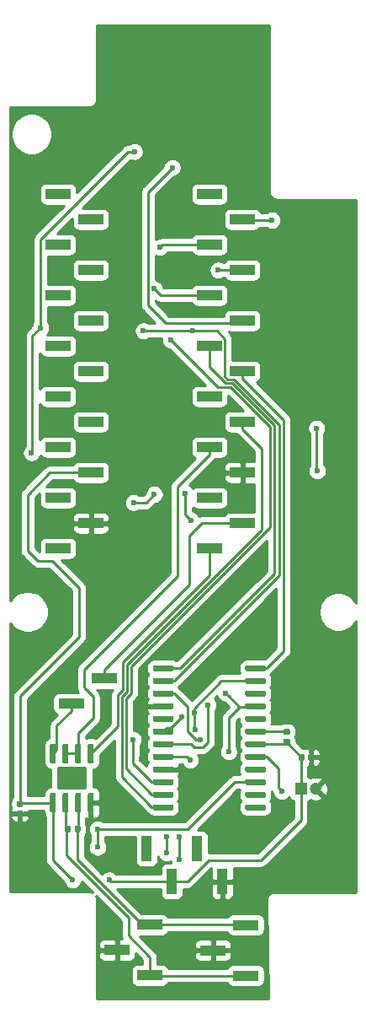
<source format=gbr>
G04 #@! TF.GenerationSoftware,KiCad,Pcbnew,(5.1.4-0-10_14)*
G04 #@! TF.CreationDate,2019-12-22T09:42:40+01:00*
G04 #@! TF.ProjectId,JETT_SELECT_Panel,4a455454-5f53-4454-9c45-43545f50616e,-*
G04 #@! TF.SameCoordinates,Original*
G04 #@! TF.FileFunction,Copper,L2,Bot*
G04 #@! TF.FilePolarity,Positive*
%FSLAX46Y46*%
G04 Gerber Fmt 4.6, Leading zero omitted, Abs format (unit mm)*
G04 Created by KiCad (PCBNEW (5.1.4-0-10_14)) date 2019-12-22 09:42:40*
%MOMM*%
%LPD*%
G04 APERTURE LIST*
%ADD10R,2.510000X1.000000*%
%ADD11C,0.100000*%
%ADD12C,0.590000*%
%ADD13C,0.600000*%
%ADD14C,2.290000*%
%ADD15C,1.200000*%
%ADD16R,1.200000X1.200000*%
%ADD17R,1.000000X2.510000*%
%ADD18C,0.228600*%
%ADD19C,0.254000*%
G04 APERTURE END LIST*
D10*
X95861950Y-140849350D03*
X99171950Y-143389350D03*
X99171950Y-138309350D03*
D11*
G36*
X113121708Y-118657860D02*
G01*
X113136026Y-118659984D01*
X113150067Y-118663501D01*
X113163696Y-118668378D01*
X113176781Y-118674567D01*
X113189197Y-118682008D01*
X113200823Y-118690631D01*
X113211548Y-118700352D01*
X113221269Y-118711077D01*
X113229892Y-118722703D01*
X113237333Y-118735119D01*
X113243522Y-118748204D01*
X113248399Y-118761833D01*
X113251916Y-118775874D01*
X113254040Y-118790192D01*
X113254750Y-118804650D01*
X113254750Y-119099650D01*
X113254040Y-119114108D01*
X113251916Y-119128426D01*
X113248399Y-119142467D01*
X113243522Y-119156096D01*
X113237333Y-119169181D01*
X113229892Y-119181597D01*
X113221269Y-119193223D01*
X113211548Y-119203948D01*
X113200823Y-119213669D01*
X113189197Y-119222292D01*
X113176781Y-119229733D01*
X113163696Y-119235922D01*
X113150067Y-119240799D01*
X113136026Y-119244316D01*
X113121708Y-119246440D01*
X113107250Y-119247150D01*
X112762250Y-119247150D01*
X112747792Y-119246440D01*
X112733474Y-119244316D01*
X112719433Y-119240799D01*
X112705804Y-119235922D01*
X112692719Y-119229733D01*
X112680303Y-119222292D01*
X112668677Y-119213669D01*
X112657952Y-119203948D01*
X112648231Y-119193223D01*
X112639608Y-119181597D01*
X112632167Y-119169181D01*
X112625978Y-119156096D01*
X112621101Y-119142467D01*
X112617584Y-119128426D01*
X112615460Y-119114108D01*
X112614750Y-119099650D01*
X112614750Y-118804650D01*
X112615460Y-118790192D01*
X112617584Y-118775874D01*
X112621101Y-118761833D01*
X112625978Y-118748204D01*
X112632167Y-118735119D01*
X112639608Y-118722703D01*
X112648231Y-118711077D01*
X112657952Y-118700352D01*
X112668677Y-118690631D01*
X112680303Y-118682008D01*
X112692719Y-118674567D01*
X112705804Y-118668378D01*
X112719433Y-118663501D01*
X112733474Y-118659984D01*
X112747792Y-118657860D01*
X112762250Y-118657150D01*
X113107250Y-118657150D01*
X113121708Y-118657860D01*
X113121708Y-118657860D01*
G37*
D12*
X112934750Y-118952150D03*
D11*
G36*
X113121708Y-119627860D02*
G01*
X113136026Y-119629984D01*
X113150067Y-119633501D01*
X113163696Y-119638378D01*
X113176781Y-119644567D01*
X113189197Y-119652008D01*
X113200823Y-119660631D01*
X113211548Y-119670352D01*
X113221269Y-119681077D01*
X113229892Y-119692703D01*
X113237333Y-119705119D01*
X113243522Y-119718204D01*
X113248399Y-119731833D01*
X113251916Y-119745874D01*
X113254040Y-119760192D01*
X113254750Y-119774650D01*
X113254750Y-120069650D01*
X113254040Y-120084108D01*
X113251916Y-120098426D01*
X113248399Y-120112467D01*
X113243522Y-120126096D01*
X113237333Y-120139181D01*
X113229892Y-120151597D01*
X113221269Y-120163223D01*
X113211548Y-120173948D01*
X113200823Y-120183669D01*
X113189197Y-120192292D01*
X113176781Y-120199733D01*
X113163696Y-120205922D01*
X113150067Y-120210799D01*
X113136026Y-120214316D01*
X113121708Y-120216440D01*
X113107250Y-120217150D01*
X112762250Y-120217150D01*
X112747792Y-120216440D01*
X112733474Y-120214316D01*
X112719433Y-120210799D01*
X112705804Y-120205922D01*
X112692719Y-120199733D01*
X112680303Y-120192292D01*
X112668677Y-120183669D01*
X112657952Y-120173948D01*
X112648231Y-120163223D01*
X112639608Y-120151597D01*
X112632167Y-120139181D01*
X112625978Y-120126096D01*
X112621101Y-120112467D01*
X112617584Y-120098426D01*
X112615460Y-120084108D01*
X112614750Y-120069650D01*
X112614750Y-119774650D01*
X112615460Y-119760192D01*
X112617584Y-119745874D01*
X112621101Y-119731833D01*
X112625978Y-119718204D01*
X112632167Y-119705119D01*
X112639608Y-119692703D01*
X112648231Y-119681077D01*
X112657952Y-119670352D01*
X112668677Y-119660631D01*
X112680303Y-119652008D01*
X112692719Y-119644567D01*
X112705804Y-119638378D01*
X112719433Y-119633501D01*
X112733474Y-119629984D01*
X112747792Y-119627860D01*
X112762250Y-119627150D01*
X113107250Y-119627150D01*
X113121708Y-119627860D01*
X113121708Y-119627860D01*
G37*
D12*
X112934750Y-119922150D03*
D11*
G36*
X89579053Y-125103472D02*
G01*
X89593614Y-125105632D01*
X89607893Y-125109209D01*
X89621753Y-125114168D01*
X89635060Y-125120462D01*
X89647686Y-125128030D01*
X89659509Y-125136798D01*
X89670416Y-125146684D01*
X89680302Y-125157591D01*
X89689070Y-125169414D01*
X89696638Y-125182040D01*
X89702932Y-125195347D01*
X89707891Y-125209207D01*
X89711468Y-125223486D01*
X89713628Y-125238047D01*
X89714350Y-125252750D01*
X89714350Y-126902750D01*
X89713628Y-126917453D01*
X89711468Y-126932014D01*
X89707891Y-126946293D01*
X89702932Y-126960153D01*
X89696638Y-126973460D01*
X89689070Y-126986086D01*
X89680302Y-126997909D01*
X89670416Y-127008816D01*
X89659509Y-127018702D01*
X89647686Y-127027470D01*
X89635060Y-127035038D01*
X89621753Y-127041332D01*
X89607893Y-127046291D01*
X89593614Y-127049868D01*
X89579053Y-127052028D01*
X89564350Y-127052750D01*
X89264350Y-127052750D01*
X89249647Y-127052028D01*
X89235086Y-127049868D01*
X89220807Y-127046291D01*
X89206947Y-127041332D01*
X89193640Y-127035038D01*
X89181014Y-127027470D01*
X89169191Y-127018702D01*
X89158284Y-127008816D01*
X89148398Y-126997909D01*
X89139630Y-126986086D01*
X89132062Y-126973460D01*
X89125768Y-126960153D01*
X89120809Y-126946293D01*
X89117232Y-126932014D01*
X89115072Y-126917453D01*
X89114350Y-126902750D01*
X89114350Y-125252750D01*
X89115072Y-125238047D01*
X89117232Y-125223486D01*
X89120809Y-125209207D01*
X89125768Y-125195347D01*
X89132062Y-125182040D01*
X89139630Y-125169414D01*
X89148398Y-125157591D01*
X89158284Y-125146684D01*
X89169191Y-125136798D01*
X89181014Y-125128030D01*
X89193640Y-125120462D01*
X89206947Y-125114168D01*
X89220807Y-125109209D01*
X89235086Y-125105632D01*
X89249647Y-125103472D01*
X89264350Y-125102750D01*
X89564350Y-125102750D01*
X89579053Y-125103472D01*
X89579053Y-125103472D01*
G37*
D13*
X89414350Y-126077750D03*
D11*
G36*
X90849053Y-125103472D02*
G01*
X90863614Y-125105632D01*
X90877893Y-125109209D01*
X90891753Y-125114168D01*
X90905060Y-125120462D01*
X90917686Y-125128030D01*
X90929509Y-125136798D01*
X90940416Y-125146684D01*
X90950302Y-125157591D01*
X90959070Y-125169414D01*
X90966638Y-125182040D01*
X90972932Y-125195347D01*
X90977891Y-125209207D01*
X90981468Y-125223486D01*
X90983628Y-125238047D01*
X90984350Y-125252750D01*
X90984350Y-126902750D01*
X90983628Y-126917453D01*
X90981468Y-126932014D01*
X90977891Y-126946293D01*
X90972932Y-126960153D01*
X90966638Y-126973460D01*
X90959070Y-126986086D01*
X90950302Y-126997909D01*
X90940416Y-127008816D01*
X90929509Y-127018702D01*
X90917686Y-127027470D01*
X90905060Y-127035038D01*
X90891753Y-127041332D01*
X90877893Y-127046291D01*
X90863614Y-127049868D01*
X90849053Y-127052028D01*
X90834350Y-127052750D01*
X90534350Y-127052750D01*
X90519647Y-127052028D01*
X90505086Y-127049868D01*
X90490807Y-127046291D01*
X90476947Y-127041332D01*
X90463640Y-127035038D01*
X90451014Y-127027470D01*
X90439191Y-127018702D01*
X90428284Y-127008816D01*
X90418398Y-126997909D01*
X90409630Y-126986086D01*
X90402062Y-126973460D01*
X90395768Y-126960153D01*
X90390809Y-126946293D01*
X90387232Y-126932014D01*
X90385072Y-126917453D01*
X90384350Y-126902750D01*
X90384350Y-125252750D01*
X90385072Y-125238047D01*
X90387232Y-125223486D01*
X90390809Y-125209207D01*
X90395768Y-125195347D01*
X90402062Y-125182040D01*
X90409630Y-125169414D01*
X90418398Y-125157591D01*
X90428284Y-125146684D01*
X90439191Y-125136798D01*
X90451014Y-125128030D01*
X90463640Y-125120462D01*
X90476947Y-125114168D01*
X90490807Y-125109209D01*
X90505086Y-125105632D01*
X90519647Y-125103472D01*
X90534350Y-125102750D01*
X90834350Y-125102750D01*
X90849053Y-125103472D01*
X90849053Y-125103472D01*
G37*
D13*
X90684350Y-126077750D03*
D11*
G36*
X92119053Y-125103472D02*
G01*
X92133614Y-125105632D01*
X92147893Y-125109209D01*
X92161753Y-125114168D01*
X92175060Y-125120462D01*
X92187686Y-125128030D01*
X92199509Y-125136798D01*
X92210416Y-125146684D01*
X92220302Y-125157591D01*
X92229070Y-125169414D01*
X92236638Y-125182040D01*
X92242932Y-125195347D01*
X92247891Y-125209207D01*
X92251468Y-125223486D01*
X92253628Y-125238047D01*
X92254350Y-125252750D01*
X92254350Y-126902750D01*
X92253628Y-126917453D01*
X92251468Y-126932014D01*
X92247891Y-126946293D01*
X92242932Y-126960153D01*
X92236638Y-126973460D01*
X92229070Y-126986086D01*
X92220302Y-126997909D01*
X92210416Y-127008816D01*
X92199509Y-127018702D01*
X92187686Y-127027470D01*
X92175060Y-127035038D01*
X92161753Y-127041332D01*
X92147893Y-127046291D01*
X92133614Y-127049868D01*
X92119053Y-127052028D01*
X92104350Y-127052750D01*
X91804350Y-127052750D01*
X91789647Y-127052028D01*
X91775086Y-127049868D01*
X91760807Y-127046291D01*
X91746947Y-127041332D01*
X91733640Y-127035038D01*
X91721014Y-127027470D01*
X91709191Y-127018702D01*
X91698284Y-127008816D01*
X91688398Y-126997909D01*
X91679630Y-126986086D01*
X91672062Y-126973460D01*
X91665768Y-126960153D01*
X91660809Y-126946293D01*
X91657232Y-126932014D01*
X91655072Y-126917453D01*
X91654350Y-126902750D01*
X91654350Y-125252750D01*
X91655072Y-125238047D01*
X91657232Y-125223486D01*
X91660809Y-125209207D01*
X91665768Y-125195347D01*
X91672062Y-125182040D01*
X91679630Y-125169414D01*
X91688398Y-125157591D01*
X91698284Y-125146684D01*
X91709191Y-125136798D01*
X91721014Y-125128030D01*
X91733640Y-125120462D01*
X91746947Y-125114168D01*
X91760807Y-125109209D01*
X91775086Y-125105632D01*
X91789647Y-125103472D01*
X91804350Y-125102750D01*
X92104350Y-125102750D01*
X92119053Y-125103472D01*
X92119053Y-125103472D01*
G37*
D13*
X91954350Y-126077750D03*
D11*
G36*
X93389053Y-125103472D02*
G01*
X93403614Y-125105632D01*
X93417893Y-125109209D01*
X93431753Y-125114168D01*
X93445060Y-125120462D01*
X93457686Y-125128030D01*
X93469509Y-125136798D01*
X93480416Y-125146684D01*
X93490302Y-125157591D01*
X93499070Y-125169414D01*
X93506638Y-125182040D01*
X93512932Y-125195347D01*
X93517891Y-125209207D01*
X93521468Y-125223486D01*
X93523628Y-125238047D01*
X93524350Y-125252750D01*
X93524350Y-126902750D01*
X93523628Y-126917453D01*
X93521468Y-126932014D01*
X93517891Y-126946293D01*
X93512932Y-126960153D01*
X93506638Y-126973460D01*
X93499070Y-126986086D01*
X93490302Y-126997909D01*
X93480416Y-127008816D01*
X93469509Y-127018702D01*
X93457686Y-127027470D01*
X93445060Y-127035038D01*
X93431753Y-127041332D01*
X93417893Y-127046291D01*
X93403614Y-127049868D01*
X93389053Y-127052028D01*
X93374350Y-127052750D01*
X93074350Y-127052750D01*
X93059647Y-127052028D01*
X93045086Y-127049868D01*
X93030807Y-127046291D01*
X93016947Y-127041332D01*
X93003640Y-127035038D01*
X92991014Y-127027470D01*
X92979191Y-127018702D01*
X92968284Y-127008816D01*
X92958398Y-126997909D01*
X92949630Y-126986086D01*
X92942062Y-126973460D01*
X92935768Y-126960153D01*
X92930809Y-126946293D01*
X92927232Y-126932014D01*
X92925072Y-126917453D01*
X92924350Y-126902750D01*
X92924350Y-125252750D01*
X92925072Y-125238047D01*
X92927232Y-125223486D01*
X92930809Y-125209207D01*
X92935768Y-125195347D01*
X92942062Y-125182040D01*
X92949630Y-125169414D01*
X92958398Y-125157591D01*
X92968284Y-125146684D01*
X92979191Y-125136798D01*
X92991014Y-125128030D01*
X93003640Y-125120462D01*
X93016947Y-125114168D01*
X93030807Y-125109209D01*
X93045086Y-125105632D01*
X93059647Y-125103472D01*
X93074350Y-125102750D01*
X93374350Y-125102750D01*
X93389053Y-125103472D01*
X93389053Y-125103472D01*
G37*
D13*
X93224350Y-126077750D03*
D11*
G36*
X93389053Y-120153472D02*
G01*
X93403614Y-120155632D01*
X93417893Y-120159209D01*
X93431753Y-120164168D01*
X93445060Y-120170462D01*
X93457686Y-120178030D01*
X93469509Y-120186798D01*
X93480416Y-120196684D01*
X93490302Y-120207591D01*
X93499070Y-120219414D01*
X93506638Y-120232040D01*
X93512932Y-120245347D01*
X93517891Y-120259207D01*
X93521468Y-120273486D01*
X93523628Y-120288047D01*
X93524350Y-120302750D01*
X93524350Y-121952750D01*
X93523628Y-121967453D01*
X93521468Y-121982014D01*
X93517891Y-121996293D01*
X93512932Y-122010153D01*
X93506638Y-122023460D01*
X93499070Y-122036086D01*
X93490302Y-122047909D01*
X93480416Y-122058816D01*
X93469509Y-122068702D01*
X93457686Y-122077470D01*
X93445060Y-122085038D01*
X93431753Y-122091332D01*
X93417893Y-122096291D01*
X93403614Y-122099868D01*
X93389053Y-122102028D01*
X93374350Y-122102750D01*
X93074350Y-122102750D01*
X93059647Y-122102028D01*
X93045086Y-122099868D01*
X93030807Y-122096291D01*
X93016947Y-122091332D01*
X93003640Y-122085038D01*
X92991014Y-122077470D01*
X92979191Y-122068702D01*
X92968284Y-122058816D01*
X92958398Y-122047909D01*
X92949630Y-122036086D01*
X92942062Y-122023460D01*
X92935768Y-122010153D01*
X92930809Y-121996293D01*
X92927232Y-121982014D01*
X92925072Y-121967453D01*
X92924350Y-121952750D01*
X92924350Y-120302750D01*
X92925072Y-120288047D01*
X92927232Y-120273486D01*
X92930809Y-120259207D01*
X92935768Y-120245347D01*
X92942062Y-120232040D01*
X92949630Y-120219414D01*
X92958398Y-120207591D01*
X92968284Y-120196684D01*
X92979191Y-120186798D01*
X92991014Y-120178030D01*
X93003640Y-120170462D01*
X93016947Y-120164168D01*
X93030807Y-120159209D01*
X93045086Y-120155632D01*
X93059647Y-120153472D01*
X93074350Y-120152750D01*
X93374350Y-120152750D01*
X93389053Y-120153472D01*
X93389053Y-120153472D01*
G37*
D13*
X93224350Y-121127750D03*
D11*
G36*
X92119053Y-120153472D02*
G01*
X92133614Y-120155632D01*
X92147893Y-120159209D01*
X92161753Y-120164168D01*
X92175060Y-120170462D01*
X92187686Y-120178030D01*
X92199509Y-120186798D01*
X92210416Y-120196684D01*
X92220302Y-120207591D01*
X92229070Y-120219414D01*
X92236638Y-120232040D01*
X92242932Y-120245347D01*
X92247891Y-120259207D01*
X92251468Y-120273486D01*
X92253628Y-120288047D01*
X92254350Y-120302750D01*
X92254350Y-121952750D01*
X92253628Y-121967453D01*
X92251468Y-121982014D01*
X92247891Y-121996293D01*
X92242932Y-122010153D01*
X92236638Y-122023460D01*
X92229070Y-122036086D01*
X92220302Y-122047909D01*
X92210416Y-122058816D01*
X92199509Y-122068702D01*
X92187686Y-122077470D01*
X92175060Y-122085038D01*
X92161753Y-122091332D01*
X92147893Y-122096291D01*
X92133614Y-122099868D01*
X92119053Y-122102028D01*
X92104350Y-122102750D01*
X91804350Y-122102750D01*
X91789647Y-122102028D01*
X91775086Y-122099868D01*
X91760807Y-122096291D01*
X91746947Y-122091332D01*
X91733640Y-122085038D01*
X91721014Y-122077470D01*
X91709191Y-122068702D01*
X91698284Y-122058816D01*
X91688398Y-122047909D01*
X91679630Y-122036086D01*
X91672062Y-122023460D01*
X91665768Y-122010153D01*
X91660809Y-121996293D01*
X91657232Y-121982014D01*
X91655072Y-121967453D01*
X91654350Y-121952750D01*
X91654350Y-120302750D01*
X91655072Y-120288047D01*
X91657232Y-120273486D01*
X91660809Y-120259207D01*
X91665768Y-120245347D01*
X91672062Y-120232040D01*
X91679630Y-120219414D01*
X91688398Y-120207591D01*
X91698284Y-120196684D01*
X91709191Y-120186798D01*
X91721014Y-120178030D01*
X91733640Y-120170462D01*
X91746947Y-120164168D01*
X91760807Y-120159209D01*
X91775086Y-120155632D01*
X91789647Y-120153472D01*
X91804350Y-120152750D01*
X92104350Y-120152750D01*
X92119053Y-120153472D01*
X92119053Y-120153472D01*
G37*
D13*
X91954350Y-121127750D03*
D11*
G36*
X90849053Y-120153472D02*
G01*
X90863614Y-120155632D01*
X90877893Y-120159209D01*
X90891753Y-120164168D01*
X90905060Y-120170462D01*
X90917686Y-120178030D01*
X90929509Y-120186798D01*
X90940416Y-120196684D01*
X90950302Y-120207591D01*
X90959070Y-120219414D01*
X90966638Y-120232040D01*
X90972932Y-120245347D01*
X90977891Y-120259207D01*
X90981468Y-120273486D01*
X90983628Y-120288047D01*
X90984350Y-120302750D01*
X90984350Y-121952750D01*
X90983628Y-121967453D01*
X90981468Y-121982014D01*
X90977891Y-121996293D01*
X90972932Y-122010153D01*
X90966638Y-122023460D01*
X90959070Y-122036086D01*
X90950302Y-122047909D01*
X90940416Y-122058816D01*
X90929509Y-122068702D01*
X90917686Y-122077470D01*
X90905060Y-122085038D01*
X90891753Y-122091332D01*
X90877893Y-122096291D01*
X90863614Y-122099868D01*
X90849053Y-122102028D01*
X90834350Y-122102750D01*
X90534350Y-122102750D01*
X90519647Y-122102028D01*
X90505086Y-122099868D01*
X90490807Y-122096291D01*
X90476947Y-122091332D01*
X90463640Y-122085038D01*
X90451014Y-122077470D01*
X90439191Y-122068702D01*
X90428284Y-122058816D01*
X90418398Y-122047909D01*
X90409630Y-122036086D01*
X90402062Y-122023460D01*
X90395768Y-122010153D01*
X90390809Y-121996293D01*
X90387232Y-121982014D01*
X90385072Y-121967453D01*
X90384350Y-121952750D01*
X90384350Y-120302750D01*
X90385072Y-120288047D01*
X90387232Y-120273486D01*
X90390809Y-120259207D01*
X90395768Y-120245347D01*
X90402062Y-120232040D01*
X90409630Y-120219414D01*
X90418398Y-120207591D01*
X90428284Y-120196684D01*
X90439191Y-120186798D01*
X90451014Y-120178030D01*
X90463640Y-120170462D01*
X90476947Y-120164168D01*
X90490807Y-120159209D01*
X90505086Y-120155632D01*
X90519647Y-120153472D01*
X90534350Y-120152750D01*
X90834350Y-120152750D01*
X90849053Y-120153472D01*
X90849053Y-120153472D01*
G37*
D13*
X90684350Y-121127750D03*
D11*
G36*
X89579053Y-120153472D02*
G01*
X89593614Y-120155632D01*
X89607893Y-120159209D01*
X89621753Y-120164168D01*
X89635060Y-120170462D01*
X89647686Y-120178030D01*
X89659509Y-120186798D01*
X89670416Y-120196684D01*
X89680302Y-120207591D01*
X89689070Y-120219414D01*
X89696638Y-120232040D01*
X89702932Y-120245347D01*
X89707891Y-120259207D01*
X89711468Y-120273486D01*
X89713628Y-120288047D01*
X89714350Y-120302750D01*
X89714350Y-121952750D01*
X89713628Y-121967453D01*
X89711468Y-121982014D01*
X89707891Y-121996293D01*
X89702932Y-122010153D01*
X89696638Y-122023460D01*
X89689070Y-122036086D01*
X89680302Y-122047909D01*
X89670416Y-122058816D01*
X89659509Y-122068702D01*
X89647686Y-122077470D01*
X89635060Y-122085038D01*
X89621753Y-122091332D01*
X89607893Y-122096291D01*
X89593614Y-122099868D01*
X89579053Y-122102028D01*
X89564350Y-122102750D01*
X89264350Y-122102750D01*
X89249647Y-122102028D01*
X89235086Y-122099868D01*
X89220807Y-122096291D01*
X89206947Y-122091332D01*
X89193640Y-122085038D01*
X89181014Y-122077470D01*
X89169191Y-122068702D01*
X89158284Y-122058816D01*
X89148398Y-122047909D01*
X89139630Y-122036086D01*
X89132062Y-122023460D01*
X89125768Y-122010153D01*
X89120809Y-121996293D01*
X89117232Y-121982014D01*
X89115072Y-121967453D01*
X89114350Y-121952750D01*
X89114350Y-120302750D01*
X89115072Y-120288047D01*
X89117232Y-120273486D01*
X89120809Y-120259207D01*
X89125768Y-120245347D01*
X89132062Y-120232040D01*
X89139630Y-120219414D01*
X89148398Y-120207591D01*
X89158284Y-120196684D01*
X89169191Y-120186798D01*
X89181014Y-120178030D01*
X89193640Y-120170462D01*
X89206947Y-120164168D01*
X89220807Y-120159209D01*
X89235086Y-120155632D01*
X89249647Y-120153472D01*
X89264350Y-120152750D01*
X89564350Y-120152750D01*
X89579053Y-120153472D01*
X89579053Y-120153472D01*
G37*
D13*
X89414350Y-121127750D03*
D11*
G36*
X92593855Y-122458954D02*
G01*
X92618123Y-122462554D01*
X92641922Y-122468515D01*
X92665021Y-122476780D01*
X92687200Y-122487270D01*
X92708243Y-122499882D01*
X92727949Y-122514497D01*
X92746127Y-122530973D01*
X92762603Y-122549151D01*
X92777218Y-122568857D01*
X92789830Y-122589900D01*
X92800320Y-122612079D01*
X92808585Y-122635178D01*
X92814546Y-122658977D01*
X92818146Y-122683245D01*
X92819350Y-122707749D01*
X92819350Y-124497751D01*
X92818146Y-124522255D01*
X92814546Y-124546523D01*
X92808585Y-124570322D01*
X92800320Y-124593421D01*
X92789830Y-124615600D01*
X92777218Y-124636643D01*
X92762603Y-124656349D01*
X92746127Y-124674527D01*
X92727949Y-124691003D01*
X92708243Y-124705618D01*
X92687200Y-124718230D01*
X92665021Y-124728720D01*
X92641922Y-124736985D01*
X92618123Y-124742946D01*
X92593855Y-124746546D01*
X92569351Y-124747750D01*
X90069349Y-124747750D01*
X90044845Y-124746546D01*
X90020577Y-124742946D01*
X89996778Y-124736985D01*
X89973679Y-124728720D01*
X89951500Y-124718230D01*
X89930457Y-124705618D01*
X89910751Y-124691003D01*
X89892573Y-124674527D01*
X89876097Y-124656349D01*
X89861482Y-124636643D01*
X89848870Y-124615600D01*
X89838380Y-124593421D01*
X89830115Y-124570322D01*
X89824154Y-124546523D01*
X89820554Y-124522255D01*
X89819350Y-124497751D01*
X89819350Y-122707749D01*
X89820554Y-122683245D01*
X89824154Y-122658977D01*
X89830115Y-122635178D01*
X89838380Y-122612079D01*
X89848870Y-122589900D01*
X89861482Y-122568857D01*
X89876097Y-122549151D01*
X89892573Y-122530973D01*
X89910751Y-122514497D01*
X89930457Y-122499882D01*
X89951500Y-122487270D01*
X89973679Y-122476780D01*
X89996778Y-122468515D01*
X90020577Y-122462554D01*
X90044845Y-122458954D01*
X90069349Y-122457750D01*
X92569351Y-122457750D01*
X92593855Y-122458954D01*
X92593855Y-122458954D01*
G37*
D14*
X91319350Y-123602750D03*
D11*
G36*
X92042508Y-128388860D02*
G01*
X92056826Y-128390984D01*
X92070867Y-128394501D01*
X92084496Y-128399378D01*
X92097581Y-128405567D01*
X92109997Y-128413008D01*
X92121623Y-128421631D01*
X92132348Y-128431352D01*
X92142069Y-128442077D01*
X92150692Y-128453703D01*
X92158133Y-128466119D01*
X92164322Y-128479204D01*
X92169199Y-128492833D01*
X92172716Y-128506874D01*
X92174840Y-128521192D01*
X92175550Y-128535650D01*
X92175550Y-128880650D01*
X92174840Y-128895108D01*
X92172716Y-128909426D01*
X92169199Y-128923467D01*
X92164322Y-128937096D01*
X92158133Y-128950181D01*
X92150692Y-128962597D01*
X92142069Y-128974223D01*
X92132348Y-128984948D01*
X92121623Y-128994669D01*
X92109997Y-129003292D01*
X92097581Y-129010733D01*
X92084496Y-129016922D01*
X92070867Y-129021799D01*
X92056826Y-129025316D01*
X92042508Y-129027440D01*
X92028050Y-129028150D01*
X91733050Y-129028150D01*
X91718592Y-129027440D01*
X91704274Y-129025316D01*
X91690233Y-129021799D01*
X91676604Y-129016922D01*
X91663519Y-129010733D01*
X91651103Y-129003292D01*
X91639477Y-128994669D01*
X91628752Y-128984948D01*
X91619031Y-128974223D01*
X91610408Y-128962597D01*
X91602967Y-128950181D01*
X91596778Y-128937096D01*
X91591901Y-128923467D01*
X91588384Y-128909426D01*
X91586260Y-128895108D01*
X91585550Y-128880650D01*
X91585550Y-128535650D01*
X91586260Y-128521192D01*
X91588384Y-128506874D01*
X91591901Y-128492833D01*
X91596778Y-128479204D01*
X91602967Y-128466119D01*
X91610408Y-128453703D01*
X91619031Y-128442077D01*
X91628752Y-128431352D01*
X91639477Y-128421631D01*
X91651103Y-128413008D01*
X91663519Y-128405567D01*
X91676604Y-128399378D01*
X91690233Y-128394501D01*
X91704274Y-128390984D01*
X91718592Y-128388860D01*
X91733050Y-128388150D01*
X92028050Y-128388150D01*
X92042508Y-128388860D01*
X92042508Y-128388860D01*
G37*
D12*
X91880550Y-128708150D03*
D11*
G36*
X91072508Y-128388860D02*
G01*
X91086826Y-128390984D01*
X91100867Y-128394501D01*
X91114496Y-128399378D01*
X91127581Y-128405567D01*
X91139997Y-128413008D01*
X91151623Y-128421631D01*
X91162348Y-128431352D01*
X91172069Y-128442077D01*
X91180692Y-128453703D01*
X91188133Y-128466119D01*
X91194322Y-128479204D01*
X91199199Y-128492833D01*
X91202716Y-128506874D01*
X91204840Y-128521192D01*
X91205550Y-128535650D01*
X91205550Y-128880650D01*
X91204840Y-128895108D01*
X91202716Y-128909426D01*
X91199199Y-128923467D01*
X91194322Y-128937096D01*
X91188133Y-128950181D01*
X91180692Y-128962597D01*
X91172069Y-128974223D01*
X91162348Y-128984948D01*
X91151623Y-128994669D01*
X91139997Y-129003292D01*
X91127581Y-129010733D01*
X91114496Y-129016922D01*
X91100867Y-129021799D01*
X91086826Y-129025316D01*
X91072508Y-129027440D01*
X91058050Y-129028150D01*
X90763050Y-129028150D01*
X90748592Y-129027440D01*
X90734274Y-129025316D01*
X90720233Y-129021799D01*
X90706604Y-129016922D01*
X90693519Y-129010733D01*
X90681103Y-129003292D01*
X90669477Y-128994669D01*
X90658752Y-128984948D01*
X90649031Y-128974223D01*
X90640408Y-128962597D01*
X90632967Y-128950181D01*
X90626778Y-128937096D01*
X90621901Y-128923467D01*
X90618384Y-128909426D01*
X90616260Y-128895108D01*
X90615550Y-128880650D01*
X90615550Y-128535650D01*
X90616260Y-128521192D01*
X90618384Y-128506874D01*
X90621901Y-128492833D01*
X90626778Y-128479204D01*
X90632967Y-128466119D01*
X90640408Y-128453703D01*
X90649031Y-128442077D01*
X90658752Y-128431352D01*
X90669477Y-128421631D01*
X90681103Y-128413008D01*
X90693519Y-128405567D01*
X90706604Y-128399378D01*
X90720233Y-128394501D01*
X90734274Y-128390984D01*
X90748592Y-128388860D01*
X90763050Y-128388150D01*
X91058050Y-128388150D01*
X91072508Y-128388860D01*
X91072508Y-128388860D01*
G37*
D12*
X90910550Y-128708150D03*
D10*
X93228350Y-67519550D03*
X93228350Y-72599550D03*
X93228350Y-77679550D03*
X93228350Y-82759550D03*
X93228350Y-87839550D03*
X93228350Y-92919550D03*
X93228350Y-97999550D03*
X89918350Y-64979550D03*
X89918350Y-70059550D03*
X89918350Y-75139550D03*
X89918350Y-80219550D03*
X89918350Y-85299550D03*
X89918350Y-90379550D03*
X89918350Y-95459550D03*
X89918350Y-100539550D03*
X108468350Y-67519550D03*
X108468350Y-72599550D03*
X108468350Y-77679550D03*
X108468350Y-82759550D03*
X108468350Y-87839550D03*
X108468350Y-92919550D03*
X108468350Y-97999550D03*
X105158350Y-64979550D03*
X105158350Y-70059550D03*
X105158350Y-75139550D03*
X105158350Y-80219550D03*
X105158350Y-85299550D03*
X105158350Y-90379550D03*
X105158350Y-95459550D03*
X105158350Y-100539550D03*
D11*
G36*
X110676653Y-126224472D02*
G01*
X110691214Y-126226632D01*
X110705493Y-126230209D01*
X110719353Y-126235168D01*
X110732660Y-126241462D01*
X110745286Y-126249030D01*
X110757109Y-126257798D01*
X110768016Y-126267684D01*
X110777902Y-126278591D01*
X110786670Y-126290414D01*
X110794238Y-126303040D01*
X110800532Y-126316347D01*
X110805491Y-126330207D01*
X110809068Y-126344486D01*
X110811228Y-126359047D01*
X110811950Y-126373750D01*
X110811950Y-126673750D01*
X110811228Y-126688453D01*
X110809068Y-126703014D01*
X110805491Y-126717293D01*
X110800532Y-126731153D01*
X110794238Y-126744460D01*
X110786670Y-126757086D01*
X110777902Y-126768909D01*
X110768016Y-126779816D01*
X110757109Y-126789702D01*
X110745286Y-126798470D01*
X110732660Y-126806038D01*
X110719353Y-126812332D01*
X110705493Y-126817291D01*
X110691214Y-126820868D01*
X110676653Y-126823028D01*
X110661950Y-126823750D01*
X108911950Y-126823750D01*
X108897247Y-126823028D01*
X108882686Y-126820868D01*
X108868407Y-126817291D01*
X108854547Y-126812332D01*
X108841240Y-126806038D01*
X108828614Y-126798470D01*
X108816791Y-126789702D01*
X108805884Y-126779816D01*
X108795998Y-126768909D01*
X108787230Y-126757086D01*
X108779662Y-126744460D01*
X108773368Y-126731153D01*
X108768409Y-126717293D01*
X108764832Y-126703014D01*
X108762672Y-126688453D01*
X108761950Y-126673750D01*
X108761950Y-126373750D01*
X108762672Y-126359047D01*
X108764832Y-126344486D01*
X108768409Y-126330207D01*
X108773368Y-126316347D01*
X108779662Y-126303040D01*
X108787230Y-126290414D01*
X108795998Y-126278591D01*
X108805884Y-126267684D01*
X108816791Y-126257798D01*
X108828614Y-126249030D01*
X108841240Y-126241462D01*
X108854547Y-126235168D01*
X108868407Y-126230209D01*
X108882686Y-126226632D01*
X108897247Y-126224472D01*
X108911950Y-126223750D01*
X110661950Y-126223750D01*
X110676653Y-126224472D01*
X110676653Y-126224472D01*
G37*
D13*
X109786950Y-126523750D03*
D11*
G36*
X110676653Y-124954472D02*
G01*
X110691214Y-124956632D01*
X110705493Y-124960209D01*
X110719353Y-124965168D01*
X110732660Y-124971462D01*
X110745286Y-124979030D01*
X110757109Y-124987798D01*
X110768016Y-124997684D01*
X110777902Y-125008591D01*
X110786670Y-125020414D01*
X110794238Y-125033040D01*
X110800532Y-125046347D01*
X110805491Y-125060207D01*
X110809068Y-125074486D01*
X110811228Y-125089047D01*
X110811950Y-125103750D01*
X110811950Y-125403750D01*
X110811228Y-125418453D01*
X110809068Y-125433014D01*
X110805491Y-125447293D01*
X110800532Y-125461153D01*
X110794238Y-125474460D01*
X110786670Y-125487086D01*
X110777902Y-125498909D01*
X110768016Y-125509816D01*
X110757109Y-125519702D01*
X110745286Y-125528470D01*
X110732660Y-125536038D01*
X110719353Y-125542332D01*
X110705493Y-125547291D01*
X110691214Y-125550868D01*
X110676653Y-125553028D01*
X110661950Y-125553750D01*
X108911950Y-125553750D01*
X108897247Y-125553028D01*
X108882686Y-125550868D01*
X108868407Y-125547291D01*
X108854547Y-125542332D01*
X108841240Y-125536038D01*
X108828614Y-125528470D01*
X108816791Y-125519702D01*
X108805884Y-125509816D01*
X108795998Y-125498909D01*
X108787230Y-125487086D01*
X108779662Y-125474460D01*
X108773368Y-125461153D01*
X108768409Y-125447293D01*
X108764832Y-125433014D01*
X108762672Y-125418453D01*
X108761950Y-125403750D01*
X108761950Y-125103750D01*
X108762672Y-125089047D01*
X108764832Y-125074486D01*
X108768409Y-125060207D01*
X108773368Y-125046347D01*
X108779662Y-125033040D01*
X108787230Y-125020414D01*
X108795998Y-125008591D01*
X108805884Y-124997684D01*
X108816791Y-124987798D01*
X108828614Y-124979030D01*
X108841240Y-124971462D01*
X108854547Y-124965168D01*
X108868407Y-124960209D01*
X108882686Y-124956632D01*
X108897247Y-124954472D01*
X108911950Y-124953750D01*
X110661950Y-124953750D01*
X110676653Y-124954472D01*
X110676653Y-124954472D01*
G37*
D13*
X109786950Y-125253750D03*
D11*
G36*
X110676653Y-123684472D02*
G01*
X110691214Y-123686632D01*
X110705493Y-123690209D01*
X110719353Y-123695168D01*
X110732660Y-123701462D01*
X110745286Y-123709030D01*
X110757109Y-123717798D01*
X110768016Y-123727684D01*
X110777902Y-123738591D01*
X110786670Y-123750414D01*
X110794238Y-123763040D01*
X110800532Y-123776347D01*
X110805491Y-123790207D01*
X110809068Y-123804486D01*
X110811228Y-123819047D01*
X110811950Y-123833750D01*
X110811950Y-124133750D01*
X110811228Y-124148453D01*
X110809068Y-124163014D01*
X110805491Y-124177293D01*
X110800532Y-124191153D01*
X110794238Y-124204460D01*
X110786670Y-124217086D01*
X110777902Y-124228909D01*
X110768016Y-124239816D01*
X110757109Y-124249702D01*
X110745286Y-124258470D01*
X110732660Y-124266038D01*
X110719353Y-124272332D01*
X110705493Y-124277291D01*
X110691214Y-124280868D01*
X110676653Y-124283028D01*
X110661950Y-124283750D01*
X108911950Y-124283750D01*
X108897247Y-124283028D01*
X108882686Y-124280868D01*
X108868407Y-124277291D01*
X108854547Y-124272332D01*
X108841240Y-124266038D01*
X108828614Y-124258470D01*
X108816791Y-124249702D01*
X108805884Y-124239816D01*
X108795998Y-124228909D01*
X108787230Y-124217086D01*
X108779662Y-124204460D01*
X108773368Y-124191153D01*
X108768409Y-124177293D01*
X108764832Y-124163014D01*
X108762672Y-124148453D01*
X108761950Y-124133750D01*
X108761950Y-123833750D01*
X108762672Y-123819047D01*
X108764832Y-123804486D01*
X108768409Y-123790207D01*
X108773368Y-123776347D01*
X108779662Y-123763040D01*
X108787230Y-123750414D01*
X108795998Y-123738591D01*
X108805884Y-123727684D01*
X108816791Y-123717798D01*
X108828614Y-123709030D01*
X108841240Y-123701462D01*
X108854547Y-123695168D01*
X108868407Y-123690209D01*
X108882686Y-123686632D01*
X108897247Y-123684472D01*
X108911950Y-123683750D01*
X110661950Y-123683750D01*
X110676653Y-123684472D01*
X110676653Y-123684472D01*
G37*
D13*
X109786950Y-123983750D03*
D11*
G36*
X110676653Y-122414472D02*
G01*
X110691214Y-122416632D01*
X110705493Y-122420209D01*
X110719353Y-122425168D01*
X110732660Y-122431462D01*
X110745286Y-122439030D01*
X110757109Y-122447798D01*
X110768016Y-122457684D01*
X110777902Y-122468591D01*
X110786670Y-122480414D01*
X110794238Y-122493040D01*
X110800532Y-122506347D01*
X110805491Y-122520207D01*
X110809068Y-122534486D01*
X110811228Y-122549047D01*
X110811950Y-122563750D01*
X110811950Y-122863750D01*
X110811228Y-122878453D01*
X110809068Y-122893014D01*
X110805491Y-122907293D01*
X110800532Y-122921153D01*
X110794238Y-122934460D01*
X110786670Y-122947086D01*
X110777902Y-122958909D01*
X110768016Y-122969816D01*
X110757109Y-122979702D01*
X110745286Y-122988470D01*
X110732660Y-122996038D01*
X110719353Y-123002332D01*
X110705493Y-123007291D01*
X110691214Y-123010868D01*
X110676653Y-123013028D01*
X110661950Y-123013750D01*
X108911950Y-123013750D01*
X108897247Y-123013028D01*
X108882686Y-123010868D01*
X108868407Y-123007291D01*
X108854547Y-123002332D01*
X108841240Y-122996038D01*
X108828614Y-122988470D01*
X108816791Y-122979702D01*
X108805884Y-122969816D01*
X108795998Y-122958909D01*
X108787230Y-122947086D01*
X108779662Y-122934460D01*
X108773368Y-122921153D01*
X108768409Y-122907293D01*
X108764832Y-122893014D01*
X108762672Y-122878453D01*
X108761950Y-122863750D01*
X108761950Y-122563750D01*
X108762672Y-122549047D01*
X108764832Y-122534486D01*
X108768409Y-122520207D01*
X108773368Y-122506347D01*
X108779662Y-122493040D01*
X108787230Y-122480414D01*
X108795998Y-122468591D01*
X108805884Y-122457684D01*
X108816791Y-122447798D01*
X108828614Y-122439030D01*
X108841240Y-122431462D01*
X108854547Y-122425168D01*
X108868407Y-122420209D01*
X108882686Y-122416632D01*
X108897247Y-122414472D01*
X108911950Y-122413750D01*
X110661950Y-122413750D01*
X110676653Y-122414472D01*
X110676653Y-122414472D01*
G37*
D13*
X109786950Y-122713750D03*
D11*
G36*
X110676653Y-121144472D02*
G01*
X110691214Y-121146632D01*
X110705493Y-121150209D01*
X110719353Y-121155168D01*
X110732660Y-121161462D01*
X110745286Y-121169030D01*
X110757109Y-121177798D01*
X110768016Y-121187684D01*
X110777902Y-121198591D01*
X110786670Y-121210414D01*
X110794238Y-121223040D01*
X110800532Y-121236347D01*
X110805491Y-121250207D01*
X110809068Y-121264486D01*
X110811228Y-121279047D01*
X110811950Y-121293750D01*
X110811950Y-121593750D01*
X110811228Y-121608453D01*
X110809068Y-121623014D01*
X110805491Y-121637293D01*
X110800532Y-121651153D01*
X110794238Y-121664460D01*
X110786670Y-121677086D01*
X110777902Y-121688909D01*
X110768016Y-121699816D01*
X110757109Y-121709702D01*
X110745286Y-121718470D01*
X110732660Y-121726038D01*
X110719353Y-121732332D01*
X110705493Y-121737291D01*
X110691214Y-121740868D01*
X110676653Y-121743028D01*
X110661950Y-121743750D01*
X108911950Y-121743750D01*
X108897247Y-121743028D01*
X108882686Y-121740868D01*
X108868407Y-121737291D01*
X108854547Y-121732332D01*
X108841240Y-121726038D01*
X108828614Y-121718470D01*
X108816791Y-121709702D01*
X108805884Y-121699816D01*
X108795998Y-121688909D01*
X108787230Y-121677086D01*
X108779662Y-121664460D01*
X108773368Y-121651153D01*
X108768409Y-121637293D01*
X108764832Y-121623014D01*
X108762672Y-121608453D01*
X108761950Y-121593750D01*
X108761950Y-121293750D01*
X108762672Y-121279047D01*
X108764832Y-121264486D01*
X108768409Y-121250207D01*
X108773368Y-121236347D01*
X108779662Y-121223040D01*
X108787230Y-121210414D01*
X108795998Y-121198591D01*
X108805884Y-121187684D01*
X108816791Y-121177798D01*
X108828614Y-121169030D01*
X108841240Y-121161462D01*
X108854547Y-121155168D01*
X108868407Y-121150209D01*
X108882686Y-121146632D01*
X108897247Y-121144472D01*
X108911950Y-121143750D01*
X110661950Y-121143750D01*
X110676653Y-121144472D01*
X110676653Y-121144472D01*
G37*
D13*
X109786950Y-121443750D03*
D11*
G36*
X110676653Y-119874472D02*
G01*
X110691214Y-119876632D01*
X110705493Y-119880209D01*
X110719353Y-119885168D01*
X110732660Y-119891462D01*
X110745286Y-119899030D01*
X110757109Y-119907798D01*
X110768016Y-119917684D01*
X110777902Y-119928591D01*
X110786670Y-119940414D01*
X110794238Y-119953040D01*
X110800532Y-119966347D01*
X110805491Y-119980207D01*
X110809068Y-119994486D01*
X110811228Y-120009047D01*
X110811950Y-120023750D01*
X110811950Y-120323750D01*
X110811228Y-120338453D01*
X110809068Y-120353014D01*
X110805491Y-120367293D01*
X110800532Y-120381153D01*
X110794238Y-120394460D01*
X110786670Y-120407086D01*
X110777902Y-120418909D01*
X110768016Y-120429816D01*
X110757109Y-120439702D01*
X110745286Y-120448470D01*
X110732660Y-120456038D01*
X110719353Y-120462332D01*
X110705493Y-120467291D01*
X110691214Y-120470868D01*
X110676653Y-120473028D01*
X110661950Y-120473750D01*
X108911950Y-120473750D01*
X108897247Y-120473028D01*
X108882686Y-120470868D01*
X108868407Y-120467291D01*
X108854547Y-120462332D01*
X108841240Y-120456038D01*
X108828614Y-120448470D01*
X108816791Y-120439702D01*
X108805884Y-120429816D01*
X108795998Y-120418909D01*
X108787230Y-120407086D01*
X108779662Y-120394460D01*
X108773368Y-120381153D01*
X108768409Y-120367293D01*
X108764832Y-120353014D01*
X108762672Y-120338453D01*
X108761950Y-120323750D01*
X108761950Y-120023750D01*
X108762672Y-120009047D01*
X108764832Y-119994486D01*
X108768409Y-119980207D01*
X108773368Y-119966347D01*
X108779662Y-119953040D01*
X108787230Y-119940414D01*
X108795998Y-119928591D01*
X108805884Y-119917684D01*
X108816791Y-119907798D01*
X108828614Y-119899030D01*
X108841240Y-119891462D01*
X108854547Y-119885168D01*
X108868407Y-119880209D01*
X108882686Y-119876632D01*
X108897247Y-119874472D01*
X108911950Y-119873750D01*
X110661950Y-119873750D01*
X110676653Y-119874472D01*
X110676653Y-119874472D01*
G37*
D13*
X109786950Y-120173750D03*
D11*
G36*
X110676653Y-118604472D02*
G01*
X110691214Y-118606632D01*
X110705493Y-118610209D01*
X110719353Y-118615168D01*
X110732660Y-118621462D01*
X110745286Y-118629030D01*
X110757109Y-118637798D01*
X110768016Y-118647684D01*
X110777902Y-118658591D01*
X110786670Y-118670414D01*
X110794238Y-118683040D01*
X110800532Y-118696347D01*
X110805491Y-118710207D01*
X110809068Y-118724486D01*
X110811228Y-118739047D01*
X110811950Y-118753750D01*
X110811950Y-119053750D01*
X110811228Y-119068453D01*
X110809068Y-119083014D01*
X110805491Y-119097293D01*
X110800532Y-119111153D01*
X110794238Y-119124460D01*
X110786670Y-119137086D01*
X110777902Y-119148909D01*
X110768016Y-119159816D01*
X110757109Y-119169702D01*
X110745286Y-119178470D01*
X110732660Y-119186038D01*
X110719353Y-119192332D01*
X110705493Y-119197291D01*
X110691214Y-119200868D01*
X110676653Y-119203028D01*
X110661950Y-119203750D01*
X108911950Y-119203750D01*
X108897247Y-119203028D01*
X108882686Y-119200868D01*
X108868407Y-119197291D01*
X108854547Y-119192332D01*
X108841240Y-119186038D01*
X108828614Y-119178470D01*
X108816791Y-119169702D01*
X108805884Y-119159816D01*
X108795998Y-119148909D01*
X108787230Y-119137086D01*
X108779662Y-119124460D01*
X108773368Y-119111153D01*
X108768409Y-119097293D01*
X108764832Y-119083014D01*
X108762672Y-119068453D01*
X108761950Y-119053750D01*
X108761950Y-118753750D01*
X108762672Y-118739047D01*
X108764832Y-118724486D01*
X108768409Y-118710207D01*
X108773368Y-118696347D01*
X108779662Y-118683040D01*
X108787230Y-118670414D01*
X108795998Y-118658591D01*
X108805884Y-118647684D01*
X108816791Y-118637798D01*
X108828614Y-118629030D01*
X108841240Y-118621462D01*
X108854547Y-118615168D01*
X108868407Y-118610209D01*
X108882686Y-118606632D01*
X108897247Y-118604472D01*
X108911950Y-118603750D01*
X110661950Y-118603750D01*
X110676653Y-118604472D01*
X110676653Y-118604472D01*
G37*
D13*
X109786950Y-118903750D03*
D11*
G36*
X110676653Y-117334472D02*
G01*
X110691214Y-117336632D01*
X110705493Y-117340209D01*
X110719353Y-117345168D01*
X110732660Y-117351462D01*
X110745286Y-117359030D01*
X110757109Y-117367798D01*
X110768016Y-117377684D01*
X110777902Y-117388591D01*
X110786670Y-117400414D01*
X110794238Y-117413040D01*
X110800532Y-117426347D01*
X110805491Y-117440207D01*
X110809068Y-117454486D01*
X110811228Y-117469047D01*
X110811950Y-117483750D01*
X110811950Y-117783750D01*
X110811228Y-117798453D01*
X110809068Y-117813014D01*
X110805491Y-117827293D01*
X110800532Y-117841153D01*
X110794238Y-117854460D01*
X110786670Y-117867086D01*
X110777902Y-117878909D01*
X110768016Y-117889816D01*
X110757109Y-117899702D01*
X110745286Y-117908470D01*
X110732660Y-117916038D01*
X110719353Y-117922332D01*
X110705493Y-117927291D01*
X110691214Y-117930868D01*
X110676653Y-117933028D01*
X110661950Y-117933750D01*
X108911950Y-117933750D01*
X108897247Y-117933028D01*
X108882686Y-117930868D01*
X108868407Y-117927291D01*
X108854547Y-117922332D01*
X108841240Y-117916038D01*
X108828614Y-117908470D01*
X108816791Y-117899702D01*
X108805884Y-117889816D01*
X108795998Y-117878909D01*
X108787230Y-117867086D01*
X108779662Y-117854460D01*
X108773368Y-117841153D01*
X108768409Y-117827293D01*
X108764832Y-117813014D01*
X108762672Y-117798453D01*
X108761950Y-117783750D01*
X108761950Y-117483750D01*
X108762672Y-117469047D01*
X108764832Y-117454486D01*
X108768409Y-117440207D01*
X108773368Y-117426347D01*
X108779662Y-117413040D01*
X108787230Y-117400414D01*
X108795998Y-117388591D01*
X108805884Y-117377684D01*
X108816791Y-117367798D01*
X108828614Y-117359030D01*
X108841240Y-117351462D01*
X108854547Y-117345168D01*
X108868407Y-117340209D01*
X108882686Y-117336632D01*
X108897247Y-117334472D01*
X108911950Y-117333750D01*
X110661950Y-117333750D01*
X110676653Y-117334472D01*
X110676653Y-117334472D01*
G37*
D13*
X109786950Y-117633750D03*
D11*
G36*
X110676653Y-116064472D02*
G01*
X110691214Y-116066632D01*
X110705493Y-116070209D01*
X110719353Y-116075168D01*
X110732660Y-116081462D01*
X110745286Y-116089030D01*
X110757109Y-116097798D01*
X110768016Y-116107684D01*
X110777902Y-116118591D01*
X110786670Y-116130414D01*
X110794238Y-116143040D01*
X110800532Y-116156347D01*
X110805491Y-116170207D01*
X110809068Y-116184486D01*
X110811228Y-116199047D01*
X110811950Y-116213750D01*
X110811950Y-116513750D01*
X110811228Y-116528453D01*
X110809068Y-116543014D01*
X110805491Y-116557293D01*
X110800532Y-116571153D01*
X110794238Y-116584460D01*
X110786670Y-116597086D01*
X110777902Y-116608909D01*
X110768016Y-116619816D01*
X110757109Y-116629702D01*
X110745286Y-116638470D01*
X110732660Y-116646038D01*
X110719353Y-116652332D01*
X110705493Y-116657291D01*
X110691214Y-116660868D01*
X110676653Y-116663028D01*
X110661950Y-116663750D01*
X108911950Y-116663750D01*
X108897247Y-116663028D01*
X108882686Y-116660868D01*
X108868407Y-116657291D01*
X108854547Y-116652332D01*
X108841240Y-116646038D01*
X108828614Y-116638470D01*
X108816791Y-116629702D01*
X108805884Y-116619816D01*
X108795998Y-116608909D01*
X108787230Y-116597086D01*
X108779662Y-116584460D01*
X108773368Y-116571153D01*
X108768409Y-116557293D01*
X108764832Y-116543014D01*
X108762672Y-116528453D01*
X108761950Y-116513750D01*
X108761950Y-116213750D01*
X108762672Y-116199047D01*
X108764832Y-116184486D01*
X108768409Y-116170207D01*
X108773368Y-116156347D01*
X108779662Y-116143040D01*
X108787230Y-116130414D01*
X108795998Y-116118591D01*
X108805884Y-116107684D01*
X108816791Y-116097798D01*
X108828614Y-116089030D01*
X108841240Y-116081462D01*
X108854547Y-116075168D01*
X108868407Y-116070209D01*
X108882686Y-116066632D01*
X108897247Y-116064472D01*
X108911950Y-116063750D01*
X110661950Y-116063750D01*
X110676653Y-116064472D01*
X110676653Y-116064472D01*
G37*
D13*
X109786950Y-116363750D03*
D11*
G36*
X110676653Y-114794472D02*
G01*
X110691214Y-114796632D01*
X110705493Y-114800209D01*
X110719353Y-114805168D01*
X110732660Y-114811462D01*
X110745286Y-114819030D01*
X110757109Y-114827798D01*
X110768016Y-114837684D01*
X110777902Y-114848591D01*
X110786670Y-114860414D01*
X110794238Y-114873040D01*
X110800532Y-114886347D01*
X110805491Y-114900207D01*
X110809068Y-114914486D01*
X110811228Y-114929047D01*
X110811950Y-114943750D01*
X110811950Y-115243750D01*
X110811228Y-115258453D01*
X110809068Y-115273014D01*
X110805491Y-115287293D01*
X110800532Y-115301153D01*
X110794238Y-115314460D01*
X110786670Y-115327086D01*
X110777902Y-115338909D01*
X110768016Y-115349816D01*
X110757109Y-115359702D01*
X110745286Y-115368470D01*
X110732660Y-115376038D01*
X110719353Y-115382332D01*
X110705493Y-115387291D01*
X110691214Y-115390868D01*
X110676653Y-115393028D01*
X110661950Y-115393750D01*
X108911950Y-115393750D01*
X108897247Y-115393028D01*
X108882686Y-115390868D01*
X108868407Y-115387291D01*
X108854547Y-115382332D01*
X108841240Y-115376038D01*
X108828614Y-115368470D01*
X108816791Y-115359702D01*
X108805884Y-115349816D01*
X108795998Y-115338909D01*
X108787230Y-115327086D01*
X108779662Y-115314460D01*
X108773368Y-115301153D01*
X108768409Y-115287293D01*
X108764832Y-115273014D01*
X108762672Y-115258453D01*
X108761950Y-115243750D01*
X108761950Y-114943750D01*
X108762672Y-114929047D01*
X108764832Y-114914486D01*
X108768409Y-114900207D01*
X108773368Y-114886347D01*
X108779662Y-114873040D01*
X108787230Y-114860414D01*
X108795998Y-114848591D01*
X108805884Y-114837684D01*
X108816791Y-114827798D01*
X108828614Y-114819030D01*
X108841240Y-114811462D01*
X108854547Y-114805168D01*
X108868407Y-114800209D01*
X108882686Y-114796632D01*
X108897247Y-114794472D01*
X108911950Y-114793750D01*
X110661950Y-114793750D01*
X110676653Y-114794472D01*
X110676653Y-114794472D01*
G37*
D13*
X109786950Y-115093750D03*
D11*
G36*
X110676653Y-113524472D02*
G01*
X110691214Y-113526632D01*
X110705493Y-113530209D01*
X110719353Y-113535168D01*
X110732660Y-113541462D01*
X110745286Y-113549030D01*
X110757109Y-113557798D01*
X110768016Y-113567684D01*
X110777902Y-113578591D01*
X110786670Y-113590414D01*
X110794238Y-113603040D01*
X110800532Y-113616347D01*
X110805491Y-113630207D01*
X110809068Y-113644486D01*
X110811228Y-113659047D01*
X110811950Y-113673750D01*
X110811950Y-113973750D01*
X110811228Y-113988453D01*
X110809068Y-114003014D01*
X110805491Y-114017293D01*
X110800532Y-114031153D01*
X110794238Y-114044460D01*
X110786670Y-114057086D01*
X110777902Y-114068909D01*
X110768016Y-114079816D01*
X110757109Y-114089702D01*
X110745286Y-114098470D01*
X110732660Y-114106038D01*
X110719353Y-114112332D01*
X110705493Y-114117291D01*
X110691214Y-114120868D01*
X110676653Y-114123028D01*
X110661950Y-114123750D01*
X108911950Y-114123750D01*
X108897247Y-114123028D01*
X108882686Y-114120868D01*
X108868407Y-114117291D01*
X108854547Y-114112332D01*
X108841240Y-114106038D01*
X108828614Y-114098470D01*
X108816791Y-114089702D01*
X108805884Y-114079816D01*
X108795998Y-114068909D01*
X108787230Y-114057086D01*
X108779662Y-114044460D01*
X108773368Y-114031153D01*
X108768409Y-114017293D01*
X108764832Y-114003014D01*
X108762672Y-113988453D01*
X108761950Y-113973750D01*
X108761950Y-113673750D01*
X108762672Y-113659047D01*
X108764832Y-113644486D01*
X108768409Y-113630207D01*
X108773368Y-113616347D01*
X108779662Y-113603040D01*
X108787230Y-113590414D01*
X108795998Y-113578591D01*
X108805884Y-113567684D01*
X108816791Y-113557798D01*
X108828614Y-113549030D01*
X108841240Y-113541462D01*
X108854547Y-113535168D01*
X108868407Y-113530209D01*
X108882686Y-113526632D01*
X108897247Y-113524472D01*
X108911950Y-113523750D01*
X110661950Y-113523750D01*
X110676653Y-113524472D01*
X110676653Y-113524472D01*
G37*
D13*
X109786950Y-113823750D03*
D11*
G36*
X110676653Y-112254472D02*
G01*
X110691214Y-112256632D01*
X110705493Y-112260209D01*
X110719353Y-112265168D01*
X110732660Y-112271462D01*
X110745286Y-112279030D01*
X110757109Y-112287798D01*
X110768016Y-112297684D01*
X110777902Y-112308591D01*
X110786670Y-112320414D01*
X110794238Y-112333040D01*
X110800532Y-112346347D01*
X110805491Y-112360207D01*
X110809068Y-112374486D01*
X110811228Y-112389047D01*
X110811950Y-112403750D01*
X110811950Y-112703750D01*
X110811228Y-112718453D01*
X110809068Y-112733014D01*
X110805491Y-112747293D01*
X110800532Y-112761153D01*
X110794238Y-112774460D01*
X110786670Y-112787086D01*
X110777902Y-112798909D01*
X110768016Y-112809816D01*
X110757109Y-112819702D01*
X110745286Y-112828470D01*
X110732660Y-112836038D01*
X110719353Y-112842332D01*
X110705493Y-112847291D01*
X110691214Y-112850868D01*
X110676653Y-112853028D01*
X110661950Y-112853750D01*
X108911950Y-112853750D01*
X108897247Y-112853028D01*
X108882686Y-112850868D01*
X108868407Y-112847291D01*
X108854547Y-112842332D01*
X108841240Y-112836038D01*
X108828614Y-112828470D01*
X108816791Y-112819702D01*
X108805884Y-112809816D01*
X108795998Y-112798909D01*
X108787230Y-112787086D01*
X108779662Y-112774460D01*
X108773368Y-112761153D01*
X108768409Y-112747293D01*
X108764832Y-112733014D01*
X108762672Y-112718453D01*
X108761950Y-112703750D01*
X108761950Y-112403750D01*
X108762672Y-112389047D01*
X108764832Y-112374486D01*
X108768409Y-112360207D01*
X108773368Y-112346347D01*
X108779662Y-112333040D01*
X108787230Y-112320414D01*
X108795998Y-112308591D01*
X108805884Y-112297684D01*
X108816791Y-112287798D01*
X108828614Y-112279030D01*
X108841240Y-112271462D01*
X108854547Y-112265168D01*
X108868407Y-112260209D01*
X108882686Y-112256632D01*
X108897247Y-112254472D01*
X108911950Y-112253750D01*
X110661950Y-112253750D01*
X110676653Y-112254472D01*
X110676653Y-112254472D01*
G37*
D13*
X109786950Y-112553750D03*
D11*
G36*
X101376653Y-112254472D02*
G01*
X101391214Y-112256632D01*
X101405493Y-112260209D01*
X101419353Y-112265168D01*
X101432660Y-112271462D01*
X101445286Y-112279030D01*
X101457109Y-112287798D01*
X101468016Y-112297684D01*
X101477902Y-112308591D01*
X101486670Y-112320414D01*
X101494238Y-112333040D01*
X101500532Y-112346347D01*
X101505491Y-112360207D01*
X101509068Y-112374486D01*
X101511228Y-112389047D01*
X101511950Y-112403750D01*
X101511950Y-112703750D01*
X101511228Y-112718453D01*
X101509068Y-112733014D01*
X101505491Y-112747293D01*
X101500532Y-112761153D01*
X101494238Y-112774460D01*
X101486670Y-112787086D01*
X101477902Y-112798909D01*
X101468016Y-112809816D01*
X101457109Y-112819702D01*
X101445286Y-112828470D01*
X101432660Y-112836038D01*
X101419353Y-112842332D01*
X101405493Y-112847291D01*
X101391214Y-112850868D01*
X101376653Y-112853028D01*
X101361950Y-112853750D01*
X99611950Y-112853750D01*
X99597247Y-112853028D01*
X99582686Y-112850868D01*
X99568407Y-112847291D01*
X99554547Y-112842332D01*
X99541240Y-112836038D01*
X99528614Y-112828470D01*
X99516791Y-112819702D01*
X99505884Y-112809816D01*
X99495998Y-112798909D01*
X99487230Y-112787086D01*
X99479662Y-112774460D01*
X99473368Y-112761153D01*
X99468409Y-112747293D01*
X99464832Y-112733014D01*
X99462672Y-112718453D01*
X99461950Y-112703750D01*
X99461950Y-112403750D01*
X99462672Y-112389047D01*
X99464832Y-112374486D01*
X99468409Y-112360207D01*
X99473368Y-112346347D01*
X99479662Y-112333040D01*
X99487230Y-112320414D01*
X99495998Y-112308591D01*
X99505884Y-112297684D01*
X99516791Y-112287798D01*
X99528614Y-112279030D01*
X99541240Y-112271462D01*
X99554547Y-112265168D01*
X99568407Y-112260209D01*
X99582686Y-112256632D01*
X99597247Y-112254472D01*
X99611950Y-112253750D01*
X101361950Y-112253750D01*
X101376653Y-112254472D01*
X101376653Y-112254472D01*
G37*
D13*
X100486950Y-112553750D03*
D11*
G36*
X101376653Y-113524472D02*
G01*
X101391214Y-113526632D01*
X101405493Y-113530209D01*
X101419353Y-113535168D01*
X101432660Y-113541462D01*
X101445286Y-113549030D01*
X101457109Y-113557798D01*
X101468016Y-113567684D01*
X101477902Y-113578591D01*
X101486670Y-113590414D01*
X101494238Y-113603040D01*
X101500532Y-113616347D01*
X101505491Y-113630207D01*
X101509068Y-113644486D01*
X101511228Y-113659047D01*
X101511950Y-113673750D01*
X101511950Y-113973750D01*
X101511228Y-113988453D01*
X101509068Y-114003014D01*
X101505491Y-114017293D01*
X101500532Y-114031153D01*
X101494238Y-114044460D01*
X101486670Y-114057086D01*
X101477902Y-114068909D01*
X101468016Y-114079816D01*
X101457109Y-114089702D01*
X101445286Y-114098470D01*
X101432660Y-114106038D01*
X101419353Y-114112332D01*
X101405493Y-114117291D01*
X101391214Y-114120868D01*
X101376653Y-114123028D01*
X101361950Y-114123750D01*
X99611950Y-114123750D01*
X99597247Y-114123028D01*
X99582686Y-114120868D01*
X99568407Y-114117291D01*
X99554547Y-114112332D01*
X99541240Y-114106038D01*
X99528614Y-114098470D01*
X99516791Y-114089702D01*
X99505884Y-114079816D01*
X99495998Y-114068909D01*
X99487230Y-114057086D01*
X99479662Y-114044460D01*
X99473368Y-114031153D01*
X99468409Y-114017293D01*
X99464832Y-114003014D01*
X99462672Y-113988453D01*
X99461950Y-113973750D01*
X99461950Y-113673750D01*
X99462672Y-113659047D01*
X99464832Y-113644486D01*
X99468409Y-113630207D01*
X99473368Y-113616347D01*
X99479662Y-113603040D01*
X99487230Y-113590414D01*
X99495998Y-113578591D01*
X99505884Y-113567684D01*
X99516791Y-113557798D01*
X99528614Y-113549030D01*
X99541240Y-113541462D01*
X99554547Y-113535168D01*
X99568407Y-113530209D01*
X99582686Y-113526632D01*
X99597247Y-113524472D01*
X99611950Y-113523750D01*
X101361950Y-113523750D01*
X101376653Y-113524472D01*
X101376653Y-113524472D01*
G37*
D13*
X100486950Y-113823750D03*
D11*
G36*
X101376653Y-114794472D02*
G01*
X101391214Y-114796632D01*
X101405493Y-114800209D01*
X101419353Y-114805168D01*
X101432660Y-114811462D01*
X101445286Y-114819030D01*
X101457109Y-114827798D01*
X101468016Y-114837684D01*
X101477902Y-114848591D01*
X101486670Y-114860414D01*
X101494238Y-114873040D01*
X101500532Y-114886347D01*
X101505491Y-114900207D01*
X101509068Y-114914486D01*
X101511228Y-114929047D01*
X101511950Y-114943750D01*
X101511950Y-115243750D01*
X101511228Y-115258453D01*
X101509068Y-115273014D01*
X101505491Y-115287293D01*
X101500532Y-115301153D01*
X101494238Y-115314460D01*
X101486670Y-115327086D01*
X101477902Y-115338909D01*
X101468016Y-115349816D01*
X101457109Y-115359702D01*
X101445286Y-115368470D01*
X101432660Y-115376038D01*
X101419353Y-115382332D01*
X101405493Y-115387291D01*
X101391214Y-115390868D01*
X101376653Y-115393028D01*
X101361950Y-115393750D01*
X99611950Y-115393750D01*
X99597247Y-115393028D01*
X99582686Y-115390868D01*
X99568407Y-115387291D01*
X99554547Y-115382332D01*
X99541240Y-115376038D01*
X99528614Y-115368470D01*
X99516791Y-115359702D01*
X99505884Y-115349816D01*
X99495998Y-115338909D01*
X99487230Y-115327086D01*
X99479662Y-115314460D01*
X99473368Y-115301153D01*
X99468409Y-115287293D01*
X99464832Y-115273014D01*
X99462672Y-115258453D01*
X99461950Y-115243750D01*
X99461950Y-114943750D01*
X99462672Y-114929047D01*
X99464832Y-114914486D01*
X99468409Y-114900207D01*
X99473368Y-114886347D01*
X99479662Y-114873040D01*
X99487230Y-114860414D01*
X99495998Y-114848591D01*
X99505884Y-114837684D01*
X99516791Y-114827798D01*
X99528614Y-114819030D01*
X99541240Y-114811462D01*
X99554547Y-114805168D01*
X99568407Y-114800209D01*
X99582686Y-114796632D01*
X99597247Y-114794472D01*
X99611950Y-114793750D01*
X101361950Y-114793750D01*
X101376653Y-114794472D01*
X101376653Y-114794472D01*
G37*
D13*
X100486950Y-115093750D03*
D11*
G36*
X101376653Y-116064472D02*
G01*
X101391214Y-116066632D01*
X101405493Y-116070209D01*
X101419353Y-116075168D01*
X101432660Y-116081462D01*
X101445286Y-116089030D01*
X101457109Y-116097798D01*
X101468016Y-116107684D01*
X101477902Y-116118591D01*
X101486670Y-116130414D01*
X101494238Y-116143040D01*
X101500532Y-116156347D01*
X101505491Y-116170207D01*
X101509068Y-116184486D01*
X101511228Y-116199047D01*
X101511950Y-116213750D01*
X101511950Y-116513750D01*
X101511228Y-116528453D01*
X101509068Y-116543014D01*
X101505491Y-116557293D01*
X101500532Y-116571153D01*
X101494238Y-116584460D01*
X101486670Y-116597086D01*
X101477902Y-116608909D01*
X101468016Y-116619816D01*
X101457109Y-116629702D01*
X101445286Y-116638470D01*
X101432660Y-116646038D01*
X101419353Y-116652332D01*
X101405493Y-116657291D01*
X101391214Y-116660868D01*
X101376653Y-116663028D01*
X101361950Y-116663750D01*
X99611950Y-116663750D01*
X99597247Y-116663028D01*
X99582686Y-116660868D01*
X99568407Y-116657291D01*
X99554547Y-116652332D01*
X99541240Y-116646038D01*
X99528614Y-116638470D01*
X99516791Y-116629702D01*
X99505884Y-116619816D01*
X99495998Y-116608909D01*
X99487230Y-116597086D01*
X99479662Y-116584460D01*
X99473368Y-116571153D01*
X99468409Y-116557293D01*
X99464832Y-116543014D01*
X99462672Y-116528453D01*
X99461950Y-116513750D01*
X99461950Y-116213750D01*
X99462672Y-116199047D01*
X99464832Y-116184486D01*
X99468409Y-116170207D01*
X99473368Y-116156347D01*
X99479662Y-116143040D01*
X99487230Y-116130414D01*
X99495998Y-116118591D01*
X99505884Y-116107684D01*
X99516791Y-116097798D01*
X99528614Y-116089030D01*
X99541240Y-116081462D01*
X99554547Y-116075168D01*
X99568407Y-116070209D01*
X99582686Y-116066632D01*
X99597247Y-116064472D01*
X99611950Y-116063750D01*
X101361950Y-116063750D01*
X101376653Y-116064472D01*
X101376653Y-116064472D01*
G37*
D13*
X100486950Y-116363750D03*
D11*
G36*
X101376653Y-117334472D02*
G01*
X101391214Y-117336632D01*
X101405493Y-117340209D01*
X101419353Y-117345168D01*
X101432660Y-117351462D01*
X101445286Y-117359030D01*
X101457109Y-117367798D01*
X101468016Y-117377684D01*
X101477902Y-117388591D01*
X101486670Y-117400414D01*
X101494238Y-117413040D01*
X101500532Y-117426347D01*
X101505491Y-117440207D01*
X101509068Y-117454486D01*
X101511228Y-117469047D01*
X101511950Y-117483750D01*
X101511950Y-117783750D01*
X101511228Y-117798453D01*
X101509068Y-117813014D01*
X101505491Y-117827293D01*
X101500532Y-117841153D01*
X101494238Y-117854460D01*
X101486670Y-117867086D01*
X101477902Y-117878909D01*
X101468016Y-117889816D01*
X101457109Y-117899702D01*
X101445286Y-117908470D01*
X101432660Y-117916038D01*
X101419353Y-117922332D01*
X101405493Y-117927291D01*
X101391214Y-117930868D01*
X101376653Y-117933028D01*
X101361950Y-117933750D01*
X99611950Y-117933750D01*
X99597247Y-117933028D01*
X99582686Y-117930868D01*
X99568407Y-117927291D01*
X99554547Y-117922332D01*
X99541240Y-117916038D01*
X99528614Y-117908470D01*
X99516791Y-117899702D01*
X99505884Y-117889816D01*
X99495998Y-117878909D01*
X99487230Y-117867086D01*
X99479662Y-117854460D01*
X99473368Y-117841153D01*
X99468409Y-117827293D01*
X99464832Y-117813014D01*
X99462672Y-117798453D01*
X99461950Y-117783750D01*
X99461950Y-117483750D01*
X99462672Y-117469047D01*
X99464832Y-117454486D01*
X99468409Y-117440207D01*
X99473368Y-117426347D01*
X99479662Y-117413040D01*
X99487230Y-117400414D01*
X99495998Y-117388591D01*
X99505884Y-117377684D01*
X99516791Y-117367798D01*
X99528614Y-117359030D01*
X99541240Y-117351462D01*
X99554547Y-117345168D01*
X99568407Y-117340209D01*
X99582686Y-117336632D01*
X99597247Y-117334472D01*
X99611950Y-117333750D01*
X101361950Y-117333750D01*
X101376653Y-117334472D01*
X101376653Y-117334472D01*
G37*
D13*
X100486950Y-117633750D03*
D11*
G36*
X101376653Y-118604472D02*
G01*
X101391214Y-118606632D01*
X101405493Y-118610209D01*
X101419353Y-118615168D01*
X101432660Y-118621462D01*
X101445286Y-118629030D01*
X101457109Y-118637798D01*
X101468016Y-118647684D01*
X101477902Y-118658591D01*
X101486670Y-118670414D01*
X101494238Y-118683040D01*
X101500532Y-118696347D01*
X101505491Y-118710207D01*
X101509068Y-118724486D01*
X101511228Y-118739047D01*
X101511950Y-118753750D01*
X101511950Y-119053750D01*
X101511228Y-119068453D01*
X101509068Y-119083014D01*
X101505491Y-119097293D01*
X101500532Y-119111153D01*
X101494238Y-119124460D01*
X101486670Y-119137086D01*
X101477902Y-119148909D01*
X101468016Y-119159816D01*
X101457109Y-119169702D01*
X101445286Y-119178470D01*
X101432660Y-119186038D01*
X101419353Y-119192332D01*
X101405493Y-119197291D01*
X101391214Y-119200868D01*
X101376653Y-119203028D01*
X101361950Y-119203750D01*
X99611950Y-119203750D01*
X99597247Y-119203028D01*
X99582686Y-119200868D01*
X99568407Y-119197291D01*
X99554547Y-119192332D01*
X99541240Y-119186038D01*
X99528614Y-119178470D01*
X99516791Y-119169702D01*
X99505884Y-119159816D01*
X99495998Y-119148909D01*
X99487230Y-119137086D01*
X99479662Y-119124460D01*
X99473368Y-119111153D01*
X99468409Y-119097293D01*
X99464832Y-119083014D01*
X99462672Y-119068453D01*
X99461950Y-119053750D01*
X99461950Y-118753750D01*
X99462672Y-118739047D01*
X99464832Y-118724486D01*
X99468409Y-118710207D01*
X99473368Y-118696347D01*
X99479662Y-118683040D01*
X99487230Y-118670414D01*
X99495998Y-118658591D01*
X99505884Y-118647684D01*
X99516791Y-118637798D01*
X99528614Y-118629030D01*
X99541240Y-118621462D01*
X99554547Y-118615168D01*
X99568407Y-118610209D01*
X99582686Y-118606632D01*
X99597247Y-118604472D01*
X99611950Y-118603750D01*
X101361950Y-118603750D01*
X101376653Y-118604472D01*
X101376653Y-118604472D01*
G37*
D13*
X100486950Y-118903750D03*
D11*
G36*
X101376653Y-119874472D02*
G01*
X101391214Y-119876632D01*
X101405493Y-119880209D01*
X101419353Y-119885168D01*
X101432660Y-119891462D01*
X101445286Y-119899030D01*
X101457109Y-119907798D01*
X101468016Y-119917684D01*
X101477902Y-119928591D01*
X101486670Y-119940414D01*
X101494238Y-119953040D01*
X101500532Y-119966347D01*
X101505491Y-119980207D01*
X101509068Y-119994486D01*
X101511228Y-120009047D01*
X101511950Y-120023750D01*
X101511950Y-120323750D01*
X101511228Y-120338453D01*
X101509068Y-120353014D01*
X101505491Y-120367293D01*
X101500532Y-120381153D01*
X101494238Y-120394460D01*
X101486670Y-120407086D01*
X101477902Y-120418909D01*
X101468016Y-120429816D01*
X101457109Y-120439702D01*
X101445286Y-120448470D01*
X101432660Y-120456038D01*
X101419353Y-120462332D01*
X101405493Y-120467291D01*
X101391214Y-120470868D01*
X101376653Y-120473028D01*
X101361950Y-120473750D01*
X99611950Y-120473750D01*
X99597247Y-120473028D01*
X99582686Y-120470868D01*
X99568407Y-120467291D01*
X99554547Y-120462332D01*
X99541240Y-120456038D01*
X99528614Y-120448470D01*
X99516791Y-120439702D01*
X99505884Y-120429816D01*
X99495998Y-120418909D01*
X99487230Y-120407086D01*
X99479662Y-120394460D01*
X99473368Y-120381153D01*
X99468409Y-120367293D01*
X99464832Y-120353014D01*
X99462672Y-120338453D01*
X99461950Y-120323750D01*
X99461950Y-120023750D01*
X99462672Y-120009047D01*
X99464832Y-119994486D01*
X99468409Y-119980207D01*
X99473368Y-119966347D01*
X99479662Y-119953040D01*
X99487230Y-119940414D01*
X99495998Y-119928591D01*
X99505884Y-119917684D01*
X99516791Y-119907798D01*
X99528614Y-119899030D01*
X99541240Y-119891462D01*
X99554547Y-119885168D01*
X99568407Y-119880209D01*
X99582686Y-119876632D01*
X99597247Y-119874472D01*
X99611950Y-119873750D01*
X101361950Y-119873750D01*
X101376653Y-119874472D01*
X101376653Y-119874472D01*
G37*
D13*
X100486950Y-120173750D03*
D11*
G36*
X101376653Y-121144472D02*
G01*
X101391214Y-121146632D01*
X101405493Y-121150209D01*
X101419353Y-121155168D01*
X101432660Y-121161462D01*
X101445286Y-121169030D01*
X101457109Y-121177798D01*
X101468016Y-121187684D01*
X101477902Y-121198591D01*
X101486670Y-121210414D01*
X101494238Y-121223040D01*
X101500532Y-121236347D01*
X101505491Y-121250207D01*
X101509068Y-121264486D01*
X101511228Y-121279047D01*
X101511950Y-121293750D01*
X101511950Y-121593750D01*
X101511228Y-121608453D01*
X101509068Y-121623014D01*
X101505491Y-121637293D01*
X101500532Y-121651153D01*
X101494238Y-121664460D01*
X101486670Y-121677086D01*
X101477902Y-121688909D01*
X101468016Y-121699816D01*
X101457109Y-121709702D01*
X101445286Y-121718470D01*
X101432660Y-121726038D01*
X101419353Y-121732332D01*
X101405493Y-121737291D01*
X101391214Y-121740868D01*
X101376653Y-121743028D01*
X101361950Y-121743750D01*
X99611950Y-121743750D01*
X99597247Y-121743028D01*
X99582686Y-121740868D01*
X99568407Y-121737291D01*
X99554547Y-121732332D01*
X99541240Y-121726038D01*
X99528614Y-121718470D01*
X99516791Y-121709702D01*
X99505884Y-121699816D01*
X99495998Y-121688909D01*
X99487230Y-121677086D01*
X99479662Y-121664460D01*
X99473368Y-121651153D01*
X99468409Y-121637293D01*
X99464832Y-121623014D01*
X99462672Y-121608453D01*
X99461950Y-121593750D01*
X99461950Y-121293750D01*
X99462672Y-121279047D01*
X99464832Y-121264486D01*
X99468409Y-121250207D01*
X99473368Y-121236347D01*
X99479662Y-121223040D01*
X99487230Y-121210414D01*
X99495998Y-121198591D01*
X99505884Y-121187684D01*
X99516791Y-121177798D01*
X99528614Y-121169030D01*
X99541240Y-121161462D01*
X99554547Y-121155168D01*
X99568407Y-121150209D01*
X99582686Y-121146632D01*
X99597247Y-121144472D01*
X99611950Y-121143750D01*
X101361950Y-121143750D01*
X101376653Y-121144472D01*
X101376653Y-121144472D01*
G37*
D13*
X100486950Y-121443750D03*
D11*
G36*
X101376653Y-122414472D02*
G01*
X101391214Y-122416632D01*
X101405493Y-122420209D01*
X101419353Y-122425168D01*
X101432660Y-122431462D01*
X101445286Y-122439030D01*
X101457109Y-122447798D01*
X101468016Y-122457684D01*
X101477902Y-122468591D01*
X101486670Y-122480414D01*
X101494238Y-122493040D01*
X101500532Y-122506347D01*
X101505491Y-122520207D01*
X101509068Y-122534486D01*
X101511228Y-122549047D01*
X101511950Y-122563750D01*
X101511950Y-122863750D01*
X101511228Y-122878453D01*
X101509068Y-122893014D01*
X101505491Y-122907293D01*
X101500532Y-122921153D01*
X101494238Y-122934460D01*
X101486670Y-122947086D01*
X101477902Y-122958909D01*
X101468016Y-122969816D01*
X101457109Y-122979702D01*
X101445286Y-122988470D01*
X101432660Y-122996038D01*
X101419353Y-123002332D01*
X101405493Y-123007291D01*
X101391214Y-123010868D01*
X101376653Y-123013028D01*
X101361950Y-123013750D01*
X99611950Y-123013750D01*
X99597247Y-123013028D01*
X99582686Y-123010868D01*
X99568407Y-123007291D01*
X99554547Y-123002332D01*
X99541240Y-122996038D01*
X99528614Y-122988470D01*
X99516791Y-122979702D01*
X99505884Y-122969816D01*
X99495998Y-122958909D01*
X99487230Y-122947086D01*
X99479662Y-122934460D01*
X99473368Y-122921153D01*
X99468409Y-122907293D01*
X99464832Y-122893014D01*
X99462672Y-122878453D01*
X99461950Y-122863750D01*
X99461950Y-122563750D01*
X99462672Y-122549047D01*
X99464832Y-122534486D01*
X99468409Y-122520207D01*
X99473368Y-122506347D01*
X99479662Y-122493040D01*
X99487230Y-122480414D01*
X99495998Y-122468591D01*
X99505884Y-122457684D01*
X99516791Y-122447798D01*
X99528614Y-122439030D01*
X99541240Y-122431462D01*
X99554547Y-122425168D01*
X99568407Y-122420209D01*
X99582686Y-122416632D01*
X99597247Y-122414472D01*
X99611950Y-122413750D01*
X101361950Y-122413750D01*
X101376653Y-122414472D01*
X101376653Y-122414472D01*
G37*
D13*
X100486950Y-122713750D03*
D11*
G36*
X101376653Y-123684472D02*
G01*
X101391214Y-123686632D01*
X101405493Y-123690209D01*
X101419353Y-123695168D01*
X101432660Y-123701462D01*
X101445286Y-123709030D01*
X101457109Y-123717798D01*
X101468016Y-123727684D01*
X101477902Y-123738591D01*
X101486670Y-123750414D01*
X101494238Y-123763040D01*
X101500532Y-123776347D01*
X101505491Y-123790207D01*
X101509068Y-123804486D01*
X101511228Y-123819047D01*
X101511950Y-123833750D01*
X101511950Y-124133750D01*
X101511228Y-124148453D01*
X101509068Y-124163014D01*
X101505491Y-124177293D01*
X101500532Y-124191153D01*
X101494238Y-124204460D01*
X101486670Y-124217086D01*
X101477902Y-124228909D01*
X101468016Y-124239816D01*
X101457109Y-124249702D01*
X101445286Y-124258470D01*
X101432660Y-124266038D01*
X101419353Y-124272332D01*
X101405493Y-124277291D01*
X101391214Y-124280868D01*
X101376653Y-124283028D01*
X101361950Y-124283750D01*
X99611950Y-124283750D01*
X99597247Y-124283028D01*
X99582686Y-124280868D01*
X99568407Y-124277291D01*
X99554547Y-124272332D01*
X99541240Y-124266038D01*
X99528614Y-124258470D01*
X99516791Y-124249702D01*
X99505884Y-124239816D01*
X99495998Y-124228909D01*
X99487230Y-124217086D01*
X99479662Y-124204460D01*
X99473368Y-124191153D01*
X99468409Y-124177293D01*
X99464832Y-124163014D01*
X99462672Y-124148453D01*
X99461950Y-124133750D01*
X99461950Y-123833750D01*
X99462672Y-123819047D01*
X99464832Y-123804486D01*
X99468409Y-123790207D01*
X99473368Y-123776347D01*
X99479662Y-123763040D01*
X99487230Y-123750414D01*
X99495998Y-123738591D01*
X99505884Y-123727684D01*
X99516791Y-123717798D01*
X99528614Y-123709030D01*
X99541240Y-123701462D01*
X99554547Y-123695168D01*
X99568407Y-123690209D01*
X99582686Y-123686632D01*
X99597247Y-123684472D01*
X99611950Y-123683750D01*
X101361950Y-123683750D01*
X101376653Y-123684472D01*
X101376653Y-123684472D01*
G37*
D13*
X100486950Y-123983750D03*
D11*
G36*
X101376653Y-124954472D02*
G01*
X101391214Y-124956632D01*
X101405493Y-124960209D01*
X101419353Y-124965168D01*
X101432660Y-124971462D01*
X101445286Y-124979030D01*
X101457109Y-124987798D01*
X101468016Y-124997684D01*
X101477902Y-125008591D01*
X101486670Y-125020414D01*
X101494238Y-125033040D01*
X101500532Y-125046347D01*
X101505491Y-125060207D01*
X101509068Y-125074486D01*
X101511228Y-125089047D01*
X101511950Y-125103750D01*
X101511950Y-125403750D01*
X101511228Y-125418453D01*
X101509068Y-125433014D01*
X101505491Y-125447293D01*
X101500532Y-125461153D01*
X101494238Y-125474460D01*
X101486670Y-125487086D01*
X101477902Y-125498909D01*
X101468016Y-125509816D01*
X101457109Y-125519702D01*
X101445286Y-125528470D01*
X101432660Y-125536038D01*
X101419353Y-125542332D01*
X101405493Y-125547291D01*
X101391214Y-125550868D01*
X101376653Y-125553028D01*
X101361950Y-125553750D01*
X99611950Y-125553750D01*
X99597247Y-125553028D01*
X99582686Y-125550868D01*
X99568407Y-125547291D01*
X99554547Y-125542332D01*
X99541240Y-125536038D01*
X99528614Y-125528470D01*
X99516791Y-125519702D01*
X99505884Y-125509816D01*
X99495998Y-125498909D01*
X99487230Y-125487086D01*
X99479662Y-125474460D01*
X99473368Y-125461153D01*
X99468409Y-125447293D01*
X99464832Y-125433014D01*
X99462672Y-125418453D01*
X99461950Y-125403750D01*
X99461950Y-125103750D01*
X99462672Y-125089047D01*
X99464832Y-125074486D01*
X99468409Y-125060207D01*
X99473368Y-125046347D01*
X99479662Y-125033040D01*
X99487230Y-125020414D01*
X99495998Y-125008591D01*
X99505884Y-124997684D01*
X99516791Y-124987798D01*
X99528614Y-124979030D01*
X99541240Y-124971462D01*
X99554547Y-124965168D01*
X99568407Y-124960209D01*
X99582686Y-124956632D01*
X99597247Y-124954472D01*
X99611950Y-124953750D01*
X101361950Y-124953750D01*
X101376653Y-124954472D01*
X101376653Y-124954472D01*
G37*
D13*
X100486950Y-125253750D03*
D11*
G36*
X101376653Y-126224472D02*
G01*
X101391214Y-126226632D01*
X101405493Y-126230209D01*
X101419353Y-126235168D01*
X101432660Y-126241462D01*
X101445286Y-126249030D01*
X101457109Y-126257798D01*
X101468016Y-126267684D01*
X101477902Y-126278591D01*
X101486670Y-126290414D01*
X101494238Y-126303040D01*
X101500532Y-126316347D01*
X101505491Y-126330207D01*
X101509068Y-126344486D01*
X101511228Y-126359047D01*
X101511950Y-126373750D01*
X101511950Y-126673750D01*
X101511228Y-126688453D01*
X101509068Y-126703014D01*
X101505491Y-126717293D01*
X101500532Y-126731153D01*
X101494238Y-126744460D01*
X101486670Y-126757086D01*
X101477902Y-126768909D01*
X101468016Y-126779816D01*
X101457109Y-126789702D01*
X101445286Y-126798470D01*
X101432660Y-126806038D01*
X101419353Y-126812332D01*
X101405493Y-126817291D01*
X101391214Y-126820868D01*
X101376653Y-126823028D01*
X101361950Y-126823750D01*
X99611950Y-126823750D01*
X99597247Y-126823028D01*
X99582686Y-126820868D01*
X99568407Y-126817291D01*
X99554547Y-126812332D01*
X99541240Y-126806038D01*
X99528614Y-126798470D01*
X99516791Y-126789702D01*
X99505884Y-126779816D01*
X99495998Y-126768909D01*
X99487230Y-126757086D01*
X99479662Y-126744460D01*
X99473368Y-126731153D01*
X99468409Y-126717293D01*
X99464832Y-126703014D01*
X99462672Y-126688453D01*
X99461950Y-126673750D01*
X99461950Y-126373750D01*
X99462672Y-126359047D01*
X99464832Y-126344486D01*
X99468409Y-126330207D01*
X99473368Y-126316347D01*
X99479662Y-126303040D01*
X99487230Y-126290414D01*
X99495998Y-126278591D01*
X99505884Y-126267684D01*
X99516791Y-126257798D01*
X99528614Y-126249030D01*
X99541240Y-126241462D01*
X99554547Y-126235168D01*
X99568407Y-126230209D01*
X99582686Y-126226632D01*
X99597247Y-126224472D01*
X99611950Y-126223750D01*
X101361950Y-126223750D01*
X101376653Y-126224472D01*
X101376653Y-126224472D01*
G37*
D13*
X100486950Y-126523750D03*
D11*
G36*
X115562908Y-121200660D02*
G01*
X115577226Y-121202784D01*
X115591267Y-121206301D01*
X115604896Y-121211178D01*
X115617981Y-121217367D01*
X115630397Y-121224808D01*
X115642023Y-121233431D01*
X115652748Y-121243152D01*
X115662469Y-121253877D01*
X115671092Y-121265503D01*
X115678533Y-121277919D01*
X115684722Y-121291004D01*
X115689599Y-121304633D01*
X115693116Y-121318674D01*
X115695240Y-121332992D01*
X115695950Y-121347450D01*
X115695950Y-121692450D01*
X115695240Y-121706908D01*
X115693116Y-121721226D01*
X115689599Y-121735267D01*
X115684722Y-121748896D01*
X115678533Y-121761981D01*
X115671092Y-121774397D01*
X115662469Y-121786023D01*
X115652748Y-121796748D01*
X115642023Y-121806469D01*
X115630397Y-121815092D01*
X115617981Y-121822533D01*
X115604896Y-121828722D01*
X115591267Y-121833599D01*
X115577226Y-121837116D01*
X115562908Y-121839240D01*
X115548450Y-121839950D01*
X115253450Y-121839950D01*
X115238992Y-121839240D01*
X115224674Y-121837116D01*
X115210633Y-121833599D01*
X115197004Y-121828722D01*
X115183919Y-121822533D01*
X115171503Y-121815092D01*
X115159877Y-121806469D01*
X115149152Y-121796748D01*
X115139431Y-121786023D01*
X115130808Y-121774397D01*
X115123367Y-121761981D01*
X115117178Y-121748896D01*
X115112301Y-121735267D01*
X115108784Y-121721226D01*
X115106660Y-121706908D01*
X115105950Y-121692450D01*
X115105950Y-121347450D01*
X115106660Y-121332992D01*
X115108784Y-121318674D01*
X115112301Y-121304633D01*
X115117178Y-121291004D01*
X115123367Y-121277919D01*
X115130808Y-121265503D01*
X115139431Y-121253877D01*
X115149152Y-121243152D01*
X115159877Y-121233431D01*
X115171503Y-121224808D01*
X115183919Y-121217367D01*
X115197004Y-121211178D01*
X115210633Y-121206301D01*
X115224674Y-121202784D01*
X115238992Y-121200660D01*
X115253450Y-121199950D01*
X115548450Y-121199950D01*
X115562908Y-121200660D01*
X115562908Y-121200660D01*
G37*
D12*
X115400950Y-121519950D03*
D11*
G36*
X114592908Y-121200660D02*
G01*
X114607226Y-121202784D01*
X114621267Y-121206301D01*
X114634896Y-121211178D01*
X114647981Y-121217367D01*
X114660397Y-121224808D01*
X114672023Y-121233431D01*
X114682748Y-121243152D01*
X114692469Y-121253877D01*
X114701092Y-121265503D01*
X114708533Y-121277919D01*
X114714722Y-121291004D01*
X114719599Y-121304633D01*
X114723116Y-121318674D01*
X114725240Y-121332992D01*
X114725950Y-121347450D01*
X114725950Y-121692450D01*
X114725240Y-121706908D01*
X114723116Y-121721226D01*
X114719599Y-121735267D01*
X114714722Y-121748896D01*
X114708533Y-121761981D01*
X114701092Y-121774397D01*
X114692469Y-121786023D01*
X114682748Y-121796748D01*
X114672023Y-121806469D01*
X114660397Y-121815092D01*
X114647981Y-121822533D01*
X114634896Y-121828722D01*
X114621267Y-121833599D01*
X114607226Y-121837116D01*
X114592908Y-121839240D01*
X114578450Y-121839950D01*
X114283450Y-121839950D01*
X114268992Y-121839240D01*
X114254674Y-121837116D01*
X114240633Y-121833599D01*
X114227004Y-121828722D01*
X114213919Y-121822533D01*
X114201503Y-121815092D01*
X114189877Y-121806469D01*
X114179152Y-121796748D01*
X114169431Y-121786023D01*
X114160808Y-121774397D01*
X114153367Y-121761981D01*
X114147178Y-121748896D01*
X114142301Y-121735267D01*
X114138784Y-121721226D01*
X114136660Y-121706908D01*
X114135950Y-121692450D01*
X114135950Y-121347450D01*
X114136660Y-121332992D01*
X114138784Y-121318674D01*
X114142301Y-121304633D01*
X114147178Y-121291004D01*
X114153367Y-121277919D01*
X114160808Y-121265503D01*
X114169431Y-121253877D01*
X114179152Y-121243152D01*
X114189877Y-121233431D01*
X114201503Y-121224808D01*
X114213919Y-121217367D01*
X114227004Y-121211178D01*
X114240633Y-121206301D01*
X114254674Y-121202784D01*
X114268992Y-121200660D01*
X114283450Y-121199950D01*
X114578450Y-121199950D01*
X114592908Y-121200660D01*
X114592908Y-121200660D01*
G37*
D12*
X114430950Y-121519950D03*
D15*
X115857150Y-124669550D03*
D16*
X114357150Y-124669550D03*
D11*
G36*
X86273908Y-126866860D02*
G01*
X86288226Y-126868984D01*
X86302267Y-126872501D01*
X86315896Y-126877378D01*
X86328981Y-126883567D01*
X86341397Y-126891008D01*
X86353023Y-126899631D01*
X86363748Y-126909352D01*
X86373469Y-126920077D01*
X86382092Y-126931703D01*
X86389533Y-126944119D01*
X86395722Y-126957204D01*
X86400599Y-126970833D01*
X86404116Y-126984874D01*
X86406240Y-126999192D01*
X86406950Y-127013650D01*
X86406950Y-127308650D01*
X86406240Y-127323108D01*
X86404116Y-127337426D01*
X86400599Y-127351467D01*
X86395722Y-127365096D01*
X86389533Y-127378181D01*
X86382092Y-127390597D01*
X86373469Y-127402223D01*
X86363748Y-127412948D01*
X86353023Y-127422669D01*
X86341397Y-127431292D01*
X86328981Y-127438733D01*
X86315896Y-127444922D01*
X86302267Y-127449799D01*
X86288226Y-127453316D01*
X86273908Y-127455440D01*
X86259450Y-127456150D01*
X85914450Y-127456150D01*
X85899992Y-127455440D01*
X85885674Y-127453316D01*
X85871633Y-127449799D01*
X85858004Y-127444922D01*
X85844919Y-127438733D01*
X85832503Y-127431292D01*
X85820877Y-127422669D01*
X85810152Y-127412948D01*
X85800431Y-127402223D01*
X85791808Y-127390597D01*
X85784367Y-127378181D01*
X85778178Y-127365096D01*
X85773301Y-127351467D01*
X85769784Y-127337426D01*
X85767660Y-127323108D01*
X85766950Y-127308650D01*
X85766950Y-127013650D01*
X85767660Y-126999192D01*
X85769784Y-126984874D01*
X85773301Y-126970833D01*
X85778178Y-126957204D01*
X85784367Y-126944119D01*
X85791808Y-126931703D01*
X85800431Y-126920077D01*
X85810152Y-126909352D01*
X85820877Y-126899631D01*
X85832503Y-126891008D01*
X85844919Y-126883567D01*
X85858004Y-126877378D01*
X85871633Y-126872501D01*
X85885674Y-126868984D01*
X85899992Y-126866860D01*
X85914450Y-126866150D01*
X86259450Y-126866150D01*
X86273908Y-126866860D01*
X86273908Y-126866860D01*
G37*
D12*
X86086950Y-127161150D03*
D11*
G36*
X86273908Y-125896860D02*
G01*
X86288226Y-125898984D01*
X86302267Y-125902501D01*
X86315896Y-125907378D01*
X86328981Y-125913567D01*
X86341397Y-125921008D01*
X86353023Y-125929631D01*
X86363748Y-125939352D01*
X86373469Y-125950077D01*
X86382092Y-125961703D01*
X86389533Y-125974119D01*
X86395722Y-125987204D01*
X86400599Y-126000833D01*
X86404116Y-126014874D01*
X86406240Y-126029192D01*
X86406950Y-126043650D01*
X86406950Y-126338650D01*
X86406240Y-126353108D01*
X86404116Y-126367426D01*
X86400599Y-126381467D01*
X86395722Y-126395096D01*
X86389533Y-126408181D01*
X86382092Y-126420597D01*
X86373469Y-126432223D01*
X86363748Y-126442948D01*
X86353023Y-126452669D01*
X86341397Y-126461292D01*
X86328981Y-126468733D01*
X86315896Y-126474922D01*
X86302267Y-126479799D01*
X86288226Y-126483316D01*
X86273908Y-126485440D01*
X86259450Y-126486150D01*
X85914450Y-126486150D01*
X85899992Y-126485440D01*
X85885674Y-126483316D01*
X85871633Y-126479799D01*
X85858004Y-126474922D01*
X85844919Y-126468733D01*
X85832503Y-126461292D01*
X85820877Y-126452669D01*
X85810152Y-126442948D01*
X85800431Y-126432223D01*
X85791808Y-126420597D01*
X85784367Y-126408181D01*
X85778178Y-126395096D01*
X85773301Y-126381467D01*
X85769784Y-126367426D01*
X85767660Y-126353108D01*
X85766950Y-126338650D01*
X85766950Y-126043650D01*
X85767660Y-126029192D01*
X85769784Y-126014874D01*
X85773301Y-126000833D01*
X85778178Y-125987204D01*
X85784367Y-125974119D01*
X85791808Y-125961703D01*
X85800431Y-125950077D01*
X85810152Y-125939352D01*
X85820877Y-125929631D01*
X85832503Y-125921008D01*
X85844919Y-125913567D01*
X85858004Y-125907378D01*
X85871633Y-125902501D01*
X85885674Y-125898984D01*
X85899992Y-125896860D01*
X85914450Y-125896150D01*
X86259450Y-125896150D01*
X86273908Y-125896860D01*
X86273908Y-125896860D01*
G37*
D12*
X86086950Y-126191150D03*
D17*
X106457750Y-133969950D03*
X101377750Y-133969950D03*
X103917750Y-130659950D03*
X98837750Y-130659950D03*
D10*
X108823950Y-138334750D03*
X108823950Y-143414750D03*
X105513950Y-140874750D03*
X91264550Y-116109750D03*
X94574550Y-113569750D03*
D13*
X114230150Y-83343750D03*
X100006150Y-72421750D03*
X97770950Y-72370950D03*
X106076750Y-117100350D03*
X114382550Y-88779350D03*
X106889550Y-91624150D03*
X98253550Y-135794750D03*
X96069150Y-131121150D03*
X95764350Y-126676150D03*
X98202750Y-100463350D03*
X104400350Y-124466350D03*
X100590350Y-88626950D03*
X98151950Y-116389150D03*
X98278950Y-121697750D03*
X93808550Y-119030750D03*
X94722950Y-116363750D03*
X100717350Y-97720150D03*
X111182150Y-107092750D03*
X106889550Y-111131350D03*
X104959150Y-128352550D03*
X110902750Y-128377950D03*
X102927150Y-135769350D03*
X91395550Y-133813550D03*
X95053152Y-133813550D03*
X101428550Y-62312550D03*
X99599750Y-74479150D03*
X106025950Y-72599550D03*
X100176040Y-70313550D03*
X111461550Y-67595750D03*
X101276150Y-79609950D03*
X88169750Y-78390750D03*
X93910150Y-130536950D03*
X93910150Y-128708150D03*
X97618550Y-60712350D03*
X87255350Y-90938350D03*
X103435150Y-78670150D03*
X98507550Y-78695550D03*
X105029005Y-116268495D03*
X102393750Y-117430550D03*
X97466150Y-119716550D03*
X104247950Y-119716550D03*
X102139750Y-131756150D03*
X102139750Y-129444750D03*
X103231950Y-121773950D03*
X99617240Y-95103950D03*
X100844350Y-131121150D03*
X100844350Y-129520950D03*
X97516950Y-95942150D03*
X103620860Y-117019826D03*
X103763343Y-118724773D03*
X107094750Y-120963150D03*
X102723950Y-95002350D03*
X103282750Y-97720150D03*
X106787950Y-115068350D03*
X115957350Y-88474550D03*
X116008150Y-92767150D03*
X112452150Y-124923550D03*
D18*
X105158350Y-101268150D02*
X105158350Y-100539550D01*
X105158350Y-103235950D02*
X105158350Y-101268150D01*
X96475550Y-111918750D02*
X105158350Y-103235950D01*
X96475550Y-114738150D02*
X96475550Y-111918750D01*
X95942128Y-115271572D02*
X96475550Y-114738150D01*
X95942128Y-118409972D02*
X95942128Y-115271572D01*
X93224350Y-121127750D02*
X95942128Y-118409972D01*
X106984750Y-97999550D02*
X108468350Y-97999550D01*
X104374950Y-97999550D02*
X106984750Y-97999550D01*
X103130350Y-99244150D02*
X104374950Y-97999550D01*
X103130350Y-104165248D02*
X103130350Y-99244150D01*
X94574550Y-113569750D02*
X94574550Y-112721048D01*
X94574550Y-112721048D02*
X103130350Y-104165248D01*
X91954350Y-121127750D02*
X90684350Y-121127750D01*
X105158350Y-91108150D02*
X105158350Y-90379550D01*
X101936550Y-94329950D02*
X105158350Y-91108150D01*
X101936550Y-103308150D02*
X101936550Y-94329950D01*
X91954350Y-121127750D02*
X91954350Y-119081550D01*
X93452950Y-117582950D02*
X93452950Y-115423950D01*
X93452950Y-115423950D02*
X92538550Y-114509550D01*
X91954350Y-119081550D02*
X93452950Y-117582950D01*
X92538550Y-114509550D02*
X92538550Y-112706150D01*
X92538550Y-112706150D02*
X101936550Y-103308150D01*
X86200350Y-126077750D02*
X86086950Y-126191150D01*
X89414350Y-126077750D02*
X86200350Y-126077750D01*
X114357150Y-124669550D02*
X114357150Y-121593750D01*
X113084750Y-120173750D02*
X114430950Y-121519950D01*
X109786950Y-120173750D02*
X113084750Y-120173750D01*
X112934750Y-119945150D02*
X112706150Y-120173750D01*
X112934750Y-119922150D02*
X112934750Y-119945150D01*
X102934252Y-133969950D02*
X105071852Y-131832350D01*
X101377750Y-133969950D02*
X102934252Y-133969950D01*
X105071852Y-131832350D02*
X110343950Y-131832350D01*
X114357150Y-127819150D02*
X114357150Y-124669550D01*
X110343950Y-131832350D02*
X114357150Y-127819150D01*
X89414350Y-126077750D02*
X89414350Y-131832350D01*
X89414350Y-131832350D02*
X91395550Y-133813550D01*
X101377750Y-133969950D02*
X95209552Y-133969950D01*
X95209552Y-133969950D02*
X95053152Y-133813550D01*
X86848950Y-95154750D02*
X89084150Y-92919550D01*
X86848950Y-100768150D02*
X86848950Y-95154750D01*
X86086950Y-125796150D02*
X86112350Y-125770750D01*
X89338150Y-101784150D02*
X87864950Y-101784150D01*
X86086950Y-126191150D02*
X86086950Y-125796150D01*
X86112350Y-125770750D02*
X86112350Y-115373150D01*
X86112350Y-115373150D02*
X92030550Y-109454950D01*
X87864950Y-101784150D02*
X86848950Y-100768150D01*
X92030550Y-109454950D02*
X92030550Y-104476550D01*
X89084150Y-92919550D02*
X93228350Y-92919550D01*
X92030550Y-104476550D02*
X89338150Y-101784150D01*
X91954350Y-128634350D02*
X91880550Y-128708150D01*
X91954350Y-126077750D02*
X91954350Y-128634350D01*
X98416950Y-138309350D02*
X99171950Y-138309350D01*
X91880550Y-131772950D02*
X98416950Y-138309350D01*
X91880550Y-128708150D02*
X91880550Y-131772950D01*
X108798550Y-138309350D02*
X108823950Y-138334750D01*
X99171950Y-138309350D02*
X108798550Y-138309350D01*
X90684350Y-128481950D02*
X90910550Y-128708150D01*
X90684350Y-126077750D02*
X90684350Y-128481950D01*
X99197350Y-143414750D02*
X99171950Y-143389350D01*
X108823950Y-143414750D02*
X99197350Y-143414750D01*
X90811350Y-128807350D02*
X90910550Y-128708150D01*
X90811350Y-131375150D02*
X90811350Y-128807350D01*
X97034350Y-137598150D02*
X90811350Y-131375150D01*
X97034350Y-139426950D02*
X97034350Y-137598150D01*
X99171950Y-143389350D02*
X99171950Y-141564550D01*
X99171950Y-141564550D02*
X97034350Y-139426950D01*
X91264550Y-116838350D02*
X91264550Y-116109750D01*
X89785060Y-118317840D02*
X91264550Y-116838350D01*
X89785060Y-120757040D02*
X89785060Y-118317840D01*
X89414350Y-121127750D02*
X89785060Y-120757040D01*
X96348539Y-115439911D02*
X96348539Y-123510339D01*
X108468350Y-87839550D02*
X108468350Y-88568150D01*
X99361950Y-126523750D02*
X100486950Y-126523750D01*
X96881961Y-112182189D02*
X96881961Y-114906490D01*
X96881961Y-114906490D02*
X96348539Y-115439911D01*
X110420150Y-98644000D02*
X96881961Y-112182189D01*
X110420150Y-90519950D02*
X110420150Y-98644000D01*
X108468350Y-88568150D02*
X110420150Y-90519950D01*
X96348539Y-123510339D02*
X99361950Y-126523750D01*
X112629961Y-110835739D02*
X112629961Y-110597961D01*
X108468350Y-83488150D02*
X112629961Y-87649761D01*
X112629961Y-87649761D02*
X112629961Y-110597961D01*
X108468350Y-82759550D02*
X108468350Y-83488150D01*
X110911950Y-112553750D02*
X112629961Y-110835739D01*
X109786950Y-112553750D02*
X110911950Y-112553750D01*
X105158350Y-80948150D02*
X105158350Y-80219550D01*
X105158350Y-82305083D02*
X105158350Y-80948150D01*
X102190550Y-112553750D02*
X111664761Y-103079539D01*
X100486950Y-112553750D02*
X102190550Y-112553750D01*
X111664761Y-88180428D02*
X107442395Y-83958062D01*
X107442395Y-83958062D02*
X106811328Y-83958062D01*
X111664761Y-103079539D02*
X111664761Y-88180428D01*
X106811328Y-83958062D02*
X105158350Y-82305083D01*
X108188950Y-77958950D02*
X108468350Y-77679550D01*
X100793550Y-77958950D02*
X108188950Y-77958950D01*
X98964750Y-76130150D02*
X100793550Y-77958950D01*
X101428550Y-62312550D02*
X98964750Y-64776350D01*
X98964750Y-64776350D02*
X98964750Y-76130150D01*
X105158350Y-75139550D02*
X100260150Y-75139550D01*
X99899749Y-74779149D02*
X99599750Y-74479150D01*
X100260150Y-75139550D02*
X99899749Y-74779149D01*
X106450214Y-72599550D02*
X108468350Y-72599550D01*
X106025950Y-72599550D02*
X106450214Y-72599550D01*
X105158350Y-70059550D02*
X100430040Y-70059550D01*
X100430040Y-70059550D02*
X100176040Y-70313550D01*
X108544550Y-67595750D02*
X108468350Y-67519550D01*
X111461550Y-67595750D02*
X108544550Y-67595750D01*
X100486950Y-125253750D02*
X99361950Y-125253750D01*
X96754950Y-122646750D02*
X96754950Y-115608251D01*
X96754950Y-115608251D02*
X97288372Y-115074830D01*
X106030673Y-84364473D02*
X101576149Y-79909949D01*
X97288372Y-115074830D02*
X97288372Y-112350528D01*
X97288372Y-112350528D02*
X111258350Y-98380550D01*
X107274055Y-84364473D02*
X106030673Y-84364473D01*
X111258350Y-98380550D02*
X111258350Y-88348768D01*
X99361950Y-125253750D02*
X96754950Y-122646750D01*
X111258350Y-88348768D02*
X107274055Y-84364473D01*
X101576149Y-79909949D02*
X101276150Y-79609950D01*
X93910150Y-130536950D02*
X93910150Y-128708150D01*
X102952550Y-128708150D02*
X93910150Y-128708150D01*
X109786950Y-123983750D02*
X107676950Y-123983750D01*
X107676950Y-123983750D02*
X102952550Y-128708150D01*
X96984768Y-60712350D02*
X97618550Y-60712350D01*
X88169750Y-78390750D02*
X88169750Y-69527368D01*
X88169750Y-69527368D02*
X96984768Y-60712350D01*
X87331550Y-90862150D02*
X87255350Y-90938350D01*
X88169750Y-78390750D02*
X87331550Y-79228950D01*
X87331550Y-79228950D02*
X87331550Y-90862150D01*
X103435150Y-78670150D02*
X98532950Y-78670150D01*
X98532950Y-78670150D02*
X98507550Y-78695550D01*
X107610735Y-83551651D02*
X106979668Y-83551651D01*
X106979668Y-83551651D02*
X106705451Y-83277433D01*
X106705451Y-79485869D02*
X105889732Y-78670150D01*
X106705451Y-83277433D02*
X106705451Y-79485869D01*
X103859414Y-78670150D02*
X103435150Y-78670150D01*
X105889732Y-78670150D02*
X103859414Y-78670150D01*
X101611950Y-113823750D02*
X112223550Y-103212150D01*
X112223550Y-88164466D02*
X107610735Y-83551651D01*
X100486950Y-113823750D02*
X101611950Y-113823750D01*
X112223550Y-103212150D02*
X112223550Y-88164466D01*
X105029005Y-116692759D02*
X105029005Y-116268495D01*
X105029005Y-120002295D02*
X105029005Y-116692759D01*
X104527350Y-120503950D02*
X105029005Y-120002295D01*
X103600238Y-120503950D02*
X104527350Y-120503950D01*
X100486950Y-120173750D02*
X103270038Y-120173750D01*
X103270038Y-120173750D02*
X103600238Y-120503950D01*
X101291260Y-118533040D02*
X102393750Y-117430550D01*
X100857660Y-118533040D02*
X101291260Y-118533040D01*
X100486950Y-118903750D02*
X100857660Y-118533040D01*
X97466150Y-120140814D02*
X97466150Y-119716550D01*
X97466150Y-122087950D02*
X97466150Y-120140814D01*
X99361950Y-123983750D02*
X97466150Y-122087950D01*
X100486950Y-123983750D02*
X99361950Y-123983750D01*
X102985851Y-116467651D02*
X102985851Y-118878715D01*
X103823686Y-119716550D02*
X104247950Y-119716550D01*
X100486950Y-115093750D02*
X101611950Y-115093750D01*
X102985851Y-118878715D02*
X103823686Y-119716550D01*
X101611950Y-115093750D02*
X102985851Y-116467651D01*
X102139750Y-131756150D02*
X102139750Y-129444750D01*
X102901750Y-121443750D02*
X100486950Y-121443750D01*
X103231950Y-121773950D02*
X102901750Y-121443750D01*
X100844350Y-131121150D02*
X100844350Y-129520950D01*
X98779040Y-95942150D02*
X97941214Y-95942150D01*
X97941214Y-95942150D02*
X97516950Y-95942150D01*
X99617240Y-95103950D02*
X98779040Y-95942150D01*
X103620860Y-116595562D02*
X103620860Y-117019826D01*
X106392672Y-113823750D02*
X103620860Y-116595562D01*
X109786950Y-113823750D02*
X106392672Y-113823750D01*
X103620860Y-117019826D02*
X103620860Y-118582290D01*
X103620860Y-118582290D02*
X103763343Y-118724773D01*
X107122150Y-120935750D02*
X107094750Y-120963150D01*
X107094750Y-120538886D02*
X107094750Y-120963150D01*
X107094750Y-117555550D02*
X107094750Y-120538886D01*
X108210350Y-116439950D02*
X107094750Y-117555550D01*
X109786950Y-116363750D02*
X109710750Y-116439950D01*
X109710750Y-116439950D02*
X108210350Y-116439950D01*
X102723950Y-95002350D02*
X102723950Y-97161350D01*
X102982751Y-97420151D02*
X103282750Y-97720150D01*
X102723950Y-97161350D02*
X102982751Y-97420151D01*
X108210350Y-116439950D02*
X108159550Y-116439950D01*
X107087949Y-115368349D02*
X106787950Y-115068350D01*
X108159550Y-116439950D02*
X107087949Y-115368349D01*
X115957350Y-88474550D02*
X115957350Y-92716350D01*
X115957350Y-92716350D02*
X116008150Y-92767150D01*
X112152151Y-124623551D02*
X112452150Y-124923550D01*
X112096550Y-124567950D02*
X112152151Y-124623551D01*
X112096550Y-122628350D02*
X112096550Y-124567950D01*
X109786950Y-121443750D02*
X110911950Y-121443750D01*
X110911950Y-121443750D02*
X112096550Y-122628350D01*
X112886350Y-118903750D02*
X112934750Y-118952150D01*
X109786950Y-118903750D02*
X112886350Y-118903750D01*
D19*
G36*
X111184317Y-64752945D02*
G01*
X111180761Y-64789050D01*
X111194952Y-64933135D01*
X111236980Y-65071683D01*
X111305230Y-65199370D01*
X111397079Y-65311288D01*
X111508079Y-65402384D01*
X111508997Y-65403137D01*
X111636684Y-65471387D01*
X111775232Y-65513415D01*
X111919317Y-65527606D01*
X111955422Y-65524050D01*
X119915567Y-65524050D01*
X119915566Y-106010265D01*
X119900835Y-105974700D01*
X119683601Y-105649586D01*
X119407114Y-105373099D01*
X119082000Y-105155865D01*
X118720753Y-105006232D01*
X118337255Y-104929950D01*
X117946245Y-104929950D01*
X117562747Y-105006232D01*
X117201500Y-105155865D01*
X116876386Y-105373099D01*
X116599899Y-105649586D01*
X116382665Y-105974700D01*
X116233032Y-106335947D01*
X116156750Y-106719445D01*
X116156750Y-107110455D01*
X116233032Y-107493953D01*
X116382665Y-107855200D01*
X116599899Y-108180314D01*
X116876386Y-108456801D01*
X117201500Y-108674035D01*
X117562747Y-108823668D01*
X117946245Y-108899950D01*
X118337255Y-108899950D01*
X118720753Y-108823668D01*
X119082000Y-108674035D01*
X119407114Y-108456801D01*
X119683601Y-108180314D01*
X119900835Y-107855200D01*
X119915566Y-107819635D01*
X119915566Y-135034351D01*
X111695265Y-135034351D01*
X111653864Y-135030871D01*
X111587187Y-135038403D01*
X111520350Y-135044986D01*
X111515268Y-135046528D01*
X111509997Y-135047123D01*
X111446087Y-135067513D01*
X111381802Y-135087014D01*
X111377117Y-135089518D01*
X111372065Y-135091130D01*
X111313383Y-135123585D01*
X111254115Y-135155264D01*
X111250007Y-135158635D01*
X111245368Y-135161201D01*
X111194141Y-135204484D01*
X111142197Y-135247113D01*
X111138827Y-135251219D01*
X111134776Y-135254642D01*
X111092959Y-135307109D01*
X111050348Y-135359031D01*
X111047845Y-135363714D01*
X111044538Y-135367863D01*
X111013759Y-135427485D01*
X110982098Y-135486718D01*
X110980556Y-135491801D01*
X110978123Y-135496514D01*
X110959568Y-135560989D01*
X110940070Y-135625266D01*
X110939550Y-135630551D01*
X110938082Y-135635650D01*
X110932462Y-135702514D01*
X110925879Y-135769351D01*
X110929952Y-135810707D01*
X111071554Y-145702350D01*
X93820217Y-145702350D01*
X93820217Y-141349350D01*
X93968878Y-141349350D01*
X93981138Y-141473832D01*
X94017448Y-141593530D01*
X94076413Y-141703844D01*
X94155765Y-141800535D01*
X94252456Y-141879887D01*
X94362770Y-141938852D01*
X94482468Y-141975162D01*
X94606950Y-141987422D01*
X95576200Y-141984350D01*
X95734950Y-141825600D01*
X95734950Y-140976350D01*
X94130700Y-140976350D01*
X93971950Y-141135100D01*
X93968878Y-141349350D01*
X93820217Y-141349350D01*
X93820217Y-140349350D01*
X93968878Y-140349350D01*
X93971950Y-140563600D01*
X94130700Y-140722350D01*
X95734950Y-140722350D01*
X95734950Y-139873100D01*
X95576200Y-139714350D01*
X94606950Y-139711278D01*
X94482468Y-139723538D01*
X94362770Y-139759848D01*
X94252456Y-139818813D01*
X94155765Y-139898165D01*
X94076413Y-139994856D01*
X94017448Y-140105170D01*
X93981138Y-140224868D01*
X93968878Y-140349350D01*
X93820217Y-140349350D01*
X93820217Y-135729255D01*
X93823773Y-135693150D01*
X93809582Y-135549065D01*
X93767554Y-135410517D01*
X93745170Y-135368640D01*
X96285051Y-137908521D01*
X96285050Y-139390154D01*
X96281426Y-139426950D01*
X96285050Y-139463745D01*
X96285050Y-139463755D01*
X96295892Y-139573837D01*
X96337584Y-139711278D01*
X96338333Y-139713746D01*
X96147700Y-139714350D01*
X95988950Y-139873100D01*
X95988950Y-140722350D01*
X96008950Y-140722350D01*
X96008950Y-140976350D01*
X95988950Y-140976350D01*
X95988950Y-141825600D01*
X96147700Y-141984350D01*
X97116950Y-141987422D01*
X97241432Y-141975162D01*
X97361130Y-141938852D01*
X97471444Y-141879887D01*
X97568135Y-141800535D01*
X97647487Y-141703844D01*
X97706452Y-141593530D01*
X97742762Y-141473832D01*
X97755022Y-141349350D01*
X97752955Y-141205225D01*
X98422651Y-141874921D01*
X98422651Y-142251278D01*
X97916950Y-142251278D01*
X97792468Y-142263538D01*
X97672770Y-142299848D01*
X97562456Y-142358813D01*
X97465765Y-142438165D01*
X97386413Y-142534856D01*
X97327448Y-142645170D01*
X97291138Y-142764868D01*
X97278878Y-142889350D01*
X97278878Y-143889350D01*
X97291138Y-144013832D01*
X97327448Y-144133530D01*
X97386413Y-144243844D01*
X97465765Y-144340535D01*
X97562456Y-144419887D01*
X97672770Y-144478852D01*
X97792468Y-144515162D01*
X97916950Y-144527422D01*
X100426950Y-144527422D01*
X100551432Y-144515162D01*
X100671130Y-144478852D01*
X100781444Y-144419887D01*
X100878135Y-144340535D01*
X100957487Y-144243844D01*
X101000138Y-144164050D01*
X106982185Y-144164050D01*
X107038413Y-144269244D01*
X107117765Y-144365935D01*
X107214456Y-144445287D01*
X107324770Y-144504252D01*
X107444468Y-144540562D01*
X107568950Y-144552822D01*
X110078950Y-144552822D01*
X110203432Y-144540562D01*
X110323130Y-144504252D01*
X110433444Y-144445287D01*
X110530135Y-144365935D01*
X110609487Y-144269244D01*
X110668452Y-144158930D01*
X110704762Y-144039232D01*
X110717022Y-143914750D01*
X110717022Y-142914750D01*
X110704762Y-142790268D01*
X110668452Y-142670570D01*
X110609487Y-142560256D01*
X110530135Y-142463565D01*
X110433444Y-142384213D01*
X110323130Y-142325248D01*
X110203432Y-142288938D01*
X110078950Y-142276678D01*
X107568950Y-142276678D01*
X107444468Y-142288938D01*
X107324770Y-142325248D01*
X107214456Y-142384213D01*
X107117765Y-142463565D01*
X107038413Y-142560256D01*
X106982185Y-142665450D01*
X101022604Y-142665450D01*
X101016452Y-142645170D01*
X100957487Y-142534856D01*
X100878135Y-142438165D01*
X100781444Y-142358813D01*
X100671130Y-142299848D01*
X100551432Y-142263538D01*
X100426950Y-142251278D01*
X99921250Y-142251278D01*
X99921250Y-141601346D01*
X99924874Y-141564550D01*
X99921250Y-141527754D01*
X99921250Y-141527744D01*
X99910408Y-141417662D01*
X99897391Y-141374750D01*
X103620878Y-141374750D01*
X103633138Y-141499232D01*
X103669448Y-141618930D01*
X103728413Y-141729244D01*
X103807765Y-141825935D01*
X103904456Y-141905287D01*
X104014770Y-141964252D01*
X104134468Y-142000562D01*
X104258950Y-142012822D01*
X105228200Y-142009750D01*
X105386950Y-141851000D01*
X105386950Y-141001750D01*
X105640950Y-141001750D01*
X105640950Y-141851000D01*
X105799700Y-142009750D01*
X106768950Y-142012822D01*
X106893432Y-142000562D01*
X107013130Y-141964252D01*
X107123444Y-141905287D01*
X107220135Y-141825935D01*
X107299487Y-141729244D01*
X107358452Y-141618930D01*
X107394762Y-141499232D01*
X107407022Y-141374750D01*
X107403950Y-141160500D01*
X107245200Y-141001750D01*
X105640950Y-141001750D01*
X105386950Y-141001750D01*
X103782700Y-141001750D01*
X103623950Y-141160500D01*
X103620878Y-141374750D01*
X99897391Y-141374750D01*
X99867562Y-141276418D01*
X99797984Y-141146246D01*
X99727810Y-141060740D01*
X99727808Y-141060738D01*
X99704348Y-141032152D01*
X99675761Y-141008691D01*
X99041820Y-140374750D01*
X103620878Y-140374750D01*
X103623950Y-140589000D01*
X103782700Y-140747750D01*
X105386950Y-140747750D01*
X105386950Y-139898500D01*
X105640950Y-139898500D01*
X105640950Y-140747750D01*
X107245200Y-140747750D01*
X107403950Y-140589000D01*
X107407022Y-140374750D01*
X107394762Y-140250268D01*
X107358452Y-140130570D01*
X107299487Y-140020256D01*
X107220135Y-139923565D01*
X107123444Y-139844213D01*
X107013130Y-139785248D01*
X106893432Y-139748938D01*
X106768950Y-139736678D01*
X105799700Y-139739750D01*
X105640950Y-139898500D01*
X105386950Y-139898500D01*
X105228200Y-139739750D01*
X104258950Y-139736678D01*
X104134468Y-139748938D01*
X104014770Y-139785248D01*
X103904456Y-139844213D01*
X103807765Y-139923565D01*
X103728413Y-140020256D01*
X103669448Y-140130570D01*
X103633138Y-140250268D01*
X103620878Y-140374750D01*
X99041820Y-140374750D01*
X98114491Y-139447422D01*
X100426950Y-139447422D01*
X100551432Y-139435162D01*
X100671130Y-139398852D01*
X100781444Y-139339887D01*
X100878135Y-139260535D01*
X100957487Y-139163844D01*
X101013715Y-139058650D01*
X106973296Y-139058650D01*
X106979448Y-139078930D01*
X107038413Y-139189244D01*
X107117765Y-139285935D01*
X107214456Y-139365287D01*
X107324770Y-139424252D01*
X107444468Y-139460562D01*
X107568950Y-139472822D01*
X110078950Y-139472822D01*
X110203432Y-139460562D01*
X110323130Y-139424252D01*
X110433444Y-139365287D01*
X110530135Y-139285935D01*
X110609487Y-139189244D01*
X110668452Y-139078930D01*
X110704762Y-138959232D01*
X110717022Y-138834750D01*
X110717022Y-137834750D01*
X110704762Y-137710268D01*
X110668452Y-137590570D01*
X110609487Y-137480256D01*
X110530135Y-137383565D01*
X110433444Y-137304213D01*
X110323130Y-137245248D01*
X110203432Y-137208938D01*
X110078950Y-137196678D01*
X107568950Y-137196678D01*
X107444468Y-137208938D01*
X107324770Y-137245248D01*
X107214456Y-137304213D01*
X107117765Y-137383565D01*
X107038413Y-137480256D01*
X106995762Y-137560050D01*
X101013715Y-137560050D01*
X100957487Y-137454856D01*
X100878135Y-137358165D01*
X100781444Y-137278813D01*
X100671130Y-137219848D01*
X100551432Y-137183538D01*
X100426950Y-137171278D01*
X98338549Y-137171278D01*
X95886520Y-134719250D01*
X100239678Y-134719250D01*
X100239678Y-135224950D01*
X100251938Y-135349432D01*
X100288248Y-135469130D01*
X100347213Y-135579444D01*
X100426565Y-135676135D01*
X100523256Y-135755487D01*
X100633570Y-135814452D01*
X100753268Y-135850762D01*
X100877750Y-135863022D01*
X101877750Y-135863022D01*
X102002232Y-135850762D01*
X102121930Y-135814452D01*
X102232244Y-135755487D01*
X102328935Y-135676135D01*
X102408287Y-135579444D01*
X102467252Y-135469130D01*
X102503562Y-135349432D01*
X102515822Y-135224950D01*
X105319678Y-135224950D01*
X105331938Y-135349432D01*
X105368248Y-135469130D01*
X105427213Y-135579444D01*
X105506565Y-135676135D01*
X105603256Y-135755487D01*
X105713570Y-135814452D01*
X105833268Y-135850762D01*
X105957750Y-135863022D01*
X106172000Y-135859950D01*
X106330750Y-135701200D01*
X106330750Y-134096950D01*
X106584750Y-134096950D01*
X106584750Y-135701200D01*
X106743500Y-135859950D01*
X106957750Y-135863022D01*
X107082232Y-135850762D01*
X107201930Y-135814452D01*
X107312244Y-135755487D01*
X107408935Y-135676135D01*
X107488287Y-135579444D01*
X107547252Y-135469130D01*
X107583562Y-135349432D01*
X107595822Y-135224950D01*
X107592750Y-134255700D01*
X107434000Y-134096950D01*
X106584750Y-134096950D01*
X106330750Y-134096950D01*
X105481500Y-134096950D01*
X105322750Y-134255700D01*
X105319678Y-135224950D01*
X102515822Y-135224950D01*
X102515822Y-134719250D01*
X102897457Y-134719250D01*
X102934252Y-134722874D01*
X102971047Y-134719250D01*
X102971058Y-134719250D01*
X103081140Y-134708408D01*
X103222384Y-134665562D01*
X103352555Y-134595984D01*
X103466650Y-134502348D01*
X103490115Y-134473756D01*
X105327408Y-132636464D01*
X105319678Y-132714950D01*
X105322750Y-133684200D01*
X105481500Y-133842950D01*
X106330750Y-133842950D01*
X106330750Y-133822950D01*
X106584750Y-133822950D01*
X106584750Y-133842950D01*
X107434000Y-133842950D01*
X107592750Y-133684200D01*
X107595822Y-132714950D01*
X107583562Y-132590468D01*
X107580887Y-132581650D01*
X110307155Y-132581650D01*
X110343950Y-132585274D01*
X110380745Y-132581650D01*
X110380756Y-132581650D01*
X110490838Y-132570808D01*
X110632082Y-132527962D01*
X110762253Y-132458384D01*
X110876348Y-132364748D01*
X110899813Y-132336156D01*
X114860963Y-128375007D01*
X114889548Y-128351548D01*
X114928947Y-128303541D01*
X114983184Y-128237454D01*
X115052762Y-128107282D01*
X115056724Y-128094222D01*
X115095608Y-127966038D01*
X115106450Y-127855956D01*
X115106450Y-127855946D01*
X115110074Y-127819150D01*
X115106450Y-127782354D01*
X115106450Y-125887834D01*
X115201330Y-125859052D01*
X115311644Y-125800087D01*
X115328831Y-125785982D01*
X115455666Y-125843787D01*
X115692463Y-125899550D01*
X115935588Y-125908045D01*
X116175699Y-125868945D01*
X116403568Y-125783752D01*
X116480002Y-125742898D01*
X116527309Y-125519314D01*
X115857150Y-124849155D01*
X115843008Y-124863298D01*
X115663403Y-124683693D01*
X115677545Y-124669550D01*
X116036755Y-124669550D01*
X116706914Y-125339709D01*
X116930498Y-125292402D01*
X117031387Y-125071034D01*
X117087150Y-124834237D01*
X117095645Y-124591112D01*
X117056545Y-124351001D01*
X116971352Y-124123132D01*
X116930498Y-124046698D01*
X116706914Y-123999391D01*
X116036755Y-124669550D01*
X115677545Y-124669550D01*
X115663403Y-124655408D01*
X115843008Y-124475803D01*
X115857150Y-124489945D01*
X116527309Y-123819786D01*
X116480002Y-123596202D01*
X116258634Y-123495313D01*
X116021837Y-123439550D01*
X115778712Y-123431055D01*
X115538601Y-123470155D01*
X115325033Y-123550001D01*
X115311644Y-123539013D01*
X115201330Y-123480048D01*
X115106450Y-123451266D01*
X115106450Y-122477856D01*
X115115200Y-122474950D01*
X115273950Y-122316200D01*
X115273950Y-122049713D01*
X115304224Y-121993075D01*
X115348927Y-121845707D01*
X115364022Y-121692450D01*
X115364022Y-121646950D01*
X115527950Y-121646950D01*
X115527950Y-122316200D01*
X115686700Y-122474950D01*
X115695950Y-122478022D01*
X115820432Y-122465762D01*
X115940130Y-122429452D01*
X116050444Y-122370487D01*
X116147135Y-122291135D01*
X116226487Y-122194444D01*
X116285452Y-122084130D01*
X116321762Y-121964432D01*
X116334022Y-121839950D01*
X116330950Y-121805700D01*
X116172200Y-121646950D01*
X115527950Y-121646950D01*
X115364022Y-121646950D01*
X115364022Y-121347450D01*
X115348927Y-121194193D01*
X115304224Y-121046825D01*
X115273950Y-120990187D01*
X115273950Y-120723700D01*
X115527950Y-120723700D01*
X115527950Y-121392950D01*
X116172200Y-121392950D01*
X116330950Y-121234200D01*
X116334022Y-121199950D01*
X116321762Y-121075468D01*
X116285452Y-120955770D01*
X116226487Y-120845456D01*
X116147135Y-120748765D01*
X116050444Y-120669413D01*
X115940130Y-120610448D01*
X115820432Y-120574138D01*
X115695950Y-120561878D01*
X115686700Y-120564950D01*
X115527950Y-120723700D01*
X115273950Y-120723700D01*
X115115200Y-120564950D01*
X115105950Y-120561878D01*
X114981468Y-120574138D01*
X114861770Y-120610448D01*
X114854634Y-120614262D01*
X114731707Y-120576973D01*
X114578450Y-120561878D01*
X114532548Y-120561878D01*
X113892822Y-119922153D01*
X113892822Y-119774650D01*
X113877727Y-119621393D01*
X113833024Y-119474025D01*
X113813314Y-119437150D01*
X113833024Y-119400275D01*
X113877727Y-119252907D01*
X113892822Y-119099650D01*
X113892822Y-118804650D01*
X113877727Y-118651393D01*
X113833024Y-118504025D01*
X113760429Y-118368210D01*
X113662733Y-118249167D01*
X113543690Y-118151471D01*
X113407875Y-118078876D01*
X113260507Y-118034173D01*
X113107250Y-118019078D01*
X112762250Y-118019078D01*
X112608993Y-118034173D01*
X112461625Y-118078876D01*
X112325810Y-118151471D01*
X112322180Y-118154450D01*
X111353089Y-118154450D01*
X111390034Y-118085332D01*
X111434879Y-117937495D01*
X111450022Y-117783750D01*
X111450022Y-117483750D01*
X111434879Y-117330005D01*
X111390034Y-117182168D01*
X111317208Y-117045921D01*
X111278496Y-116998750D01*
X111317208Y-116951579D01*
X111390034Y-116815332D01*
X111434879Y-116667495D01*
X111450022Y-116513750D01*
X111450022Y-116213750D01*
X111434879Y-116060005D01*
X111390034Y-115912168D01*
X111317208Y-115775921D01*
X111278496Y-115728750D01*
X111317208Y-115681579D01*
X111390034Y-115545332D01*
X111434879Y-115397495D01*
X111450022Y-115243750D01*
X111450022Y-114943750D01*
X111434879Y-114790005D01*
X111390034Y-114642168D01*
X111317208Y-114505921D01*
X111278496Y-114458750D01*
X111317208Y-114411579D01*
X111390034Y-114275332D01*
X111434879Y-114127495D01*
X111450022Y-113973750D01*
X111450022Y-113673750D01*
X111434879Y-113520005D01*
X111390034Y-113372168D01*
X111317208Y-113235921D01*
X111289162Y-113201747D01*
X111330253Y-113179784D01*
X111444348Y-113086148D01*
X111467813Y-113057556D01*
X113133773Y-111391596D01*
X113162359Y-111368137D01*
X113188390Y-111336419D01*
X113255994Y-111254043D01*
X113255995Y-111254042D01*
X113325573Y-111123871D01*
X113368419Y-110982627D01*
X113379261Y-110872545D01*
X113379261Y-110872536D01*
X113382885Y-110835740D01*
X113379261Y-110798944D01*
X113379261Y-88382461D01*
X115022350Y-88382461D01*
X115022350Y-88566639D01*
X115058282Y-88747279D01*
X115128764Y-88917439D01*
X115208050Y-89036099D01*
X115208051Y-92281627D01*
X115179564Y-92324261D01*
X115109082Y-92494421D01*
X115073150Y-92675061D01*
X115073150Y-92859239D01*
X115109082Y-93039879D01*
X115179564Y-93210039D01*
X115281888Y-93363178D01*
X115412122Y-93493412D01*
X115565261Y-93595736D01*
X115735421Y-93666218D01*
X115916061Y-93702150D01*
X116100239Y-93702150D01*
X116280879Y-93666218D01*
X116451039Y-93595736D01*
X116604178Y-93493412D01*
X116734412Y-93363178D01*
X116836736Y-93210039D01*
X116907218Y-93039879D01*
X116943150Y-92859239D01*
X116943150Y-92675061D01*
X116907218Y-92494421D01*
X116836736Y-92324261D01*
X116734412Y-92171122D01*
X116706650Y-92143360D01*
X116706650Y-89036099D01*
X116785936Y-88917439D01*
X116856418Y-88747279D01*
X116892350Y-88566639D01*
X116892350Y-88382461D01*
X116856418Y-88201821D01*
X116785936Y-88031661D01*
X116683612Y-87878522D01*
X116553378Y-87748288D01*
X116400239Y-87645964D01*
X116230079Y-87575482D01*
X116049439Y-87539550D01*
X115865261Y-87539550D01*
X115684621Y-87575482D01*
X115514461Y-87645964D01*
X115361322Y-87748288D01*
X115231088Y-87878522D01*
X115128764Y-88031661D01*
X115058282Y-88201821D01*
X115022350Y-88382461D01*
X113379261Y-88382461D01*
X113379261Y-87686557D01*
X113382885Y-87649761D01*
X113379261Y-87612965D01*
X113379261Y-87612955D01*
X113368419Y-87502873D01*
X113325573Y-87361629D01*
X113255995Y-87231458D01*
X113242544Y-87215068D01*
X113185822Y-87145951D01*
X113185815Y-87145944D01*
X113162359Y-87117363D01*
X113133779Y-87093908D01*
X109907217Y-83867348D01*
X109967530Y-83849052D01*
X110077844Y-83790087D01*
X110174535Y-83710735D01*
X110253887Y-83614044D01*
X110312852Y-83503730D01*
X110349162Y-83384032D01*
X110361422Y-83259550D01*
X110361422Y-82259550D01*
X110349162Y-82135068D01*
X110312852Y-82015370D01*
X110253887Y-81905056D01*
X110174535Y-81808365D01*
X110077844Y-81729013D01*
X109967530Y-81670048D01*
X109847832Y-81633738D01*
X109723350Y-81621478D01*
X107454751Y-81621478D01*
X107454751Y-79522665D01*
X107458375Y-79485869D01*
X107454751Y-79449073D01*
X107454751Y-79449063D01*
X107443909Y-79338981D01*
X107401063Y-79197737D01*
X107372166Y-79143675D01*
X107331485Y-79067565D01*
X107261311Y-78982059D01*
X107261309Y-78982057D01*
X107237849Y-78953471D01*
X107209262Y-78930010D01*
X107082761Y-78803510D01*
X107088868Y-78805362D01*
X107213350Y-78817622D01*
X109723350Y-78817622D01*
X109847832Y-78805362D01*
X109967530Y-78769052D01*
X110077844Y-78710087D01*
X110174535Y-78630735D01*
X110253887Y-78534044D01*
X110312852Y-78423730D01*
X110349162Y-78304032D01*
X110361422Y-78179550D01*
X110361422Y-77179550D01*
X110349162Y-77055068D01*
X110312852Y-76935370D01*
X110253887Y-76825056D01*
X110174535Y-76728365D01*
X110077844Y-76649013D01*
X109967530Y-76590048D01*
X109847832Y-76553738D01*
X109723350Y-76541478D01*
X107213350Y-76541478D01*
X107088868Y-76553738D01*
X106969170Y-76590048D01*
X106858856Y-76649013D01*
X106762165Y-76728365D01*
X106682813Y-76825056D01*
X106623848Y-76935370D01*
X106587538Y-77055068D01*
X106575278Y-77179550D01*
X106575278Y-77209650D01*
X101103921Y-77209650D01*
X99714050Y-75819781D01*
X99714050Y-75655252D01*
X99727752Y-75671948D01*
X99841847Y-75765584D01*
X99972018Y-75835162D01*
X100113262Y-75878008D01*
X100223344Y-75888850D01*
X100223354Y-75888850D01*
X100260150Y-75892474D01*
X100296946Y-75888850D01*
X103316585Y-75888850D01*
X103372813Y-75994044D01*
X103452165Y-76090735D01*
X103548856Y-76170087D01*
X103659170Y-76229052D01*
X103778868Y-76265362D01*
X103903350Y-76277622D01*
X106413350Y-76277622D01*
X106537832Y-76265362D01*
X106657530Y-76229052D01*
X106767844Y-76170087D01*
X106864535Y-76090735D01*
X106943887Y-75994044D01*
X107002852Y-75883730D01*
X107039162Y-75764032D01*
X107051422Y-75639550D01*
X107051422Y-74639550D01*
X107039162Y-74515068D01*
X107002852Y-74395370D01*
X106943887Y-74285056D01*
X106864535Y-74188365D01*
X106767844Y-74109013D01*
X106657530Y-74050048D01*
X106537832Y-74013738D01*
X106413350Y-74001478D01*
X103903350Y-74001478D01*
X103778868Y-74013738D01*
X103659170Y-74050048D01*
X103548856Y-74109013D01*
X103452165Y-74188365D01*
X103372813Y-74285056D01*
X103316585Y-74390250D01*
X100570519Y-74390250D01*
X100526660Y-74346391D01*
X100498818Y-74206421D01*
X100428336Y-74036261D01*
X100326012Y-73883122D01*
X100195778Y-73752888D01*
X100042639Y-73650564D01*
X99872479Y-73580082D01*
X99714050Y-73548568D01*
X99714050Y-72507461D01*
X105090950Y-72507461D01*
X105090950Y-72691639D01*
X105126882Y-72872279D01*
X105197364Y-73042439D01*
X105299688Y-73195578D01*
X105429922Y-73325812D01*
X105583061Y-73428136D01*
X105753221Y-73498618D01*
X105933861Y-73534550D01*
X106118039Y-73534550D01*
X106298679Y-73498618D01*
X106468839Y-73428136D01*
X106587499Y-73348850D01*
X106626585Y-73348850D01*
X106682813Y-73454044D01*
X106762165Y-73550735D01*
X106858856Y-73630087D01*
X106969170Y-73689052D01*
X107088868Y-73725362D01*
X107213350Y-73737622D01*
X109723350Y-73737622D01*
X109847832Y-73725362D01*
X109967530Y-73689052D01*
X110077844Y-73630087D01*
X110174535Y-73550735D01*
X110253887Y-73454044D01*
X110312852Y-73343730D01*
X110349162Y-73224032D01*
X110361422Y-73099550D01*
X110361422Y-72099550D01*
X110349162Y-71975068D01*
X110312852Y-71855370D01*
X110253887Y-71745056D01*
X110174535Y-71648365D01*
X110077844Y-71569013D01*
X109967530Y-71510048D01*
X109847832Y-71473738D01*
X109723350Y-71461478D01*
X107213350Y-71461478D01*
X107088868Y-71473738D01*
X106969170Y-71510048D01*
X106858856Y-71569013D01*
X106762165Y-71648365D01*
X106682813Y-71745056D01*
X106626585Y-71850250D01*
X106587499Y-71850250D01*
X106468839Y-71770964D01*
X106298679Y-71700482D01*
X106118039Y-71664550D01*
X105933861Y-71664550D01*
X105753221Y-71700482D01*
X105583061Y-71770964D01*
X105429922Y-71873288D01*
X105299688Y-72003522D01*
X105197364Y-72156661D01*
X105126882Y-72326821D01*
X105090950Y-72507461D01*
X99714050Y-72507461D01*
X99714050Y-71129373D01*
X99733151Y-71142136D01*
X99903311Y-71212618D01*
X100083951Y-71248550D01*
X100268129Y-71248550D01*
X100448769Y-71212618D01*
X100618929Y-71142136D01*
X100772068Y-71039812D01*
X100902302Y-70909578D01*
X100969606Y-70808850D01*
X103316585Y-70808850D01*
X103372813Y-70914044D01*
X103452165Y-71010735D01*
X103548856Y-71090087D01*
X103659170Y-71149052D01*
X103778868Y-71185362D01*
X103903350Y-71197622D01*
X106413350Y-71197622D01*
X106537832Y-71185362D01*
X106657530Y-71149052D01*
X106767844Y-71090087D01*
X106864535Y-71010735D01*
X106943887Y-70914044D01*
X107002852Y-70803730D01*
X107039162Y-70684032D01*
X107051422Y-70559550D01*
X107051422Y-69559550D01*
X107039162Y-69435068D01*
X107002852Y-69315370D01*
X106943887Y-69205056D01*
X106864535Y-69108365D01*
X106767844Y-69029013D01*
X106657530Y-68970048D01*
X106537832Y-68933738D01*
X106413350Y-68921478D01*
X103903350Y-68921478D01*
X103778868Y-68933738D01*
X103659170Y-68970048D01*
X103548856Y-69029013D01*
X103452165Y-69108365D01*
X103372813Y-69205056D01*
X103316585Y-69310250D01*
X100466835Y-69310250D01*
X100430039Y-69306626D01*
X100393243Y-69310250D01*
X100393234Y-69310250D01*
X100283152Y-69321092D01*
X100141908Y-69363938D01*
X100114571Y-69378550D01*
X100083951Y-69378550D01*
X99903311Y-69414482D01*
X99733151Y-69484964D01*
X99714050Y-69497727D01*
X99714050Y-67019550D01*
X106575278Y-67019550D01*
X106575278Y-68019550D01*
X106587538Y-68144032D01*
X106623848Y-68263730D01*
X106682813Y-68374044D01*
X106762165Y-68470735D01*
X106858856Y-68550087D01*
X106969170Y-68609052D01*
X107088868Y-68645362D01*
X107213350Y-68657622D01*
X109723350Y-68657622D01*
X109847832Y-68645362D01*
X109967530Y-68609052D01*
X110077844Y-68550087D01*
X110174535Y-68470735D01*
X110253887Y-68374044D01*
X110269385Y-68345050D01*
X110900001Y-68345050D01*
X111018661Y-68424336D01*
X111188821Y-68494818D01*
X111369461Y-68530750D01*
X111553639Y-68530750D01*
X111734279Y-68494818D01*
X111904439Y-68424336D01*
X112057578Y-68322012D01*
X112187812Y-68191778D01*
X112290136Y-68038639D01*
X112360618Y-67868479D01*
X112396550Y-67687839D01*
X112396550Y-67503661D01*
X112360618Y-67323021D01*
X112290136Y-67152861D01*
X112187812Y-66999722D01*
X112057578Y-66869488D01*
X111904439Y-66767164D01*
X111734279Y-66696682D01*
X111553639Y-66660750D01*
X111369461Y-66660750D01*
X111188821Y-66696682D01*
X111018661Y-66767164D01*
X110900001Y-66846450D01*
X110334414Y-66846450D01*
X110312852Y-66775370D01*
X110253887Y-66665056D01*
X110174535Y-66568365D01*
X110077844Y-66489013D01*
X109967530Y-66430048D01*
X109847832Y-66393738D01*
X109723350Y-66381478D01*
X107213350Y-66381478D01*
X107088868Y-66393738D01*
X106969170Y-66430048D01*
X106858856Y-66489013D01*
X106762165Y-66568365D01*
X106682813Y-66665056D01*
X106623848Y-66775370D01*
X106587538Y-66895068D01*
X106575278Y-67019550D01*
X99714050Y-67019550D01*
X99714050Y-65086719D01*
X100321219Y-64479550D01*
X103265278Y-64479550D01*
X103265278Y-65479550D01*
X103277538Y-65604032D01*
X103313848Y-65723730D01*
X103372813Y-65834044D01*
X103452165Y-65930735D01*
X103548856Y-66010087D01*
X103659170Y-66069052D01*
X103778868Y-66105362D01*
X103903350Y-66117622D01*
X106413350Y-66117622D01*
X106537832Y-66105362D01*
X106657530Y-66069052D01*
X106767844Y-66010087D01*
X106864535Y-65930735D01*
X106943887Y-65834044D01*
X107002852Y-65723730D01*
X107039162Y-65604032D01*
X107051422Y-65479550D01*
X107051422Y-64479550D01*
X107039162Y-64355068D01*
X107002852Y-64235370D01*
X106943887Y-64125056D01*
X106864535Y-64028365D01*
X106767844Y-63949013D01*
X106657530Y-63890048D01*
X106537832Y-63853738D01*
X106413350Y-63841478D01*
X103903350Y-63841478D01*
X103778868Y-63853738D01*
X103659170Y-63890048D01*
X103548856Y-63949013D01*
X103452165Y-64028365D01*
X103372813Y-64125056D01*
X103313848Y-64235370D01*
X103277538Y-64355068D01*
X103265278Y-64479550D01*
X100321219Y-64479550D01*
X101561310Y-63239460D01*
X101701279Y-63211618D01*
X101871439Y-63141136D01*
X102024578Y-63038812D01*
X102154812Y-62908578D01*
X102257136Y-62755439D01*
X102327618Y-62585279D01*
X102363550Y-62404639D01*
X102363550Y-62220461D01*
X102327618Y-62039821D01*
X102257136Y-61869661D01*
X102154812Y-61716522D01*
X102024578Y-61586288D01*
X101871439Y-61483964D01*
X101701279Y-61413482D01*
X101520639Y-61377550D01*
X101336461Y-61377550D01*
X101155821Y-61413482D01*
X100985661Y-61483964D01*
X100832522Y-61586288D01*
X100702288Y-61716522D01*
X100599964Y-61869661D01*
X100529482Y-62039821D01*
X100501640Y-62179790D01*
X98460944Y-64220487D01*
X98432352Y-64243952D01*
X98408890Y-64272541D01*
X98338716Y-64358047D01*
X98327661Y-64378730D01*
X98269138Y-64488219D01*
X98226292Y-64629463D01*
X98215450Y-64739545D01*
X98215450Y-64739555D01*
X98211826Y-64776350D01*
X98215450Y-64813145D01*
X98215451Y-76093345D01*
X98211826Y-76130150D01*
X98226293Y-76277037D01*
X98269138Y-76418281D01*
X98338716Y-76548453D01*
X98372853Y-76590048D01*
X98432353Y-76662548D01*
X98460939Y-76686008D01*
X99695780Y-77920850D01*
X99031085Y-77920850D01*
X98950439Y-77866964D01*
X98780279Y-77796482D01*
X98599639Y-77760550D01*
X98415461Y-77760550D01*
X98234821Y-77796482D01*
X98064661Y-77866964D01*
X97911522Y-77969288D01*
X97781288Y-78099522D01*
X97678964Y-78252661D01*
X97608482Y-78422821D01*
X97572550Y-78603461D01*
X97572550Y-78787639D01*
X97608482Y-78968279D01*
X97678964Y-79138439D01*
X97781288Y-79291578D01*
X97911522Y-79421812D01*
X98064661Y-79524136D01*
X98234821Y-79594618D01*
X98415461Y-79630550D01*
X98599639Y-79630550D01*
X98780279Y-79594618D01*
X98950439Y-79524136D01*
X99103578Y-79421812D01*
X99105940Y-79419450D01*
X100360725Y-79419450D01*
X100341150Y-79517861D01*
X100341150Y-79702039D01*
X100377082Y-79882679D01*
X100447564Y-80052839D01*
X100549888Y-80205978D01*
X100680122Y-80336212D01*
X100833261Y-80438536D01*
X101003421Y-80509018D01*
X101143391Y-80536860D01*
X104768008Y-84161478D01*
X103903350Y-84161478D01*
X103778868Y-84173738D01*
X103659170Y-84210048D01*
X103548856Y-84269013D01*
X103452165Y-84348365D01*
X103372813Y-84445056D01*
X103313848Y-84555370D01*
X103277538Y-84675068D01*
X103265278Y-84799550D01*
X103265278Y-85799550D01*
X103277538Y-85924032D01*
X103313848Y-86043730D01*
X103372813Y-86154044D01*
X103452165Y-86250735D01*
X103548856Y-86330087D01*
X103659170Y-86389052D01*
X103778868Y-86425362D01*
X103903350Y-86437622D01*
X106413350Y-86437622D01*
X106537832Y-86425362D01*
X106657530Y-86389052D01*
X106767844Y-86330087D01*
X106864535Y-86250735D01*
X106943887Y-86154044D01*
X107002852Y-86043730D01*
X107039162Y-85924032D01*
X107051422Y-85799550D01*
X107051422Y-85201509D01*
X108551391Y-86701478D01*
X107213350Y-86701478D01*
X107088868Y-86713738D01*
X106969170Y-86750048D01*
X106858856Y-86809013D01*
X106762165Y-86888365D01*
X106682813Y-86985056D01*
X106623848Y-87095370D01*
X106587538Y-87215068D01*
X106575278Y-87339550D01*
X106575278Y-88339550D01*
X106587538Y-88464032D01*
X106623848Y-88583730D01*
X106682813Y-88694044D01*
X106762165Y-88790735D01*
X106858856Y-88870087D01*
X106969170Y-88929052D01*
X107088868Y-88965362D01*
X107213350Y-88977622D01*
X107837596Y-88977622D01*
X107842316Y-88986453D01*
X107911357Y-89070578D01*
X107935953Y-89100548D01*
X107964539Y-89124008D01*
X109670850Y-90830320D01*
X109670850Y-91781644D01*
X108754100Y-91784550D01*
X108595350Y-91943300D01*
X108595350Y-92792550D01*
X108615350Y-92792550D01*
X108615350Y-93046550D01*
X108595350Y-93046550D01*
X108595350Y-93895800D01*
X108754100Y-94054550D01*
X109670850Y-94057456D01*
X109670851Y-96861478D01*
X107213350Y-96861478D01*
X107088868Y-96873738D01*
X106969170Y-96910048D01*
X106858856Y-96969013D01*
X106762165Y-97048365D01*
X106682813Y-97145056D01*
X106626585Y-97250250D01*
X104411745Y-97250250D01*
X104374949Y-97246626D01*
X104338153Y-97250250D01*
X104338144Y-97250250D01*
X104228062Y-97261092D01*
X104118416Y-97294353D01*
X104111336Y-97277261D01*
X104009012Y-97124122D01*
X103878778Y-96993888D01*
X103725639Y-96891564D01*
X103555479Y-96821082D01*
X103473250Y-96804725D01*
X103473250Y-96428039D01*
X103548856Y-96490087D01*
X103659170Y-96549052D01*
X103778868Y-96585362D01*
X103903350Y-96597622D01*
X106413350Y-96597622D01*
X106537832Y-96585362D01*
X106657530Y-96549052D01*
X106767844Y-96490087D01*
X106864535Y-96410735D01*
X106943887Y-96314044D01*
X107002852Y-96203730D01*
X107039162Y-96084032D01*
X107051422Y-95959550D01*
X107051422Y-94959550D01*
X107039162Y-94835068D01*
X107002852Y-94715370D01*
X106943887Y-94605056D01*
X106864535Y-94508365D01*
X106767844Y-94429013D01*
X106657530Y-94370048D01*
X106537832Y-94333738D01*
X106413350Y-94321478D01*
X103903350Y-94321478D01*
X103778868Y-94333738D01*
X103659170Y-94370048D01*
X103548856Y-94429013D01*
X103494939Y-94473261D01*
X103450212Y-94406322D01*
X103319978Y-94276088D01*
X103166839Y-94173764D01*
X103156633Y-94169536D01*
X103906619Y-93419550D01*
X106575278Y-93419550D01*
X106587538Y-93544032D01*
X106623848Y-93663730D01*
X106682813Y-93774044D01*
X106762165Y-93870735D01*
X106858856Y-93950087D01*
X106969170Y-94009052D01*
X107088868Y-94045362D01*
X107213350Y-94057622D01*
X108182600Y-94054550D01*
X108341350Y-93895800D01*
X108341350Y-93046550D01*
X106737100Y-93046550D01*
X106578350Y-93205300D01*
X106575278Y-93419550D01*
X103906619Y-93419550D01*
X104906619Y-92419550D01*
X106575278Y-92419550D01*
X106578350Y-92633800D01*
X106737100Y-92792550D01*
X108341350Y-92792550D01*
X108341350Y-91943300D01*
X108182600Y-91784550D01*
X107213350Y-91781478D01*
X107088868Y-91793738D01*
X106969170Y-91830048D01*
X106858856Y-91889013D01*
X106762165Y-91968365D01*
X106682813Y-92065056D01*
X106623848Y-92175370D01*
X106587538Y-92295068D01*
X106575278Y-92419550D01*
X104906619Y-92419550D01*
X105662163Y-91664007D01*
X105690748Y-91640548D01*
X105784384Y-91526453D01*
X105789104Y-91517622D01*
X106413350Y-91517622D01*
X106537832Y-91505362D01*
X106657530Y-91469052D01*
X106767844Y-91410087D01*
X106864535Y-91330735D01*
X106943887Y-91234044D01*
X107002852Y-91123730D01*
X107039162Y-91004032D01*
X107051422Y-90879550D01*
X107051422Y-89879550D01*
X107039162Y-89755068D01*
X107002852Y-89635370D01*
X106943887Y-89525056D01*
X106864535Y-89428365D01*
X106767844Y-89349013D01*
X106657530Y-89290048D01*
X106537832Y-89253738D01*
X106413350Y-89241478D01*
X103903350Y-89241478D01*
X103778868Y-89253738D01*
X103659170Y-89290048D01*
X103548856Y-89349013D01*
X103452165Y-89428365D01*
X103372813Y-89525056D01*
X103313848Y-89635370D01*
X103277538Y-89755068D01*
X103265278Y-89879550D01*
X103265278Y-90879550D01*
X103277538Y-91004032D01*
X103313848Y-91123730D01*
X103372813Y-91234044D01*
X103452165Y-91330735D01*
X103548856Y-91410087D01*
X103659170Y-91469052D01*
X103719483Y-91487348D01*
X101432739Y-93774092D01*
X101404153Y-93797552D01*
X101380693Y-93826138D01*
X101380690Y-93826141D01*
X101310516Y-93911647D01*
X101240938Y-94041819D01*
X101198093Y-94183063D01*
X101183626Y-94329950D01*
X101187251Y-94366755D01*
X101187250Y-102997780D01*
X92034739Y-112150292D01*
X92006153Y-112173752D01*
X91982693Y-112202338D01*
X91982690Y-112202341D01*
X91912516Y-112287847D01*
X91842938Y-112418019D01*
X91800093Y-112559263D01*
X91785626Y-112706150D01*
X91789251Y-112742955D01*
X91789250Y-114472754D01*
X91785626Y-114509550D01*
X91789250Y-114546345D01*
X91789250Y-114546355D01*
X91800092Y-114656437D01*
X91837641Y-114780219D01*
X91842938Y-114797681D01*
X91912516Y-114927853D01*
X91948483Y-114971678D01*
X90009550Y-114971678D01*
X89885068Y-114983938D01*
X89765370Y-115020248D01*
X89655056Y-115079213D01*
X89558365Y-115158565D01*
X89479013Y-115255256D01*
X89420048Y-115365570D01*
X89383738Y-115485268D01*
X89371478Y-115609750D01*
X89371478Y-116609750D01*
X89383738Y-116734232D01*
X89420048Y-116853930D01*
X89479013Y-116964244D01*
X89558365Y-117060935D01*
X89655056Y-117140287D01*
X89765370Y-117199252D01*
X89825683Y-117217548D01*
X89281249Y-117761982D01*
X89252663Y-117785442D01*
X89229203Y-117814028D01*
X89229200Y-117814031D01*
X89159026Y-117899537D01*
X89089448Y-118029709D01*
X89064665Y-118111410D01*
X89046603Y-118170952D01*
X89035761Y-118281034D01*
X89032136Y-118317840D01*
X89035761Y-118354645D01*
X89035760Y-119552524D01*
X88962768Y-119574666D01*
X88826521Y-119647492D01*
X88707099Y-119745499D01*
X88609092Y-119864921D01*
X88536266Y-120001168D01*
X88491421Y-120149005D01*
X88476278Y-120302750D01*
X88476278Y-121952750D01*
X88491421Y-122106495D01*
X88536266Y-122254332D01*
X88609092Y-122390579D01*
X88707099Y-122510001D01*
X88826521Y-122608008D01*
X88962768Y-122680834D01*
X89110605Y-122725679D01*
X89181278Y-122732640D01*
X89181278Y-124472860D01*
X89110605Y-124479821D01*
X88962768Y-124524666D01*
X88826521Y-124597492D01*
X88707099Y-124695499D01*
X88609092Y-124814921D01*
X88536266Y-124951168D01*
X88491421Y-125099005D01*
X88476278Y-125252750D01*
X88476278Y-125328450D01*
X86861650Y-125328450D01*
X86861650Y-115683519D01*
X92534368Y-110010803D01*
X92562948Y-109987348D01*
X92586404Y-109958767D01*
X92586411Y-109958760D01*
X92656584Y-109873253D01*
X92726162Y-109743082D01*
X92726162Y-109743081D01*
X92769008Y-109601838D01*
X92779850Y-109491756D01*
X92779850Y-109491746D01*
X92783474Y-109454950D01*
X92779850Y-109418154D01*
X92779850Y-104513348D01*
X92783474Y-104476550D01*
X92779850Y-104439752D01*
X92779850Y-104439744D01*
X92769008Y-104329662D01*
X92726162Y-104188418D01*
X92656584Y-104058247D01*
X92647032Y-104046608D01*
X92586411Y-103972740D01*
X92586404Y-103972733D01*
X92562948Y-103944152D01*
X92534367Y-103920696D01*
X90291291Y-101677622D01*
X91173350Y-101677622D01*
X91297832Y-101665362D01*
X91417530Y-101629052D01*
X91527844Y-101570087D01*
X91624535Y-101490735D01*
X91703887Y-101394044D01*
X91762852Y-101283730D01*
X91799162Y-101164032D01*
X91811422Y-101039550D01*
X91811422Y-100039550D01*
X91799162Y-99915068D01*
X91762852Y-99795370D01*
X91703887Y-99685056D01*
X91624535Y-99588365D01*
X91527844Y-99509013D01*
X91417530Y-99450048D01*
X91297832Y-99413738D01*
X91173350Y-99401478D01*
X88663350Y-99401478D01*
X88538868Y-99413738D01*
X88419170Y-99450048D01*
X88308856Y-99509013D01*
X88212165Y-99588365D01*
X88132813Y-99685056D01*
X88073848Y-99795370D01*
X88037538Y-99915068D01*
X88025278Y-100039550D01*
X88025278Y-100884808D01*
X87598250Y-100457781D01*
X87598250Y-98499550D01*
X91335278Y-98499550D01*
X91347538Y-98624032D01*
X91383848Y-98743730D01*
X91442813Y-98854044D01*
X91522165Y-98950735D01*
X91618856Y-99030087D01*
X91729170Y-99089052D01*
X91848868Y-99125362D01*
X91973350Y-99137622D01*
X92942600Y-99134550D01*
X93101350Y-98975800D01*
X93101350Y-98126550D01*
X93355350Y-98126550D01*
X93355350Y-98975800D01*
X93514100Y-99134550D01*
X94483350Y-99137622D01*
X94607832Y-99125362D01*
X94727530Y-99089052D01*
X94837844Y-99030087D01*
X94934535Y-98950735D01*
X95013887Y-98854044D01*
X95072852Y-98743730D01*
X95109162Y-98624032D01*
X95121422Y-98499550D01*
X95118350Y-98285300D01*
X94959600Y-98126550D01*
X93355350Y-98126550D01*
X93101350Y-98126550D01*
X91497100Y-98126550D01*
X91338350Y-98285300D01*
X91335278Y-98499550D01*
X87598250Y-98499550D01*
X87598250Y-97499550D01*
X91335278Y-97499550D01*
X91338350Y-97713800D01*
X91497100Y-97872550D01*
X93101350Y-97872550D01*
X93101350Y-97023300D01*
X93355350Y-97023300D01*
X93355350Y-97872550D01*
X94959600Y-97872550D01*
X95118350Y-97713800D01*
X95121422Y-97499550D01*
X95109162Y-97375068D01*
X95072852Y-97255370D01*
X95013887Y-97145056D01*
X94934535Y-97048365D01*
X94837844Y-96969013D01*
X94727530Y-96910048D01*
X94607832Y-96873738D01*
X94483350Y-96861478D01*
X93514100Y-96864550D01*
X93355350Y-97023300D01*
X93101350Y-97023300D01*
X92942600Y-96864550D01*
X91973350Y-96861478D01*
X91848868Y-96873738D01*
X91729170Y-96910048D01*
X91618856Y-96969013D01*
X91522165Y-97048365D01*
X91442813Y-97145056D01*
X91383848Y-97255370D01*
X91347538Y-97375068D01*
X91335278Y-97499550D01*
X87598250Y-97499550D01*
X87598250Y-95465119D01*
X88025278Y-95038091D01*
X88025278Y-95959550D01*
X88037538Y-96084032D01*
X88073848Y-96203730D01*
X88132813Y-96314044D01*
X88212165Y-96410735D01*
X88308856Y-96490087D01*
X88419170Y-96549052D01*
X88538868Y-96585362D01*
X88663350Y-96597622D01*
X91173350Y-96597622D01*
X91297832Y-96585362D01*
X91417530Y-96549052D01*
X91527844Y-96490087D01*
X91624535Y-96410735D01*
X91703887Y-96314044D01*
X91762852Y-96203730D01*
X91799162Y-96084032D01*
X91811422Y-95959550D01*
X91811422Y-95850061D01*
X96581950Y-95850061D01*
X96581950Y-96034239D01*
X96617882Y-96214879D01*
X96688364Y-96385039D01*
X96790688Y-96538178D01*
X96920922Y-96668412D01*
X97074061Y-96770736D01*
X97244221Y-96841218D01*
X97424861Y-96877150D01*
X97609039Y-96877150D01*
X97789679Y-96841218D01*
X97959839Y-96770736D01*
X98078499Y-96691450D01*
X98742245Y-96691450D01*
X98779040Y-96695074D01*
X98815835Y-96691450D01*
X98815846Y-96691450D01*
X98925928Y-96680608D01*
X99067172Y-96637762D01*
X99197343Y-96568184D01*
X99311438Y-96474548D01*
X99334903Y-96445957D01*
X99750000Y-96030860D01*
X99889969Y-96003018D01*
X100060129Y-95932536D01*
X100213268Y-95830212D01*
X100343502Y-95699978D01*
X100445826Y-95546839D01*
X100516308Y-95376679D01*
X100552240Y-95196039D01*
X100552240Y-95011861D01*
X100516308Y-94831221D01*
X100445826Y-94661061D01*
X100343502Y-94507922D01*
X100213268Y-94377688D01*
X100060129Y-94275364D01*
X99889969Y-94204882D01*
X99709329Y-94168950D01*
X99525151Y-94168950D01*
X99344511Y-94204882D01*
X99174351Y-94275364D01*
X99021212Y-94377688D01*
X98890978Y-94507922D01*
X98788654Y-94661061D01*
X98718172Y-94831221D01*
X98690330Y-94971190D01*
X98468670Y-95192850D01*
X98078499Y-95192850D01*
X97959839Y-95113564D01*
X97789679Y-95043082D01*
X97609039Y-95007150D01*
X97424861Y-95007150D01*
X97244221Y-95043082D01*
X97074061Y-95113564D01*
X96920922Y-95215888D01*
X96790688Y-95346122D01*
X96688364Y-95499261D01*
X96617882Y-95669421D01*
X96581950Y-95850061D01*
X91811422Y-95850061D01*
X91811422Y-94959550D01*
X91799162Y-94835068D01*
X91762852Y-94715370D01*
X91703887Y-94605056D01*
X91624535Y-94508365D01*
X91527844Y-94429013D01*
X91417530Y-94370048D01*
X91297832Y-94333738D01*
X91173350Y-94321478D01*
X88741892Y-94321478D01*
X89394520Y-93668850D01*
X91386585Y-93668850D01*
X91442813Y-93774044D01*
X91522165Y-93870735D01*
X91618856Y-93950087D01*
X91729170Y-94009052D01*
X91848868Y-94045362D01*
X91973350Y-94057622D01*
X94483350Y-94057622D01*
X94607832Y-94045362D01*
X94727530Y-94009052D01*
X94837844Y-93950087D01*
X94934535Y-93870735D01*
X95013887Y-93774044D01*
X95072852Y-93663730D01*
X95109162Y-93544032D01*
X95121422Y-93419550D01*
X95121422Y-92419550D01*
X95109162Y-92295068D01*
X95072852Y-92175370D01*
X95013887Y-92065056D01*
X94934535Y-91968365D01*
X94837844Y-91889013D01*
X94727530Y-91830048D01*
X94607832Y-91793738D01*
X94483350Y-91781478D01*
X91973350Y-91781478D01*
X91848868Y-91793738D01*
X91729170Y-91830048D01*
X91618856Y-91889013D01*
X91522165Y-91968365D01*
X91442813Y-92065056D01*
X91386585Y-92170250D01*
X89120945Y-92170250D01*
X89084149Y-92166626D01*
X89047353Y-92170250D01*
X89047344Y-92170250D01*
X88937262Y-92181092D01*
X88796018Y-92223938D01*
X88711188Y-92269280D01*
X88665846Y-92293516D01*
X88628384Y-92324261D01*
X88551752Y-92387152D01*
X88528291Y-92415739D01*
X86345139Y-94598892D01*
X86316553Y-94622352D01*
X86293093Y-94650938D01*
X86293090Y-94650941D01*
X86222916Y-94736447D01*
X86153338Y-94866619D01*
X86110493Y-95007863D01*
X86096026Y-95154750D01*
X86099651Y-95191555D01*
X86099650Y-100731355D01*
X86096026Y-100768150D01*
X86099650Y-100804945D01*
X86099650Y-100804955D01*
X86110492Y-100915037D01*
X86130204Y-100980018D01*
X86153338Y-101056281D01*
X86222916Y-101186453D01*
X86257251Y-101228290D01*
X86316552Y-101300548D01*
X86345144Y-101324013D01*
X87309089Y-102287959D01*
X87332552Y-102316548D01*
X87361138Y-102340008D01*
X87361140Y-102340010D01*
X87446646Y-102410184D01*
X87538398Y-102459226D01*
X87576818Y-102479762D01*
X87718062Y-102522608D01*
X87828144Y-102533450D01*
X87828154Y-102533450D01*
X87864950Y-102537074D01*
X87901746Y-102533450D01*
X89027781Y-102533450D01*
X91281251Y-104786922D01*
X91281250Y-109144579D01*
X85608539Y-114817292D01*
X85579953Y-114840752D01*
X85556493Y-114869338D01*
X85556490Y-114869341D01*
X85486316Y-114954847D01*
X85416738Y-115085019D01*
X85395069Y-115156453D01*
X85373893Y-115226262D01*
X85372477Y-115240637D01*
X85359426Y-115373150D01*
X85363051Y-115409955D01*
X85363050Y-125484816D01*
X85358967Y-125488167D01*
X85261271Y-125607210D01*
X85188676Y-125743025D01*
X85143973Y-125890393D01*
X85128878Y-126043650D01*
X85128878Y-126338650D01*
X85143973Y-126491907D01*
X85181262Y-126614834D01*
X85177448Y-126621970D01*
X85141138Y-126741668D01*
X85128878Y-126866150D01*
X85131950Y-126875400D01*
X85290700Y-127034150D01*
X85557187Y-127034150D01*
X85613825Y-127064424D01*
X85761193Y-127109127D01*
X85914450Y-127124222D01*
X86259450Y-127124222D01*
X86412707Y-127109127D01*
X86560075Y-127064424D01*
X86616713Y-127034150D01*
X86883200Y-127034150D01*
X87041950Y-126875400D01*
X87045022Y-126866150D01*
X87041171Y-126827050D01*
X88476278Y-126827050D01*
X88476278Y-126902750D01*
X88491421Y-127056495D01*
X88536266Y-127204332D01*
X88609092Y-127340579D01*
X88665050Y-127408764D01*
X88665051Y-131795545D01*
X88661426Y-131832350D01*
X88665051Y-131869156D01*
X88666017Y-131878959D01*
X88675893Y-131979237D01*
X88718738Y-132120481D01*
X88788316Y-132250653D01*
X88833204Y-132305348D01*
X88881953Y-132364748D01*
X88910539Y-132388208D01*
X90468640Y-133946310D01*
X90496482Y-134086279D01*
X90566964Y-134256439D01*
X90669288Y-134409578D01*
X90799522Y-134539812D01*
X90952661Y-134642136D01*
X91122821Y-134712618D01*
X91303461Y-134748550D01*
X91487639Y-134748550D01*
X91668279Y-134712618D01*
X91838439Y-134642136D01*
X91991578Y-134539812D01*
X92121812Y-134409578D01*
X92224136Y-134256439D01*
X92294618Y-134086279D01*
X92322523Y-133945992D01*
X93409727Y-135033197D01*
X93367850Y-135010813D01*
X93229302Y-134968785D01*
X93121322Y-134958150D01*
X93085217Y-134954594D01*
X93049112Y-134958150D01*
X85088967Y-134958150D01*
X85088967Y-127456150D01*
X85128878Y-127456150D01*
X85141138Y-127580632D01*
X85177448Y-127700330D01*
X85236413Y-127810644D01*
X85315765Y-127907335D01*
X85412456Y-127986687D01*
X85522770Y-128045652D01*
X85642468Y-128081962D01*
X85766950Y-128094222D01*
X85801200Y-128091150D01*
X85959950Y-127932400D01*
X85959950Y-127288150D01*
X86213950Y-127288150D01*
X86213950Y-127932400D01*
X86372700Y-128091150D01*
X86406950Y-128094222D01*
X86531432Y-128081962D01*
X86651130Y-128045652D01*
X86761444Y-127986687D01*
X86858135Y-127907335D01*
X86937487Y-127810644D01*
X86996452Y-127700330D01*
X87032762Y-127580632D01*
X87045022Y-127456150D01*
X87041950Y-127446900D01*
X86883200Y-127288150D01*
X86213950Y-127288150D01*
X85959950Y-127288150D01*
X85290700Y-127288150D01*
X85131950Y-127446900D01*
X85128878Y-127456150D01*
X85088967Y-127456150D01*
X85088967Y-108025215D01*
X85236234Y-108245616D01*
X85528376Y-108537758D01*
X85871900Y-108767293D01*
X86253603Y-108925400D01*
X86658816Y-109006002D01*
X87071968Y-109006002D01*
X87477181Y-108925400D01*
X87858884Y-108767293D01*
X88202408Y-108537758D01*
X88494550Y-108245616D01*
X88724085Y-107902092D01*
X88882192Y-107520389D01*
X88962794Y-107115176D01*
X88962794Y-106702024D01*
X88882192Y-106296811D01*
X88724085Y-105915108D01*
X88494550Y-105571584D01*
X88202408Y-105279442D01*
X87858884Y-105049907D01*
X87477181Y-104891800D01*
X87071968Y-104811198D01*
X86658816Y-104811198D01*
X86253603Y-104891800D01*
X85871900Y-105049907D01*
X85528376Y-105279442D01*
X85236234Y-105571584D01*
X85088967Y-105791985D01*
X85088967Y-90846261D01*
X86320350Y-90846261D01*
X86320350Y-91030439D01*
X86356282Y-91211079D01*
X86426764Y-91381239D01*
X86529088Y-91534378D01*
X86659322Y-91664612D01*
X86812461Y-91766936D01*
X86982621Y-91837418D01*
X87163261Y-91873350D01*
X87347439Y-91873350D01*
X87528079Y-91837418D01*
X87698239Y-91766936D01*
X87851378Y-91664612D01*
X87981612Y-91534378D01*
X88083936Y-91381239D01*
X88140849Y-91243837D01*
X88212165Y-91330735D01*
X88308856Y-91410087D01*
X88419170Y-91469052D01*
X88538868Y-91505362D01*
X88663350Y-91517622D01*
X91173350Y-91517622D01*
X91297832Y-91505362D01*
X91417530Y-91469052D01*
X91527844Y-91410087D01*
X91624535Y-91330735D01*
X91703887Y-91234044D01*
X91762852Y-91123730D01*
X91799162Y-91004032D01*
X91811422Y-90879550D01*
X91811422Y-89879550D01*
X91799162Y-89755068D01*
X91762852Y-89635370D01*
X91703887Y-89525056D01*
X91624535Y-89428365D01*
X91527844Y-89349013D01*
X91417530Y-89290048D01*
X91297832Y-89253738D01*
X91173350Y-89241478D01*
X88663350Y-89241478D01*
X88538868Y-89253738D01*
X88419170Y-89290048D01*
X88308856Y-89349013D01*
X88212165Y-89428365D01*
X88132813Y-89525056D01*
X88080850Y-89622270D01*
X88080850Y-87339550D01*
X91335278Y-87339550D01*
X91335278Y-88339550D01*
X91347538Y-88464032D01*
X91383848Y-88583730D01*
X91442813Y-88694044D01*
X91522165Y-88790735D01*
X91618856Y-88870087D01*
X91729170Y-88929052D01*
X91848868Y-88965362D01*
X91973350Y-88977622D01*
X94483350Y-88977622D01*
X94607832Y-88965362D01*
X94727530Y-88929052D01*
X94837844Y-88870087D01*
X94934535Y-88790735D01*
X95013887Y-88694044D01*
X95072852Y-88583730D01*
X95109162Y-88464032D01*
X95121422Y-88339550D01*
X95121422Y-87339550D01*
X95109162Y-87215068D01*
X95072852Y-87095370D01*
X95013887Y-86985056D01*
X94934535Y-86888365D01*
X94837844Y-86809013D01*
X94727530Y-86750048D01*
X94607832Y-86713738D01*
X94483350Y-86701478D01*
X91973350Y-86701478D01*
X91848868Y-86713738D01*
X91729170Y-86750048D01*
X91618856Y-86809013D01*
X91522165Y-86888365D01*
X91442813Y-86985056D01*
X91383848Y-87095370D01*
X91347538Y-87215068D01*
X91335278Y-87339550D01*
X88080850Y-87339550D01*
X88080850Y-86056830D01*
X88132813Y-86154044D01*
X88212165Y-86250735D01*
X88308856Y-86330087D01*
X88419170Y-86389052D01*
X88538868Y-86425362D01*
X88663350Y-86437622D01*
X91173350Y-86437622D01*
X91297832Y-86425362D01*
X91417530Y-86389052D01*
X91527844Y-86330087D01*
X91624535Y-86250735D01*
X91703887Y-86154044D01*
X91762852Y-86043730D01*
X91799162Y-85924032D01*
X91811422Y-85799550D01*
X91811422Y-84799550D01*
X91799162Y-84675068D01*
X91762852Y-84555370D01*
X91703887Y-84445056D01*
X91624535Y-84348365D01*
X91527844Y-84269013D01*
X91417530Y-84210048D01*
X91297832Y-84173738D01*
X91173350Y-84161478D01*
X88663350Y-84161478D01*
X88538868Y-84173738D01*
X88419170Y-84210048D01*
X88308856Y-84269013D01*
X88212165Y-84348365D01*
X88132813Y-84445056D01*
X88080850Y-84542270D01*
X88080850Y-82259550D01*
X91335278Y-82259550D01*
X91335278Y-83259550D01*
X91347538Y-83384032D01*
X91383848Y-83503730D01*
X91442813Y-83614044D01*
X91522165Y-83710735D01*
X91618856Y-83790087D01*
X91729170Y-83849052D01*
X91848868Y-83885362D01*
X91973350Y-83897622D01*
X94483350Y-83897622D01*
X94607832Y-83885362D01*
X94727530Y-83849052D01*
X94837844Y-83790087D01*
X94934535Y-83710735D01*
X95013887Y-83614044D01*
X95072852Y-83503730D01*
X95109162Y-83384032D01*
X95121422Y-83259550D01*
X95121422Y-82259550D01*
X95109162Y-82135068D01*
X95072852Y-82015370D01*
X95013887Y-81905056D01*
X94934535Y-81808365D01*
X94837844Y-81729013D01*
X94727530Y-81670048D01*
X94607832Y-81633738D01*
X94483350Y-81621478D01*
X91973350Y-81621478D01*
X91848868Y-81633738D01*
X91729170Y-81670048D01*
X91618856Y-81729013D01*
X91522165Y-81808365D01*
X91442813Y-81905056D01*
X91383848Y-82015370D01*
X91347538Y-82135068D01*
X91335278Y-82259550D01*
X88080850Y-82259550D01*
X88080850Y-80976830D01*
X88132813Y-81074044D01*
X88212165Y-81170735D01*
X88308856Y-81250087D01*
X88419170Y-81309052D01*
X88538868Y-81345362D01*
X88663350Y-81357622D01*
X91173350Y-81357622D01*
X91297832Y-81345362D01*
X91417530Y-81309052D01*
X91527844Y-81250087D01*
X91624535Y-81170735D01*
X91703887Y-81074044D01*
X91762852Y-80963730D01*
X91799162Y-80844032D01*
X91811422Y-80719550D01*
X91811422Y-79719550D01*
X91799162Y-79595068D01*
X91762852Y-79475370D01*
X91703887Y-79365056D01*
X91624535Y-79268365D01*
X91527844Y-79189013D01*
X91417530Y-79130048D01*
X91297832Y-79093738D01*
X91173350Y-79081478D01*
X88801312Y-79081478D01*
X88896012Y-78986778D01*
X88998336Y-78833639D01*
X89068818Y-78663479D01*
X89104750Y-78482839D01*
X89104750Y-78298661D01*
X89068818Y-78118021D01*
X88998336Y-77947861D01*
X88919050Y-77829201D01*
X88919050Y-77179550D01*
X91335278Y-77179550D01*
X91335278Y-78179550D01*
X91347538Y-78304032D01*
X91383848Y-78423730D01*
X91442813Y-78534044D01*
X91522165Y-78630735D01*
X91618856Y-78710087D01*
X91729170Y-78769052D01*
X91848868Y-78805362D01*
X91973350Y-78817622D01*
X94483350Y-78817622D01*
X94607832Y-78805362D01*
X94727530Y-78769052D01*
X94837844Y-78710087D01*
X94934535Y-78630735D01*
X95013887Y-78534044D01*
X95072852Y-78423730D01*
X95109162Y-78304032D01*
X95121422Y-78179550D01*
X95121422Y-77179550D01*
X95109162Y-77055068D01*
X95072852Y-76935370D01*
X95013887Y-76825056D01*
X94934535Y-76728365D01*
X94837844Y-76649013D01*
X94727530Y-76590048D01*
X94607832Y-76553738D01*
X94483350Y-76541478D01*
X91973350Y-76541478D01*
X91848868Y-76553738D01*
X91729170Y-76590048D01*
X91618856Y-76649013D01*
X91522165Y-76728365D01*
X91442813Y-76825056D01*
X91383848Y-76935370D01*
X91347538Y-77055068D01*
X91335278Y-77179550D01*
X88919050Y-77179550D01*
X88919050Y-76277622D01*
X91173350Y-76277622D01*
X91297832Y-76265362D01*
X91417530Y-76229052D01*
X91527844Y-76170087D01*
X91624535Y-76090735D01*
X91703887Y-75994044D01*
X91762852Y-75883730D01*
X91799162Y-75764032D01*
X91811422Y-75639550D01*
X91811422Y-74639550D01*
X91799162Y-74515068D01*
X91762852Y-74395370D01*
X91703887Y-74285056D01*
X91624535Y-74188365D01*
X91527844Y-74109013D01*
X91417530Y-74050048D01*
X91297832Y-74013738D01*
X91173350Y-74001478D01*
X88919050Y-74001478D01*
X88919050Y-72099550D01*
X91335278Y-72099550D01*
X91335278Y-73099550D01*
X91347538Y-73224032D01*
X91383848Y-73343730D01*
X91442813Y-73454044D01*
X91522165Y-73550735D01*
X91618856Y-73630087D01*
X91729170Y-73689052D01*
X91848868Y-73725362D01*
X91973350Y-73737622D01*
X94483350Y-73737622D01*
X94607832Y-73725362D01*
X94727530Y-73689052D01*
X94837844Y-73630087D01*
X94934535Y-73550735D01*
X95013887Y-73454044D01*
X95072852Y-73343730D01*
X95109162Y-73224032D01*
X95121422Y-73099550D01*
X95121422Y-72099550D01*
X95109162Y-71975068D01*
X95072852Y-71855370D01*
X95013887Y-71745056D01*
X94934535Y-71648365D01*
X94837844Y-71569013D01*
X94727530Y-71510048D01*
X94607832Y-71473738D01*
X94483350Y-71461478D01*
X91973350Y-71461478D01*
X91848868Y-71473738D01*
X91729170Y-71510048D01*
X91618856Y-71569013D01*
X91522165Y-71648365D01*
X91442813Y-71745056D01*
X91383848Y-71855370D01*
X91347538Y-71975068D01*
X91335278Y-72099550D01*
X88919050Y-72099550D01*
X88919050Y-71197622D01*
X91173350Y-71197622D01*
X91297832Y-71185362D01*
X91417530Y-71149052D01*
X91527844Y-71090087D01*
X91624535Y-71010735D01*
X91703887Y-70914044D01*
X91762852Y-70803730D01*
X91799162Y-70684032D01*
X91811422Y-70559550D01*
X91811422Y-69559550D01*
X91799162Y-69435068D01*
X91762852Y-69315370D01*
X91703887Y-69205056D01*
X91624535Y-69108365D01*
X91527844Y-69029013D01*
X91417530Y-68970048D01*
X91297832Y-68933738D01*
X91173350Y-68921478D01*
X89835309Y-68921478D01*
X91335278Y-67421509D01*
X91335278Y-68019550D01*
X91347538Y-68144032D01*
X91383848Y-68263730D01*
X91442813Y-68374044D01*
X91522165Y-68470735D01*
X91618856Y-68550087D01*
X91729170Y-68609052D01*
X91848868Y-68645362D01*
X91973350Y-68657622D01*
X94483350Y-68657622D01*
X94607832Y-68645362D01*
X94727530Y-68609052D01*
X94837844Y-68550087D01*
X94934535Y-68470735D01*
X95013887Y-68374044D01*
X95072852Y-68263730D01*
X95109162Y-68144032D01*
X95121422Y-68019550D01*
X95121422Y-67019550D01*
X95109162Y-66895068D01*
X95072852Y-66775370D01*
X95013887Y-66665056D01*
X94934535Y-66568365D01*
X94837844Y-66489013D01*
X94727530Y-66430048D01*
X94607832Y-66393738D01*
X94483350Y-66381478D01*
X92375309Y-66381478D01*
X97204080Y-61552708D01*
X97345821Y-61611418D01*
X97526461Y-61647350D01*
X97710639Y-61647350D01*
X97891279Y-61611418D01*
X98061439Y-61540936D01*
X98214578Y-61438612D01*
X98344812Y-61308378D01*
X98447136Y-61155239D01*
X98517618Y-60985079D01*
X98553550Y-60804439D01*
X98553550Y-60620261D01*
X98517618Y-60439621D01*
X98447136Y-60269461D01*
X98344812Y-60116322D01*
X98214578Y-59986088D01*
X98061439Y-59883764D01*
X97891279Y-59813282D01*
X97710639Y-59777350D01*
X97526461Y-59777350D01*
X97345821Y-59813282D01*
X97175661Y-59883764D01*
X97057001Y-59963050D01*
X97021563Y-59963050D01*
X96984767Y-59959426D01*
X96947971Y-59963050D01*
X96947962Y-59963050D01*
X96837880Y-59973892D01*
X96696636Y-60016738D01*
X96566464Y-60086316D01*
X96480958Y-60156490D01*
X96452370Y-60179952D01*
X96428909Y-60208539D01*
X91811422Y-64826027D01*
X91811422Y-64479550D01*
X91799162Y-64355068D01*
X91762852Y-64235370D01*
X91703887Y-64125056D01*
X91624535Y-64028365D01*
X91527844Y-63949013D01*
X91417530Y-63890048D01*
X91297832Y-63853738D01*
X91173350Y-63841478D01*
X88663350Y-63841478D01*
X88538868Y-63853738D01*
X88419170Y-63890048D01*
X88308856Y-63949013D01*
X88212165Y-64028365D01*
X88132813Y-64125056D01*
X88073848Y-64235370D01*
X88037538Y-64355068D01*
X88025278Y-64479550D01*
X88025278Y-65479550D01*
X88037538Y-65604032D01*
X88073848Y-65723730D01*
X88132813Y-65834044D01*
X88212165Y-65930735D01*
X88308856Y-66010087D01*
X88419170Y-66069052D01*
X88538868Y-66105362D01*
X88663350Y-66117622D01*
X90519827Y-66117622D01*
X87665939Y-68971510D01*
X87637353Y-68994970D01*
X87613893Y-69023556D01*
X87613890Y-69023559D01*
X87543716Y-69109065D01*
X87474138Y-69239237D01*
X87453696Y-69306626D01*
X87431293Y-69380480D01*
X87426069Y-69433517D01*
X87416826Y-69527368D01*
X87420451Y-69564173D01*
X87420450Y-77829201D01*
X87341164Y-77947861D01*
X87270682Y-78118021D01*
X87242840Y-78257990D01*
X86827743Y-78673087D01*
X86799152Y-78696552D01*
X86775690Y-78725141D01*
X86705516Y-78810647D01*
X86666475Y-78883688D01*
X86635938Y-78940819D01*
X86593092Y-79082063D01*
X86582250Y-79192145D01*
X86582250Y-79192155D01*
X86578626Y-79228950D01*
X86582250Y-79265745D01*
X86582251Y-90289159D01*
X86529088Y-90342322D01*
X86426764Y-90495461D01*
X86356282Y-90665621D01*
X86320350Y-90846261D01*
X85088967Y-90846261D01*
X85088967Y-58759525D01*
X85164865Y-58759525D01*
X85164865Y-59172677D01*
X85245467Y-59577890D01*
X85403574Y-59959593D01*
X85633109Y-60303117D01*
X85925251Y-60595259D01*
X86268775Y-60824794D01*
X86650478Y-60982901D01*
X87055691Y-61063503D01*
X87468843Y-61063503D01*
X87874056Y-60982901D01*
X88255759Y-60824794D01*
X88599283Y-60595259D01*
X88891425Y-60303117D01*
X89120960Y-59959593D01*
X89279067Y-59577890D01*
X89359669Y-59172677D01*
X89359669Y-58759525D01*
X89279067Y-58354312D01*
X89120960Y-57972609D01*
X88891425Y-57629085D01*
X88599283Y-57336943D01*
X88255759Y-57107408D01*
X87874056Y-56949301D01*
X87468843Y-56868699D01*
X87055691Y-56868699D01*
X86650478Y-56949301D01*
X86268775Y-57107408D01*
X85925251Y-57336943D01*
X85633109Y-57629085D01*
X85403574Y-57972609D01*
X85245467Y-58354312D01*
X85164865Y-58759525D01*
X85088967Y-58759525D01*
X85088967Y-56240351D01*
X93049112Y-56240351D01*
X93085217Y-56243907D01*
X93121322Y-56240351D01*
X93229302Y-56229716D01*
X93367850Y-56187688D01*
X93495537Y-56119438D01*
X93607455Y-56027589D01*
X93699304Y-55915671D01*
X93767554Y-55787984D01*
X93809582Y-55649436D01*
X93823773Y-55505351D01*
X93820217Y-55469246D01*
X93820217Y-48061550D01*
X111184318Y-48061550D01*
X111184317Y-64752945D01*
X111184317Y-64752945D01*
G37*
X111184317Y-64752945D02*
X111180761Y-64789050D01*
X111194952Y-64933135D01*
X111236980Y-65071683D01*
X111305230Y-65199370D01*
X111397079Y-65311288D01*
X111508079Y-65402384D01*
X111508997Y-65403137D01*
X111636684Y-65471387D01*
X111775232Y-65513415D01*
X111919317Y-65527606D01*
X111955422Y-65524050D01*
X119915567Y-65524050D01*
X119915566Y-106010265D01*
X119900835Y-105974700D01*
X119683601Y-105649586D01*
X119407114Y-105373099D01*
X119082000Y-105155865D01*
X118720753Y-105006232D01*
X118337255Y-104929950D01*
X117946245Y-104929950D01*
X117562747Y-105006232D01*
X117201500Y-105155865D01*
X116876386Y-105373099D01*
X116599899Y-105649586D01*
X116382665Y-105974700D01*
X116233032Y-106335947D01*
X116156750Y-106719445D01*
X116156750Y-107110455D01*
X116233032Y-107493953D01*
X116382665Y-107855200D01*
X116599899Y-108180314D01*
X116876386Y-108456801D01*
X117201500Y-108674035D01*
X117562747Y-108823668D01*
X117946245Y-108899950D01*
X118337255Y-108899950D01*
X118720753Y-108823668D01*
X119082000Y-108674035D01*
X119407114Y-108456801D01*
X119683601Y-108180314D01*
X119900835Y-107855200D01*
X119915566Y-107819635D01*
X119915566Y-135034351D01*
X111695265Y-135034351D01*
X111653864Y-135030871D01*
X111587187Y-135038403D01*
X111520350Y-135044986D01*
X111515268Y-135046528D01*
X111509997Y-135047123D01*
X111446087Y-135067513D01*
X111381802Y-135087014D01*
X111377117Y-135089518D01*
X111372065Y-135091130D01*
X111313383Y-135123585D01*
X111254115Y-135155264D01*
X111250007Y-135158635D01*
X111245368Y-135161201D01*
X111194141Y-135204484D01*
X111142197Y-135247113D01*
X111138827Y-135251219D01*
X111134776Y-135254642D01*
X111092959Y-135307109D01*
X111050348Y-135359031D01*
X111047845Y-135363714D01*
X111044538Y-135367863D01*
X111013759Y-135427485D01*
X110982098Y-135486718D01*
X110980556Y-135491801D01*
X110978123Y-135496514D01*
X110959568Y-135560989D01*
X110940070Y-135625266D01*
X110939550Y-135630551D01*
X110938082Y-135635650D01*
X110932462Y-135702514D01*
X110925879Y-135769351D01*
X110929952Y-135810707D01*
X111071554Y-145702350D01*
X93820217Y-145702350D01*
X93820217Y-141349350D01*
X93968878Y-141349350D01*
X93981138Y-141473832D01*
X94017448Y-141593530D01*
X94076413Y-141703844D01*
X94155765Y-141800535D01*
X94252456Y-141879887D01*
X94362770Y-141938852D01*
X94482468Y-141975162D01*
X94606950Y-141987422D01*
X95576200Y-141984350D01*
X95734950Y-141825600D01*
X95734950Y-140976350D01*
X94130700Y-140976350D01*
X93971950Y-141135100D01*
X93968878Y-141349350D01*
X93820217Y-141349350D01*
X93820217Y-140349350D01*
X93968878Y-140349350D01*
X93971950Y-140563600D01*
X94130700Y-140722350D01*
X95734950Y-140722350D01*
X95734950Y-139873100D01*
X95576200Y-139714350D01*
X94606950Y-139711278D01*
X94482468Y-139723538D01*
X94362770Y-139759848D01*
X94252456Y-139818813D01*
X94155765Y-139898165D01*
X94076413Y-139994856D01*
X94017448Y-140105170D01*
X93981138Y-140224868D01*
X93968878Y-140349350D01*
X93820217Y-140349350D01*
X93820217Y-135729255D01*
X93823773Y-135693150D01*
X93809582Y-135549065D01*
X93767554Y-135410517D01*
X93745170Y-135368640D01*
X96285051Y-137908521D01*
X96285050Y-139390154D01*
X96281426Y-139426950D01*
X96285050Y-139463745D01*
X96285050Y-139463755D01*
X96295892Y-139573837D01*
X96337584Y-139711278D01*
X96338333Y-139713746D01*
X96147700Y-139714350D01*
X95988950Y-139873100D01*
X95988950Y-140722350D01*
X96008950Y-140722350D01*
X96008950Y-140976350D01*
X95988950Y-140976350D01*
X95988950Y-141825600D01*
X96147700Y-141984350D01*
X97116950Y-141987422D01*
X97241432Y-141975162D01*
X97361130Y-141938852D01*
X97471444Y-141879887D01*
X97568135Y-141800535D01*
X97647487Y-141703844D01*
X97706452Y-141593530D01*
X97742762Y-141473832D01*
X97755022Y-141349350D01*
X97752955Y-141205225D01*
X98422651Y-141874921D01*
X98422651Y-142251278D01*
X97916950Y-142251278D01*
X97792468Y-142263538D01*
X97672770Y-142299848D01*
X97562456Y-142358813D01*
X97465765Y-142438165D01*
X97386413Y-142534856D01*
X97327448Y-142645170D01*
X97291138Y-142764868D01*
X97278878Y-142889350D01*
X97278878Y-143889350D01*
X97291138Y-144013832D01*
X97327448Y-144133530D01*
X97386413Y-144243844D01*
X97465765Y-144340535D01*
X97562456Y-144419887D01*
X97672770Y-144478852D01*
X97792468Y-144515162D01*
X97916950Y-144527422D01*
X100426950Y-144527422D01*
X100551432Y-144515162D01*
X100671130Y-144478852D01*
X100781444Y-144419887D01*
X100878135Y-144340535D01*
X100957487Y-144243844D01*
X101000138Y-144164050D01*
X106982185Y-144164050D01*
X107038413Y-144269244D01*
X107117765Y-144365935D01*
X107214456Y-144445287D01*
X107324770Y-144504252D01*
X107444468Y-144540562D01*
X107568950Y-144552822D01*
X110078950Y-144552822D01*
X110203432Y-144540562D01*
X110323130Y-144504252D01*
X110433444Y-144445287D01*
X110530135Y-144365935D01*
X110609487Y-144269244D01*
X110668452Y-144158930D01*
X110704762Y-144039232D01*
X110717022Y-143914750D01*
X110717022Y-142914750D01*
X110704762Y-142790268D01*
X110668452Y-142670570D01*
X110609487Y-142560256D01*
X110530135Y-142463565D01*
X110433444Y-142384213D01*
X110323130Y-142325248D01*
X110203432Y-142288938D01*
X110078950Y-142276678D01*
X107568950Y-142276678D01*
X107444468Y-142288938D01*
X107324770Y-142325248D01*
X107214456Y-142384213D01*
X107117765Y-142463565D01*
X107038413Y-142560256D01*
X106982185Y-142665450D01*
X101022604Y-142665450D01*
X101016452Y-142645170D01*
X100957487Y-142534856D01*
X100878135Y-142438165D01*
X100781444Y-142358813D01*
X100671130Y-142299848D01*
X100551432Y-142263538D01*
X100426950Y-142251278D01*
X99921250Y-142251278D01*
X99921250Y-141601346D01*
X99924874Y-141564550D01*
X99921250Y-141527754D01*
X99921250Y-141527744D01*
X99910408Y-141417662D01*
X99897391Y-141374750D01*
X103620878Y-141374750D01*
X103633138Y-141499232D01*
X103669448Y-141618930D01*
X103728413Y-141729244D01*
X103807765Y-141825935D01*
X103904456Y-141905287D01*
X104014770Y-141964252D01*
X104134468Y-142000562D01*
X104258950Y-142012822D01*
X105228200Y-142009750D01*
X105386950Y-141851000D01*
X105386950Y-141001750D01*
X105640950Y-141001750D01*
X105640950Y-141851000D01*
X105799700Y-142009750D01*
X106768950Y-142012822D01*
X106893432Y-142000562D01*
X107013130Y-141964252D01*
X107123444Y-141905287D01*
X107220135Y-141825935D01*
X107299487Y-141729244D01*
X107358452Y-141618930D01*
X107394762Y-141499232D01*
X107407022Y-141374750D01*
X107403950Y-141160500D01*
X107245200Y-141001750D01*
X105640950Y-141001750D01*
X105386950Y-141001750D01*
X103782700Y-141001750D01*
X103623950Y-141160500D01*
X103620878Y-141374750D01*
X99897391Y-141374750D01*
X99867562Y-141276418D01*
X99797984Y-141146246D01*
X99727810Y-141060740D01*
X99727808Y-141060738D01*
X99704348Y-141032152D01*
X99675761Y-141008691D01*
X99041820Y-140374750D01*
X103620878Y-140374750D01*
X103623950Y-140589000D01*
X103782700Y-140747750D01*
X105386950Y-140747750D01*
X105386950Y-139898500D01*
X105640950Y-139898500D01*
X105640950Y-140747750D01*
X107245200Y-140747750D01*
X107403950Y-140589000D01*
X107407022Y-140374750D01*
X107394762Y-140250268D01*
X107358452Y-140130570D01*
X107299487Y-140020256D01*
X107220135Y-139923565D01*
X107123444Y-139844213D01*
X107013130Y-139785248D01*
X106893432Y-139748938D01*
X106768950Y-139736678D01*
X105799700Y-139739750D01*
X105640950Y-139898500D01*
X105386950Y-139898500D01*
X105228200Y-139739750D01*
X104258950Y-139736678D01*
X104134468Y-139748938D01*
X104014770Y-139785248D01*
X103904456Y-139844213D01*
X103807765Y-139923565D01*
X103728413Y-140020256D01*
X103669448Y-140130570D01*
X103633138Y-140250268D01*
X103620878Y-140374750D01*
X99041820Y-140374750D01*
X98114491Y-139447422D01*
X100426950Y-139447422D01*
X100551432Y-139435162D01*
X100671130Y-139398852D01*
X100781444Y-139339887D01*
X100878135Y-139260535D01*
X100957487Y-139163844D01*
X101013715Y-139058650D01*
X106973296Y-139058650D01*
X106979448Y-139078930D01*
X107038413Y-139189244D01*
X107117765Y-139285935D01*
X107214456Y-139365287D01*
X107324770Y-139424252D01*
X107444468Y-139460562D01*
X107568950Y-139472822D01*
X110078950Y-139472822D01*
X110203432Y-139460562D01*
X110323130Y-139424252D01*
X110433444Y-139365287D01*
X110530135Y-139285935D01*
X110609487Y-139189244D01*
X110668452Y-139078930D01*
X110704762Y-138959232D01*
X110717022Y-138834750D01*
X110717022Y-137834750D01*
X110704762Y-137710268D01*
X110668452Y-137590570D01*
X110609487Y-137480256D01*
X110530135Y-137383565D01*
X110433444Y-137304213D01*
X110323130Y-137245248D01*
X110203432Y-137208938D01*
X110078950Y-137196678D01*
X107568950Y-137196678D01*
X107444468Y-137208938D01*
X107324770Y-137245248D01*
X107214456Y-137304213D01*
X107117765Y-137383565D01*
X107038413Y-137480256D01*
X106995762Y-137560050D01*
X101013715Y-137560050D01*
X100957487Y-137454856D01*
X100878135Y-137358165D01*
X100781444Y-137278813D01*
X100671130Y-137219848D01*
X100551432Y-137183538D01*
X100426950Y-137171278D01*
X98338549Y-137171278D01*
X95886520Y-134719250D01*
X100239678Y-134719250D01*
X100239678Y-135224950D01*
X100251938Y-135349432D01*
X100288248Y-135469130D01*
X100347213Y-135579444D01*
X100426565Y-135676135D01*
X100523256Y-135755487D01*
X100633570Y-135814452D01*
X100753268Y-135850762D01*
X100877750Y-135863022D01*
X101877750Y-135863022D01*
X102002232Y-135850762D01*
X102121930Y-135814452D01*
X102232244Y-135755487D01*
X102328935Y-135676135D01*
X102408287Y-135579444D01*
X102467252Y-135469130D01*
X102503562Y-135349432D01*
X102515822Y-135224950D01*
X105319678Y-135224950D01*
X105331938Y-135349432D01*
X105368248Y-135469130D01*
X105427213Y-135579444D01*
X105506565Y-135676135D01*
X105603256Y-135755487D01*
X105713570Y-135814452D01*
X105833268Y-135850762D01*
X105957750Y-135863022D01*
X106172000Y-135859950D01*
X106330750Y-135701200D01*
X106330750Y-134096950D01*
X106584750Y-134096950D01*
X106584750Y-135701200D01*
X106743500Y-135859950D01*
X106957750Y-135863022D01*
X107082232Y-135850762D01*
X107201930Y-135814452D01*
X107312244Y-135755487D01*
X107408935Y-135676135D01*
X107488287Y-135579444D01*
X107547252Y-135469130D01*
X107583562Y-135349432D01*
X107595822Y-135224950D01*
X107592750Y-134255700D01*
X107434000Y-134096950D01*
X106584750Y-134096950D01*
X106330750Y-134096950D01*
X105481500Y-134096950D01*
X105322750Y-134255700D01*
X105319678Y-135224950D01*
X102515822Y-135224950D01*
X102515822Y-134719250D01*
X102897457Y-134719250D01*
X102934252Y-134722874D01*
X102971047Y-134719250D01*
X102971058Y-134719250D01*
X103081140Y-134708408D01*
X103222384Y-134665562D01*
X103352555Y-134595984D01*
X103466650Y-134502348D01*
X103490115Y-134473756D01*
X105327408Y-132636464D01*
X105319678Y-132714950D01*
X105322750Y-133684200D01*
X105481500Y-133842950D01*
X106330750Y-133842950D01*
X106330750Y-133822950D01*
X106584750Y-133822950D01*
X106584750Y-133842950D01*
X107434000Y-133842950D01*
X107592750Y-133684200D01*
X107595822Y-132714950D01*
X107583562Y-132590468D01*
X107580887Y-132581650D01*
X110307155Y-132581650D01*
X110343950Y-132585274D01*
X110380745Y-132581650D01*
X110380756Y-132581650D01*
X110490838Y-132570808D01*
X110632082Y-132527962D01*
X110762253Y-132458384D01*
X110876348Y-132364748D01*
X110899813Y-132336156D01*
X114860963Y-128375007D01*
X114889548Y-128351548D01*
X114928947Y-128303541D01*
X114983184Y-128237454D01*
X115052762Y-128107282D01*
X115056724Y-128094222D01*
X115095608Y-127966038D01*
X115106450Y-127855956D01*
X115106450Y-127855946D01*
X115110074Y-127819150D01*
X115106450Y-127782354D01*
X115106450Y-125887834D01*
X115201330Y-125859052D01*
X115311644Y-125800087D01*
X115328831Y-125785982D01*
X115455666Y-125843787D01*
X115692463Y-125899550D01*
X115935588Y-125908045D01*
X116175699Y-125868945D01*
X116403568Y-125783752D01*
X116480002Y-125742898D01*
X116527309Y-125519314D01*
X115857150Y-124849155D01*
X115843008Y-124863298D01*
X115663403Y-124683693D01*
X115677545Y-124669550D01*
X116036755Y-124669550D01*
X116706914Y-125339709D01*
X116930498Y-125292402D01*
X117031387Y-125071034D01*
X117087150Y-124834237D01*
X117095645Y-124591112D01*
X117056545Y-124351001D01*
X116971352Y-124123132D01*
X116930498Y-124046698D01*
X116706914Y-123999391D01*
X116036755Y-124669550D01*
X115677545Y-124669550D01*
X115663403Y-124655408D01*
X115843008Y-124475803D01*
X115857150Y-124489945D01*
X116527309Y-123819786D01*
X116480002Y-123596202D01*
X116258634Y-123495313D01*
X116021837Y-123439550D01*
X115778712Y-123431055D01*
X115538601Y-123470155D01*
X115325033Y-123550001D01*
X115311644Y-123539013D01*
X115201330Y-123480048D01*
X115106450Y-123451266D01*
X115106450Y-122477856D01*
X115115200Y-122474950D01*
X115273950Y-122316200D01*
X115273950Y-122049713D01*
X115304224Y-121993075D01*
X115348927Y-121845707D01*
X115364022Y-121692450D01*
X115364022Y-121646950D01*
X115527950Y-121646950D01*
X115527950Y-122316200D01*
X115686700Y-122474950D01*
X115695950Y-122478022D01*
X115820432Y-122465762D01*
X115940130Y-122429452D01*
X116050444Y-122370487D01*
X116147135Y-122291135D01*
X116226487Y-122194444D01*
X116285452Y-122084130D01*
X116321762Y-121964432D01*
X116334022Y-121839950D01*
X116330950Y-121805700D01*
X116172200Y-121646950D01*
X115527950Y-121646950D01*
X115364022Y-121646950D01*
X115364022Y-121347450D01*
X115348927Y-121194193D01*
X115304224Y-121046825D01*
X115273950Y-120990187D01*
X115273950Y-120723700D01*
X115527950Y-120723700D01*
X115527950Y-121392950D01*
X116172200Y-121392950D01*
X116330950Y-121234200D01*
X116334022Y-121199950D01*
X116321762Y-121075468D01*
X116285452Y-120955770D01*
X116226487Y-120845456D01*
X116147135Y-120748765D01*
X116050444Y-120669413D01*
X115940130Y-120610448D01*
X115820432Y-120574138D01*
X115695950Y-120561878D01*
X115686700Y-120564950D01*
X115527950Y-120723700D01*
X115273950Y-120723700D01*
X115115200Y-120564950D01*
X115105950Y-120561878D01*
X114981468Y-120574138D01*
X114861770Y-120610448D01*
X114854634Y-120614262D01*
X114731707Y-120576973D01*
X114578450Y-120561878D01*
X114532548Y-120561878D01*
X113892822Y-119922153D01*
X113892822Y-119774650D01*
X113877727Y-119621393D01*
X113833024Y-119474025D01*
X113813314Y-119437150D01*
X113833024Y-119400275D01*
X113877727Y-119252907D01*
X113892822Y-119099650D01*
X113892822Y-118804650D01*
X113877727Y-118651393D01*
X113833024Y-118504025D01*
X113760429Y-118368210D01*
X113662733Y-118249167D01*
X113543690Y-118151471D01*
X113407875Y-118078876D01*
X113260507Y-118034173D01*
X113107250Y-118019078D01*
X112762250Y-118019078D01*
X112608993Y-118034173D01*
X112461625Y-118078876D01*
X112325810Y-118151471D01*
X112322180Y-118154450D01*
X111353089Y-118154450D01*
X111390034Y-118085332D01*
X111434879Y-117937495D01*
X111450022Y-117783750D01*
X111450022Y-117483750D01*
X111434879Y-117330005D01*
X111390034Y-117182168D01*
X111317208Y-117045921D01*
X111278496Y-116998750D01*
X111317208Y-116951579D01*
X111390034Y-116815332D01*
X111434879Y-116667495D01*
X111450022Y-116513750D01*
X111450022Y-116213750D01*
X111434879Y-116060005D01*
X111390034Y-115912168D01*
X111317208Y-115775921D01*
X111278496Y-115728750D01*
X111317208Y-115681579D01*
X111390034Y-115545332D01*
X111434879Y-115397495D01*
X111450022Y-115243750D01*
X111450022Y-114943750D01*
X111434879Y-114790005D01*
X111390034Y-114642168D01*
X111317208Y-114505921D01*
X111278496Y-114458750D01*
X111317208Y-114411579D01*
X111390034Y-114275332D01*
X111434879Y-114127495D01*
X111450022Y-113973750D01*
X111450022Y-113673750D01*
X111434879Y-113520005D01*
X111390034Y-113372168D01*
X111317208Y-113235921D01*
X111289162Y-113201747D01*
X111330253Y-113179784D01*
X111444348Y-113086148D01*
X111467813Y-113057556D01*
X113133773Y-111391596D01*
X113162359Y-111368137D01*
X113188390Y-111336419D01*
X113255994Y-111254043D01*
X113255995Y-111254042D01*
X113325573Y-111123871D01*
X113368419Y-110982627D01*
X113379261Y-110872545D01*
X113379261Y-110872536D01*
X113382885Y-110835740D01*
X113379261Y-110798944D01*
X113379261Y-88382461D01*
X115022350Y-88382461D01*
X115022350Y-88566639D01*
X115058282Y-88747279D01*
X115128764Y-88917439D01*
X115208050Y-89036099D01*
X115208051Y-92281627D01*
X115179564Y-92324261D01*
X115109082Y-92494421D01*
X115073150Y-92675061D01*
X115073150Y-92859239D01*
X115109082Y-93039879D01*
X115179564Y-93210039D01*
X115281888Y-93363178D01*
X115412122Y-93493412D01*
X115565261Y-93595736D01*
X115735421Y-93666218D01*
X115916061Y-93702150D01*
X116100239Y-93702150D01*
X116280879Y-93666218D01*
X116451039Y-93595736D01*
X116604178Y-93493412D01*
X116734412Y-93363178D01*
X116836736Y-93210039D01*
X116907218Y-93039879D01*
X116943150Y-92859239D01*
X116943150Y-92675061D01*
X116907218Y-92494421D01*
X116836736Y-92324261D01*
X116734412Y-92171122D01*
X116706650Y-92143360D01*
X116706650Y-89036099D01*
X116785936Y-88917439D01*
X116856418Y-88747279D01*
X116892350Y-88566639D01*
X116892350Y-88382461D01*
X116856418Y-88201821D01*
X116785936Y-88031661D01*
X116683612Y-87878522D01*
X116553378Y-87748288D01*
X116400239Y-87645964D01*
X116230079Y-87575482D01*
X116049439Y-87539550D01*
X115865261Y-87539550D01*
X115684621Y-87575482D01*
X115514461Y-87645964D01*
X115361322Y-87748288D01*
X115231088Y-87878522D01*
X115128764Y-88031661D01*
X115058282Y-88201821D01*
X115022350Y-88382461D01*
X113379261Y-88382461D01*
X113379261Y-87686557D01*
X113382885Y-87649761D01*
X113379261Y-87612965D01*
X113379261Y-87612955D01*
X113368419Y-87502873D01*
X113325573Y-87361629D01*
X113255995Y-87231458D01*
X113242544Y-87215068D01*
X113185822Y-87145951D01*
X113185815Y-87145944D01*
X113162359Y-87117363D01*
X113133779Y-87093908D01*
X109907217Y-83867348D01*
X109967530Y-83849052D01*
X110077844Y-83790087D01*
X110174535Y-83710735D01*
X110253887Y-83614044D01*
X110312852Y-83503730D01*
X110349162Y-83384032D01*
X110361422Y-83259550D01*
X110361422Y-82259550D01*
X110349162Y-82135068D01*
X110312852Y-82015370D01*
X110253887Y-81905056D01*
X110174535Y-81808365D01*
X110077844Y-81729013D01*
X109967530Y-81670048D01*
X109847832Y-81633738D01*
X109723350Y-81621478D01*
X107454751Y-81621478D01*
X107454751Y-79522665D01*
X107458375Y-79485869D01*
X107454751Y-79449073D01*
X107454751Y-79449063D01*
X107443909Y-79338981D01*
X107401063Y-79197737D01*
X107372166Y-79143675D01*
X107331485Y-79067565D01*
X107261311Y-78982059D01*
X107261309Y-78982057D01*
X107237849Y-78953471D01*
X107209262Y-78930010D01*
X107082761Y-78803510D01*
X107088868Y-78805362D01*
X107213350Y-78817622D01*
X109723350Y-78817622D01*
X109847832Y-78805362D01*
X109967530Y-78769052D01*
X110077844Y-78710087D01*
X110174535Y-78630735D01*
X110253887Y-78534044D01*
X110312852Y-78423730D01*
X110349162Y-78304032D01*
X110361422Y-78179550D01*
X110361422Y-77179550D01*
X110349162Y-77055068D01*
X110312852Y-76935370D01*
X110253887Y-76825056D01*
X110174535Y-76728365D01*
X110077844Y-76649013D01*
X109967530Y-76590048D01*
X109847832Y-76553738D01*
X109723350Y-76541478D01*
X107213350Y-76541478D01*
X107088868Y-76553738D01*
X106969170Y-76590048D01*
X106858856Y-76649013D01*
X106762165Y-76728365D01*
X106682813Y-76825056D01*
X106623848Y-76935370D01*
X106587538Y-77055068D01*
X106575278Y-77179550D01*
X106575278Y-77209650D01*
X101103921Y-77209650D01*
X99714050Y-75819781D01*
X99714050Y-75655252D01*
X99727752Y-75671948D01*
X99841847Y-75765584D01*
X99972018Y-75835162D01*
X100113262Y-75878008D01*
X100223344Y-75888850D01*
X100223354Y-75888850D01*
X100260150Y-75892474D01*
X100296946Y-75888850D01*
X103316585Y-75888850D01*
X103372813Y-75994044D01*
X103452165Y-76090735D01*
X103548856Y-76170087D01*
X103659170Y-76229052D01*
X103778868Y-76265362D01*
X103903350Y-76277622D01*
X106413350Y-76277622D01*
X106537832Y-76265362D01*
X106657530Y-76229052D01*
X106767844Y-76170087D01*
X106864535Y-76090735D01*
X106943887Y-75994044D01*
X107002852Y-75883730D01*
X107039162Y-75764032D01*
X107051422Y-75639550D01*
X107051422Y-74639550D01*
X107039162Y-74515068D01*
X107002852Y-74395370D01*
X106943887Y-74285056D01*
X106864535Y-74188365D01*
X106767844Y-74109013D01*
X106657530Y-74050048D01*
X106537832Y-74013738D01*
X106413350Y-74001478D01*
X103903350Y-74001478D01*
X103778868Y-74013738D01*
X103659170Y-74050048D01*
X103548856Y-74109013D01*
X103452165Y-74188365D01*
X103372813Y-74285056D01*
X103316585Y-74390250D01*
X100570519Y-74390250D01*
X100526660Y-74346391D01*
X100498818Y-74206421D01*
X100428336Y-74036261D01*
X100326012Y-73883122D01*
X100195778Y-73752888D01*
X100042639Y-73650564D01*
X99872479Y-73580082D01*
X99714050Y-73548568D01*
X99714050Y-72507461D01*
X105090950Y-72507461D01*
X105090950Y-72691639D01*
X105126882Y-72872279D01*
X105197364Y-73042439D01*
X105299688Y-73195578D01*
X105429922Y-73325812D01*
X105583061Y-73428136D01*
X105753221Y-73498618D01*
X105933861Y-73534550D01*
X106118039Y-73534550D01*
X106298679Y-73498618D01*
X106468839Y-73428136D01*
X106587499Y-73348850D01*
X106626585Y-73348850D01*
X106682813Y-73454044D01*
X106762165Y-73550735D01*
X106858856Y-73630087D01*
X106969170Y-73689052D01*
X107088868Y-73725362D01*
X107213350Y-73737622D01*
X109723350Y-73737622D01*
X109847832Y-73725362D01*
X109967530Y-73689052D01*
X110077844Y-73630087D01*
X110174535Y-73550735D01*
X110253887Y-73454044D01*
X110312852Y-73343730D01*
X110349162Y-73224032D01*
X110361422Y-73099550D01*
X110361422Y-72099550D01*
X110349162Y-71975068D01*
X110312852Y-71855370D01*
X110253887Y-71745056D01*
X110174535Y-71648365D01*
X110077844Y-71569013D01*
X109967530Y-71510048D01*
X109847832Y-71473738D01*
X109723350Y-71461478D01*
X107213350Y-71461478D01*
X107088868Y-71473738D01*
X106969170Y-71510048D01*
X106858856Y-71569013D01*
X106762165Y-71648365D01*
X106682813Y-71745056D01*
X106626585Y-71850250D01*
X106587499Y-71850250D01*
X106468839Y-71770964D01*
X106298679Y-71700482D01*
X106118039Y-71664550D01*
X105933861Y-71664550D01*
X105753221Y-71700482D01*
X105583061Y-71770964D01*
X105429922Y-71873288D01*
X105299688Y-72003522D01*
X105197364Y-72156661D01*
X105126882Y-72326821D01*
X105090950Y-72507461D01*
X99714050Y-72507461D01*
X99714050Y-71129373D01*
X99733151Y-71142136D01*
X99903311Y-71212618D01*
X100083951Y-71248550D01*
X100268129Y-71248550D01*
X100448769Y-71212618D01*
X100618929Y-71142136D01*
X100772068Y-71039812D01*
X100902302Y-70909578D01*
X100969606Y-70808850D01*
X103316585Y-70808850D01*
X103372813Y-70914044D01*
X103452165Y-71010735D01*
X103548856Y-71090087D01*
X103659170Y-71149052D01*
X103778868Y-71185362D01*
X103903350Y-71197622D01*
X106413350Y-71197622D01*
X106537832Y-71185362D01*
X106657530Y-71149052D01*
X106767844Y-71090087D01*
X106864535Y-71010735D01*
X106943887Y-70914044D01*
X107002852Y-70803730D01*
X107039162Y-70684032D01*
X107051422Y-70559550D01*
X107051422Y-69559550D01*
X107039162Y-69435068D01*
X107002852Y-69315370D01*
X106943887Y-69205056D01*
X106864535Y-69108365D01*
X106767844Y-69029013D01*
X106657530Y-68970048D01*
X106537832Y-68933738D01*
X106413350Y-68921478D01*
X103903350Y-68921478D01*
X103778868Y-68933738D01*
X103659170Y-68970048D01*
X103548856Y-69029013D01*
X103452165Y-69108365D01*
X103372813Y-69205056D01*
X103316585Y-69310250D01*
X100466835Y-69310250D01*
X100430039Y-69306626D01*
X100393243Y-69310250D01*
X100393234Y-69310250D01*
X100283152Y-69321092D01*
X100141908Y-69363938D01*
X100114571Y-69378550D01*
X100083951Y-69378550D01*
X99903311Y-69414482D01*
X99733151Y-69484964D01*
X99714050Y-69497727D01*
X99714050Y-67019550D01*
X106575278Y-67019550D01*
X106575278Y-68019550D01*
X106587538Y-68144032D01*
X106623848Y-68263730D01*
X106682813Y-68374044D01*
X106762165Y-68470735D01*
X106858856Y-68550087D01*
X106969170Y-68609052D01*
X107088868Y-68645362D01*
X107213350Y-68657622D01*
X109723350Y-68657622D01*
X109847832Y-68645362D01*
X109967530Y-68609052D01*
X110077844Y-68550087D01*
X110174535Y-68470735D01*
X110253887Y-68374044D01*
X110269385Y-68345050D01*
X110900001Y-68345050D01*
X111018661Y-68424336D01*
X111188821Y-68494818D01*
X111369461Y-68530750D01*
X111553639Y-68530750D01*
X111734279Y-68494818D01*
X111904439Y-68424336D01*
X112057578Y-68322012D01*
X112187812Y-68191778D01*
X112290136Y-68038639D01*
X112360618Y-67868479D01*
X112396550Y-67687839D01*
X112396550Y-67503661D01*
X112360618Y-67323021D01*
X112290136Y-67152861D01*
X112187812Y-66999722D01*
X112057578Y-66869488D01*
X111904439Y-66767164D01*
X111734279Y-66696682D01*
X111553639Y-66660750D01*
X111369461Y-66660750D01*
X111188821Y-66696682D01*
X111018661Y-66767164D01*
X110900001Y-66846450D01*
X110334414Y-66846450D01*
X110312852Y-66775370D01*
X110253887Y-66665056D01*
X110174535Y-66568365D01*
X110077844Y-66489013D01*
X109967530Y-66430048D01*
X109847832Y-66393738D01*
X109723350Y-66381478D01*
X107213350Y-66381478D01*
X107088868Y-66393738D01*
X106969170Y-66430048D01*
X106858856Y-66489013D01*
X106762165Y-66568365D01*
X106682813Y-66665056D01*
X106623848Y-66775370D01*
X106587538Y-66895068D01*
X106575278Y-67019550D01*
X99714050Y-67019550D01*
X99714050Y-65086719D01*
X100321219Y-64479550D01*
X103265278Y-64479550D01*
X103265278Y-65479550D01*
X103277538Y-65604032D01*
X103313848Y-65723730D01*
X103372813Y-65834044D01*
X103452165Y-65930735D01*
X103548856Y-66010087D01*
X103659170Y-66069052D01*
X103778868Y-66105362D01*
X103903350Y-66117622D01*
X106413350Y-66117622D01*
X106537832Y-66105362D01*
X106657530Y-66069052D01*
X106767844Y-66010087D01*
X106864535Y-65930735D01*
X106943887Y-65834044D01*
X107002852Y-65723730D01*
X107039162Y-65604032D01*
X107051422Y-65479550D01*
X107051422Y-64479550D01*
X107039162Y-64355068D01*
X107002852Y-64235370D01*
X106943887Y-64125056D01*
X106864535Y-64028365D01*
X106767844Y-63949013D01*
X106657530Y-63890048D01*
X106537832Y-63853738D01*
X106413350Y-63841478D01*
X103903350Y-63841478D01*
X103778868Y-63853738D01*
X103659170Y-63890048D01*
X103548856Y-63949013D01*
X103452165Y-64028365D01*
X103372813Y-64125056D01*
X103313848Y-64235370D01*
X103277538Y-64355068D01*
X103265278Y-64479550D01*
X100321219Y-64479550D01*
X101561310Y-63239460D01*
X101701279Y-63211618D01*
X101871439Y-63141136D01*
X102024578Y-63038812D01*
X102154812Y-62908578D01*
X102257136Y-62755439D01*
X102327618Y-62585279D01*
X102363550Y-62404639D01*
X102363550Y-62220461D01*
X102327618Y-62039821D01*
X102257136Y-61869661D01*
X102154812Y-61716522D01*
X102024578Y-61586288D01*
X101871439Y-61483964D01*
X101701279Y-61413482D01*
X101520639Y-61377550D01*
X101336461Y-61377550D01*
X101155821Y-61413482D01*
X100985661Y-61483964D01*
X100832522Y-61586288D01*
X100702288Y-61716522D01*
X100599964Y-61869661D01*
X100529482Y-62039821D01*
X100501640Y-62179790D01*
X98460944Y-64220487D01*
X98432352Y-64243952D01*
X98408890Y-64272541D01*
X98338716Y-64358047D01*
X98327661Y-64378730D01*
X98269138Y-64488219D01*
X98226292Y-64629463D01*
X98215450Y-64739545D01*
X98215450Y-64739555D01*
X98211826Y-64776350D01*
X98215450Y-64813145D01*
X98215451Y-76093345D01*
X98211826Y-76130150D01*
X98226293Y-76277037D01*
X98269138Y-76418281D01*
X98338716Y-76548453D01*
X98372853Y-76590048D01*
X98432353Y-76662548D01*
X98460939Y-76686008D01*
X99695780Y-77920850D01*
X99031085Y-77920850D01*
X98950439Y-77866964D01*
X98780279Y-77796482D01*
X98599639Y-77760550D01*
X98415461Y-77760550D01*
X98234821Y-77796482D01*
X98064661Y-77866964D01*
X97911522Y-77969288D01*
X97781288Y-78099522D01*
X97678964Y-78252661D01*
X97608482Y-78422821D01*
X97572550Y-78603461D01*
X97572550Y-78787639D01*
X97608482Y-78968279D01*
X97678964Y-79138439D01*
X97781288Y-79291578D01*
X97911522Y-79421812D01*
X98064661Y-79524136D01*
X98234821Y-79594618D01*
X98415461Y-79630550D01*
X98599639Y-79630550D01*
X98780279Y-79594618D01*
X98950439Y-79524136D01*
X99103578Y-79421812D01*
X99105940Y-79419450D01*
X100360725Y-79419450D01*
X100341150Y-79517861D01*
X100341150Y-79702039D01*
X100377082Y-79882679D01*
X100447564Y-80052839D01*
X100549888Y-80205978D01*
X100680122Y-80336212D01*
X100833261Y-80438536D01*
X101003421Y-80509018D01*
X101143391Y-80536860D01*
X104768008Y-84161478D01*
X103903350Y-84161478D01*
X103778868Y-84173738D01*
X103659170Y-84210048D01*
X103548856Y-84269013D01*
X103452165Y-84348365D01*
X103372813Y-84445056D01*
X103313848Y-84555370D01*
X103277538Y-84675068D01*
X103265278Y-84799550D01*
X103265278Y-85799550D01*
X103277538Y-85924032D01*
X103313848Y-86043730D01*
X103372813Y-86154044D01*
X103452165Y-86250735D01*
X103548856Y-86330087D01*
X103659170Y-86389052D01*
X103778868Y-86425362D01*
X103903350Y-86437622D01*
X106413350Y-86437622D01*
X106537832Y-86425362D01*
X106657530Y-86389052D01*
X106767844Y-86330087D01*
X106864535Y-86250735D01*
X106943887Y-86154044D01*
X107002852Y-86043730D01*
X107039162Y-85924032D01*
X107051422Y-85799550D01*
X107051422Y-85201509D01*
X108551391Y-86701478D01*
X107213350Y-86701478D01*
X107088868Y-86713738D01*
X106969170Y-86750048D01*
X106858856Y-86809013D01*
X106762165Y-86888365D01*
X106682813Y-86985056D01*
X106623848Y-87095370D01*
X106587538Y-87215068D01*
X106575278Y-87339550D01*
X106575278Y-88339550D01*
X106587538Y-88464032D01*
X106623848Y-88583730D01*
X106682813Y-88694044D01*
X106762165Y-88790735D01*
X106858856Y-88870087D01*
X106969170Y-88929052D01*
X107088868Y-88965362D01*
X107213350Y-88977622D01*
X107837596Y-88977622D01*
X107842316Y-88986453D01*
X107911357Y-89070578D01*
X107935953Y-89100548D01*
X107964539Y-89124008D01*
X109670850Y-90830320D01*
X109670850Y-91781644D01*
X108754100Y-91784550D01*
X108595350Y-91943300D01*
X108595350Y-92792550D01*
X108615350Y-92792550D01*
X108615350Y-93046550D01*
X108595350Y-93046550D01*
X108595350Y-93895800D01*
X108754100Y-94054550D01*
X109670850Y-94057456D01*
X109670851Y-96861478D01*
X107213350Y-96861478D01*
X107088868Y-96873738D01*
X106969170Y-96910048D01*
X106858856Y-96969013D01*
X106762165Y-97048365D01*
X106682813Y-97145056D01*
X106626585Y-97250250D01*
X104411745Y-97250250D01*
X104374949Y-97246626D01*
X104338153Y-97250250D01*
X104338144Y-97250250D01*
X104228062Y-97261092D01*
X104118416Y-97294353D01*
X104111336Y-97277261D01*
X104009012Y-97124122D01*
X103878778Y-96993888D01*
X103725639Y-96891564D01*
X103555479Y-96821082D01*
X103473250Y-96804725D01*
X103473250Y-96428039D01*
X103548856Y-96490087D01*
X103659170Y-96549052D01*
X103778868Y-96585362D01*
X103903350Y-96597622D01*
X106413350Y-96597622D01*
X106537832Y-96585362D01*
X106657530Y-96549052D01*
X106767844Y-96490087D01*
X106864535Y-96410735D01*
X106943887Y-96314044D01*
X107002852Y-96203730D01*
X107039162Y-96084032D01*
X107051422Y-95959550D01*
X107051422Y-94959550D01*
X107039162Y-94835068D01*
X107002852Y-94715370D01*
X106943887Y-94605056D01*
X106864535Y-94508365D01*
X106767844Y-94429013D01*
X106657530Y-94370048D01*
X106537832Y-94333738D01*
X106413350Y-94321478D01*
X103903350Y-94321478D01*
X103778868Y-94333738D01*
X103659170Y-94370048D01*
X103548856Y-94429013D01*
X103494939Y-94473261D01*
X103450212Y-94406322D01*
X103319978Y-94276088D01*
X103166839Y-94173764D01*
X103156633Y-94169536D01*
X103906619Y-93419550D01*
X106575278Y-93419550D01*
X106587538Y-93544032D01*
X106623848Y-93663730D01*
X106682813Y-93774044D01*
X106762165Y-93870735D01*
X106858856Y-93950087D01*
X106969170Y-94009052D01*
X107088868Y-94045362D01*
X107213350Y-94057622D01*
X108182600Y-94054550D01*
X108341350Y-93895800D01*
X108341350Y-93046550D01*
X106737100Y-93046550D01*
X106578350Y-93205300D01*
X106575278Y-93419550D01*
X103906619Y-93419550D01*
X104906619Y-92419550D01*
X106575278Y-92419550D01*
X106578350Y-92633800D01*
X106737100Y-92792550D01*
X108341350Y-92792550D01*
X108341350Y-91943300D01*
X108182600Y-91784550D01*
X107213350Y-91781478D01*
X107088868Y-91793738D01*
X106969170Y-91830048D01*
X106858856Y-91889013D01*
X106762165Y-91968365D01*
X106682813Y-92065056D01*
X106623848Y-92175370D01*
X106587538Y-92295068D01*
X106575278Y-92419550D01*
X104906619Y-92419550D01*
X105662163Y-91664007D01*
X105690748Y-91640548D01*
X105784384Y-91526453D01*
X105789104Y-91517622D01*
X106413350Y-91517622D01*
X106537832Y-91505362D01*
X106657530Y-91469052D01*
X106767844Y-91410087D01*
X106864535Y-91330735D01*
X106943887Y-91234044D01*
X107002852Y-91123730D01*
X107039162Y-91004032D01*
X107051422Y-90879550D01*
X107051422Y-89879550D01*
X107039162Y-89755068D01*
X107002852Y-89635370D01*
X106943887Y-89525056D01*
X106864535Y-89428365D01*
X106767844Y-89349013D01*
X106657530Y-89290048D01*
X106537832Y-89253738D01*
X106413350Y-89241478D01*
X103903350Y-89241478D01*
X103778868Y-89253738D01*
X103659170Y-89290048D01*
X103548856Y-89349013D01*
X103452165Y-89428365D01*
X103372813Y-89525056D01*
X103313848Y-89635370D01*
X103277538Y-89755068D01*
X103265278Y-89879550D01*
X103265278Y-90879550D01*
X103277538Y-91004032D01*
X103313848Y-91123730D01*
X103372813Y-91234044D01*
X103452165Y-91330735D01*
X103548856Y-91410087D01*
X103659170Y-91469052D01*
X103719483Y-91487348D01*
X101432739Y-93774092D01*
X101404153Y-93797552D01*
X101380693Y-93826138D01*
X101380690Y-93826141D01*
X101310516Y-93911647D01*
X101240938Y-94041819D01*
X101198093Y-94183063D01*
X101183626Y-94329950D01*
X101187251Y-94366755D01*
X101187250Y-102997780D01*
X92034739Y-112150292D01*
X92006153Y-112173752D01*
X91982693Y-112202338D01*
X91982690Y-112202341D01*
X91912516Y-112287847D01*
X91842938Y-112418019D01*
X91800093Y-112559263D01*
X91785626Y-112706150D01*
X91789251Y-112742955D01*
X91789250Y-114472754D01*
X91785626Y-114509550D01*
X91789250Y-114546345D01*
X91789250Y-114546355D01*
X91800092Y-114656437D01*
X91837641Y-114780219D01*
X91842938Y-114797681D01*
X91912516Y-114927853D01*
X91948483Y-114971678D01*
X90009550Y-114971678D01*
X89885068Y-114983938D01*
X89765370Y-115020248D01*
X89655056Y-115079213D01*
X89558365Y-115158565D01*
X89479013Y-115255256D01*
X89420048Y-115365570D01*
X89383738Y-115485268D01*
X89371478Y-115609750D01*
X89371478Y-116609750D01*
X89383738Y-116734232D01*
X89420048Y-116853930D01*
X89479013Y-116964244D01*
X89558365Y-117060935D01*
X89655056Y-117140287D01*
X89765370Y-117199252D01*
X89825683Y-117217548D01*
X89281249Y-117761982D01*
X89252663Y-117785442D01*
X89229203Y-117814028D01*
X89229200Y-117814031D01*
X89159026Y-117899537D01*
X89089448Y-118029709D01*
X89064665Y-118111410D01*
X89046603Y-118170952D01*
X89035761Y-118281034D01*
X89032136Y-118317840D01*
X89035761Y-118354645D01*
X89035760Y-119552524D01*
X88962768Y-119574666D01*
X88826521Y-119647492D01*
X88707099Y-119745499D01*
X88609092Y-119864921D01*
X88536266Y-120001168D01*
X88491421Y-120149005D01*
X88476278Y-120302750D01*
X88476278Y-121952750D01*
X88491421Y-122106495D01*
X88536266Y-122254332D01*
X88609092Y-122390579D01*
X88707099Y-122510001D01*
X88826521Y-122608008D01*
X88962768Y-122680834D01*
X89110605Y-122725679D01*
X89181278Y-122732640D01*
X89181278Y-124472860D01*
X89110605Y-124479821D01*
X88962768Y-124524666D01*
X88826521Y-124597492D01*
X88707099Y-124695499D01*
X88609092Y-124814921D01*
X88536266Y-124951168D01*
X88491421Y-125099005D01*
X88476278Y-125252750D01*
X88476278Y-125328450D01*
X86861650Y-125328450D01*
X86861650Y-115683519D01*
X92534368Y-110010803D01*
X92562948Y-109987348D01*
X92586404Y-109958767D01*
X92586411Y-109958760D01*
X92656584Y-109873253D01*
X92726162Y-109743082D01*
X92726162Y-109743081D01*
X92769008Y-109601838D01*
X92779850Y-109491756D01*
X92779850Y-109491746D01*
X92783474Y-109454950D01*
X92779850Y-109418154D01*
X92779850Y-104513348D01*
X92783474Y-104476550D01*
X92779850Y-104439752D01*
X92779850Y-104439744D01*
X92769008Y-104329662D01*
X92726162Y-104188418D01*
X92656584Y-104058247D01*
X92647032Y-104046608D01*
X92586411Y-103972740D01*
X92586404Y-103972733D01*
X92562948Y-103944152D01*
X92534367Y-103920696D01*
X90291291Y-101677622D01*
X91173350Y-101677622D01*
X91297832Y-101665362D01*
X91417530Y-101629052D01*
X91527844Y-101570087D01*
X91624535Y-101490735D01*
X91703887Y-101394044D01*
X91762852Y-101283730D01*
X91799162Y-101164032D01*
X91811422Y-101039550D01*
X91811422Y-100039550D01*
X91799162Y-99915068D01*
X91762852Y-99795370D01*
X91703887Y-99685056D01*
X91624535Y-99588365D01*
X91527844Y-99509013D01*
X91417530Y-99450048D01*
X91297832Y-99413738D01*
X91173350Y-99401478D01*
X88663350Y-99401478D01*
X88538868Y-99413738D01*
X88419170Y-99450048D01*
X88308856Y-99509013D01*
X88212165Y-99588365D01*
X88132813Y-99685056D01*
X88073848Y-99795370D01*
X88037538Y-99915068D01*
X88025278Y-100039550D01*
X88025278Y-100884808D01*
X87598250Y-100457781D01*
X87598250Y-98499550D01*
X91335278Y-98499550D01*
X91347538Y-98624032D01*
X91383848Y-98743730D01*
X91442813Y-98854044D01*
X91522165Y-98950735D01*
X91618856Y-99030087D01*
X91729170Y-99089052D01*
X91848868Y-99125362D01*
X91973350Y-99137622D01*
X92942600Y-99134550D01*
X93101350Y-98975800D01*
X93101350Y-98126550D01*
X93355350Y-98126550D01*
X93355350Y-98975800D01*
X93514100Y-99134550D01*
X94483350Y-99137622D01*
X94607832Y-99125362D01*
X94727530Y-99089052D01*
X94837844Y-99030087D01*
X94934535Y-98950735D01*
X95013887Y-98854044D01*
X95072852Y-98743730D01*
X95109162Y-98624032D01*
X95121422Y-98499550D01*
X95118350Y-98285300D01*
X94959600Y-98126550D01*
X93355350Y-98126550D01*
X93101350Y-98126550D01*
X91497100Y-98126550D01*
X91338350Y-98285300D01*
X91335278Y-98499550D01*
X87598250Y-98499550D01*
X87598250Y-97499550D01*
X91335278Y-97499550D01*
X91338350Y-97713800D01*
X91497100Y-97872550D01*
X93101350Y-97872550D01*
X93101350Y-97023300D01*
X93355350Y-97023300D01*
X93355350Y-97872550D01*
X94959600Y-97872550D01*
X95118350Y-97713800D01*
X95121422Y-97499550D01*
X95109162Y-97375068D01*
X95072852Y-97255370D01*
X95013887Y-97145056D01*
X94934535Y-97048365D01*
X94837844Y-96969013D01*
X94727530Y-96910048D01*
X94607832Y-96873738D01*
X94483350Y-96861478D01*
X93514100Y-96864550D01*
X93355350Y-97023300D01*
X93101350Y-97023300D01*
X92942600Y-96864550D01*
X91973350Y-96861478D01*
X91848868Y-96873738D01*
X91729170Y-96910048D01*
X91618856Y-96969013D01*
X91522165Y-97048365D01*
X91442813Y-97145056D01*
X91383848Y-97255370D01*
X91347538Y-97375068D01*
X91335278Y-97499550D01*
X87598250Y-97499550D01*
X87598250Y-95465119D01*
X88025278Y-95038091D01*
X88025278Y-95959550D01*
X88037538Y-96084032D01*
X88073848Y-96203730D01*
X88132813Y-96314044D01*
X88212165Y-96410735D01*
X88308856Y-96490087D01*
X88419170Y-96549052D01*
X88538868Y-96585362D01*
X88663350Y-96597622D01*
X91173350Y-96597622D01*
X91297832Y-96585362D01*
X91417530Y-96549052D01*
X91527844Y-96490087D01*
X91624535Y-96410735D01*
X91703887Y-96314044D01*
X91762852Y-96203730D01*
X91799162Y-96084032D01*
X91811422Y-95959550D01*
X91811422Y-95850061D01*
X96581950Y-95850061D01*
X96581950Y-96034239D01*
X96617882Y-96214879D01*
X96688364Y-96385039D01*
X96790688Y-96538178D01*
X96920922Y-96668412D01*
X97074061Y-96770736D01*
X97244221Y-96841218D01*
X97424861Y-96877150D01*
X97609039Y-96877150D01*
X97789679Y-96841218D01*
X97959839Y-96770736D01*
X98078499Y-96691450D01*
X98742245Y-96691450D01*
X98779040Y-96695074D01*
X98815835Y-96691450D01*
X98815846Y-96691450D01*
X98925928Y-96680608D01*
X99067172Y-96637762D01*
X99197343Y-96568184D01*
X99311438Y-96474548D01*
X99334903Y-96445957D01*
X99750000Y-96030860D01*
X99889969Y-96003018D01*
X100060129Y-95932536D01*
X100213268Y-95830212D01*
X100343502Y-95699978D01*
X100445826Y-95546839D01*
X100516308Y-95376679D01*
X100552240Y-95196039D01*
X100552240Y-95011861D01*
X100516308Y-94831221D01*
X100445826Y-94661061D01*
X100343502Y-94507922D01*
X100213268Y-94377688D01*
X100060129Y-94275364D01*
X99889969Y-94204882D01*
X99709329Y-94168950D01*
X99525151Y-94168950D01*
X99344511Y-94204882D01*
X99174351Y-94275364D01*
X99021212Y-94377688D01*
X98890978Y-94507922D01*
X98788654Y-94661061D01*
X98718172Y-94831221D01*
X98690330Y-94971190D01*
X98468670Y-95192850D01*
X98078499Y-95192850D01*
X97959839Y-95113564D01*
X97789679Y-95043082D01*
X97609039Y-95007150D01*
X97424861Y-95007150D01*
X97244221Y-95043082D01*
X97074061Y-95113564D01*
X96920922Y-95215888D01*
X96790688Y-95346122D01*
X96688364Y-95499261D01*
X96617882Y-95669421D01*
X96581950Y-95850061D01*
X91811422Y-95850061D01*
X91811422Y-94959550D01*
X91799162Y-94835068D01*
X91762852Y-94715370D01*
X91703887Y-94605056D01*
X91624535Y-94508365D01*
X91527844Y-94429013D01*
X91417530Y-94370048D01*
X91297832Y-94333738D01*
X91173350Y-94321478D01*
X88741892Y-94321478D01*
X89394520Y-93668850D01*
X91386585Y-93668850D01*
X91442813Y-93774044D01*
X91522165Y-93870735D01*
X91618856Y-93950087D01*
X91729170Y-94009052D01*
X91848868Y-94045362D01*
X91973350Y-94057622D01*
X94483350Y-94057622D01*
X94607832Y-94045362D01*
X94727530Y-94009052D01*
X94837844Y-93950087D01*
X94934535Y-93870735D01*
X95013887Y-93774044D01*
X95072852Y-93663730D01*
X95109162Y-93544032D01*
X95121422Y-93419550D01*
X95121422Y-92419550D01*
X95109162Y-92295068D01*
X95072852Y-92175370D01*
X95013887Y-92065056D01*
X94934535Y-91968365D01*
X94837844Y-91889013D01*
X94727530Y-91830048D01*
X94607832Y-91793738D01*
X94483350Y-91781478D01*
X91973350Y-91781478D01*
X91848868Y-91793738D01*
X91729170Y-91830048D01*
X91618856Y-91889013D01*
X91522165Y-91968365D01*
X91442813Y-92065056D01*
X91386585Y-92170250D01*
X89120945Y-92170250D01*
X89084149Y-92166626D01*
X89047353Y-92170250D01*
X89047344Y-92170250D01*
X88937262Y-92181092D01*
X88796018Y-92223938D01*
X88711188Y-92269280D01*
X88665846Y-92293516D01*
X88628384Y-92324261D01*
X88551752Y-92387152D01*
X88528291Y-92415739D01*
X86345139Y-94598892D01*
X86316553Y-94622352D01*
X86293093Y-94650938D01*
X86293090Y-94650941D01*
X86222916Y-94736447D01*
X86153338Y-94866619D01*
X86110493Y-95007863D01*
X86096026Y-95154750D01*
X86099651Y-95191555D01*
X86099650Y-100731355D01*
X86096026Y-100768150D01*
X86099650Y-100804945D01*
X86099650Y-100804955D01*
X86110492Y-100915037D01*
X86130204Y-100980018D01*
X86153338Y-101056281D01*
X86222916Y-101186453D01*
X86257251Y-101228290D01*
X86316552Y-101300548D01*
X86345144Y-101324013D01*
X87309089Y-102287959D01*
X87332552Y-102316548D01*
X87361138Y-102340008D01*
X87361140Y-102340010D01*
X87446646Y-102410184D01*
X87538398Y-102459226D01*
X87576818Y-102479762D01*
X87718062Y-102522608D01*
X87828144Y-102533450D01*
X87828154Y-102533450D01*
X87864950Y-102537074D01*
X87901746Y-102533450D01*
X89027781Y-102533450D01*
X91281251Y-104786922D01*
X91281250Y-109144579D01*
X85608539Y-114817292D01*
X85579953Y-114840752D01*
X85556493Y-114869338D01*
X85556490Y-114869341D01*
X85486316Y-114954847D01*
X85416738Y-115085019D01*
X85395069Y-115156453D01*
X85373893Y-115226262D01*
X85372477Y-115240637D01*
X85359426Y-115373150D01*
X85363051Y-115409955D01*
X85363050Y-125484816D01*
X85358967Y-125488167D01*
X85261271Y-125607210D01*
X85188676Y-125743025D01*
X85143973Y-125890393D01*
X85128878Y-126043650D01*
X85128878Y-126338650D01*
X85143973Y-126491907D01*
X85181262Y-126614834D01*
X85177448Y-126621970D01*
X85141138Y-126741668D01*
X85128878Y-126866150D01*
X85131950Y-126875400D01*
X85290700Y-127034150D01*
X85557187Y-127034150D01*
X85613825Y-127064424D01*
X85761193Y-127109127D01*
X85914450Y-127124222D01*
X86259450Y-127124222D01*
X86412707Y-127109127D01*
X86560075Y-127064424D01*
X86616713Y-127034150D01*
X86883200Y-127034150D01*
X87041950Y-126875400D01*
X87045022Y-126866150D01*
X87041171Y-126827050D01*
X88476278Y-126827050D01*
X88476278Y-126902750D01*
X88491421Y-127056495D01*
X88536266Y-127204332D01*
X88609092Y-127340579D01*
X88665050Y-127408764D01*
X88665051Y-131795545D01*
X88661426Y-131832350D01*
X88665051Y-131869156D01*
X88666017Y-131878959D01*
X88675893Y-131979237D01*
X88718738Y-132120481D01*
X88788316Y-132250653D01*
X88833204Y-132305348D01*
X88881953Y-132364748D01*
X88910539Y-132388208D01*
X90468640Y-133946310D01*
X90496482Y-134086279D01*
X90566964Y-134256439D01*
X90669288Y-134409578D01*
X90799522Y-134539812D01*
X90952661Y-134642136D01*
X91122821Y-134712618D01*
X91303461Y-134748550D01*
X91487639Y-134748550D01*
X91668279Y-134712618D01*
X91838439Y-134642136D01*
X91991578Y-134539812D01*
X92121812Y-134409578D01*
X92224136Y-134256439D01*
X92294618Y-134086279D01*
X92322523Y-133945992D01*
X93409727Y-135033197D01*
X93367850Y-135010813D01*
X93229302Y-134968785D01*
X93121322Y-134958150D01*
X93085217Y-134954594D01*
X93049112Y-134958150D01*
X85088967Y-134958150D01*
X85088967Y-127456150D01*
X85128878Y-127456150D01*
X85141138Y-127580632D01*
X85177448Y-127700330D01*
X85236413Y-127810644D01*
X85315765Y-127907335D01*
X85412456Y-127986687D01*
X85522770Y-128045652D01*
X85642468Y-128081962D01*
X85766950Y-128094222D01*
X85801200Y-128091150D01*
X85959950Y-127932400D01*
X85959950Y-127288150D01*
X86213950Y-127288150D01*
X86213950Y-127932400D01*
X86372700Y-128091150D01*
X86406950Y-128094222D01*
X86531432Y-128081962D01*
X86651130Y-128045652D01*
X86761444Y-127986687D01*
X86858135Y-127907335D01*
X86937487Y-127810644D01*
X86996452Y-127700330D01*
X87032762Y-127580632D01*
X87045022Y-127456150D01*
X87041950Y-127446900D01*
X86883200Y-127288150D01*
X86213950Y-127288150D01*
X85959950Y-127288150D01*
X85290700Y-127288150D01*
X85131950Y-127446900D01*
X85128878Y-127456150D01*
X85088967Y-127456150D01*
X85088967Y-108025215D01*
X85236234Y-108245616D01*
X85528376Y-108537758D01*
X85871900Y-108767293D01*
X86253603Y-108925400D01*
X86658816Y-109006002D01*
X87071968Y-109006002D01*
X87477181Y-108925400D01*
X87858884Y-108767293D01*
X88202408Y-108537758D01*
X88494550Y-108245616D01*
X88724085Y-107902092D01*
X88882192Y-107520389D01*
X88962794Y-107115176D01*
X88962794Y-106702024D01*
X88882192Y-106296811D01*
X88724085Y-105915108D01*
X88494550Y-105571584D01*
X88202408Y-105279442D01*
X87858884Y-105049907D01*
X87477181Y-104891800D01*
X87071968Y-104811198D01*
X86658816Y-104811198D01*
X86253603Y-104891800D01*
X85871900Y-105049907D01*
X85528376Y-105279442D01*
X85236234Y-105571584D01*
X85088967Y-105791985D01*
X85088967Y-90846261D01*
X86320350Y-90846261D01*
X86320350Y-91030439D01*
X86356282Y-91211079D01*
X86426764Y-91381239D01*
X86529088Y-91534378D01*
X86659322Y-91664612D01*
X86812461Y-91766936D01*
X86982621Y-91837418D01*
X87163261Y-91873350D01*
X87347439Y-91873350D01*
X87528079Y-91837418D01*
X87698239Y-91766936D01*
X87851378Y-91664612D01*
X87981612Y-91534378D01*
X88083936Y-91381239D01*
X88140849Y-91243837D01*
X88212165Y-91330735D01*
X88308856Y-91410087D01*
X88419170Y-91469052D01*
X88538868Y-91505362D01*
X88663350Y-91517622D01*
X91173350Y-91517622D01*
X91297832Y-91505362D01*
X91417530Y-91469052D01*
X91527844Y-91410087D01*
X91624535Y-91330735D01*
X91703887Y-91234044D01*
X91762852Y-91123730D01*
X91799162Y-91004032D01*
X91811422Y-90879550D01*
X91811422Y-89879550D01*
X91799162Y-89755068D01*
X91762852Y-89635370D01*
X91703887Y-89525056D01*
X91624535Y-89428365D01*
X91527844Y-89349013D01*
X91417530Y-89290048D01*
X91297832Y-89253738D01*
X91173350Y-89241478D01*
X88663350Y-89241478D01*
X88538868Y-89253738D01*
X88419170Y-89290048D01*
X88308856Y-89349013D01*
X88212165Y-89428365D01*
X88132813Y-89525056D01*
X88080850Y-89622270D01*
X88080850Y-87339550D01*
X91335278Y-87339550D01*
X91335278Y-88339550D01*
X91347538Y-88464032D01*
X91383848Y-88583730D01*
X91442813Y-88694044D01*
X91522165Y-88790735D01*
X91618856Y-88870087D01*
X91729170Y-88929052D01*
X91848868Y-88965362D01*
X91973350Y-88977622D01*
X94483350Y-88977622D01*
X94607832Y-88965362D01*
X94727530Y-88929052D01*
X94837844Y-88870087D01*
X94934535Y-88790735D01*
X95013887Y-88694044D01*
X95072852Y-88583730D01*
X95109162Y-88464032D01*
X95121422Y-88339550D01*
X95121422Y-87339550D01*
X95109162Y-87215068D01*
X95072852Y-87095370D01*
X95013887Y-86985056D01*
X94934535Y-86888365D01*
X94837844Y-86809013D01*
X94727530Y-86750048D01*
X94607832Y-86713738D01*
X94483350Y-86701478D01*
X91973350Y-86701478D01*
X91848868Y-86713738D01*
X91729170Y-86750048D01*
X91618856Y-86809013D01*
X91522165Y-86888365D01*
X91442813Y-86985056D01*
X91383848Y-87095370D01*
X91347538Y-87215068D01*
X91335278Y-87339550D01*
X88080850Y-87339550D01*
X88080850Y-86056830D01*
X88132813Y-86154044D01*
X88212165Y-86250735D01*
X88308856Y-86330087D01*
X88419170Y-86389052D01*
X88538868Y-86425362D01*
X88663350Y-86437622D01*
X91173350Y-86437622D01*
X91297832Y-86425362D01*
X91417530Y-86389052D01*
X91527844Y-86330087D01*
X91624535Y-86250735D01*
X91703887Y-86154044D01*
X91762852Y-86043730D01*
X91799162Y-85924032D01*
X91811422Y-85799550D01*
X91811422Y-84799550D01*
X91799162Y-84675068D01*
X91762852Y-84555370D01*
X91703887Y-84445056D01*
X91624535Y-84348365D01*
X91527844Y-84269013D01*
X91417530Y-84210048D01*
X91297832Y-84173738D01*
X91173350Y-84161478D01*
X88663350Y-84161478D01*
X88538868Y-84173738D01*
X88419170Y-84210048D01*
X88308856Y-84269013D01*
X88212165Y-84348365D01*
X88132813Y-84445056D01*
X88080850Y-84542270D01*
X88080850Y-82259550D01*
X91335278Y-82259550D01*
X91335278Y-83259550D01*
X91347538Y-83384032D01*
X91383848Y-83503730D01*
X91442813Y-83614044D01*
X91522165Y-83710735D01*
X91618856Y-83790087D01*
X91729170Y-83849052D01*
X91848868Y-83885362D01*
X91973350Y-83897622D01*
X94483350Y-83897622D01*
X94607832Y-83885362D01*
X94727530Y-83849052D01*
X94837844Y-83790087D01*
X94934535Y-83710735D01*
X95013887Y-83614044D01*
X95072852Y-83503730D01*
X95109162Y-83384032D01*
X95121422Y-83259550D01*
X95121422Y-82259550D01*
X95109162Y-82135068D01*
X95072852Y-82015370D01*
X95013887Y-81905056D01*
X94934535Y-81808365D01*
X94837844Y-81729013D01*
X94727530Y-81670048D01*
X94607832Y-81633738D01*
X94483350Y-81621478D01*
X91973350Y-81621478D01*
X91848868Y-81633738D01*
X91729170Y-81670048D01*
X91618856Y-81729013D01*
X91522165Y-81808365D01*
X91442813Y-81905056D01*
X91383848Y-82015370D01*
X91347538Y-82135068D01*
X91335278Y-82259550D01*
X88080850Y-82259550D01*
X88080850Y-80976830D01*
X88132813Y-81074044D01*
X88212165Y-81170735D01*
X88308856Y-81250087D01*
X88419170Y-81309052D01*
X88538868Y-81345362D01*
X88663350Y-81357622D01*
X91173350Y-81357622D01*
X91297832Y-81345362D01*
X91417530Y-81309052D01*
X91527844Y-81250087D01*
X91624535Y-81170735D01*
X91703887Y-81074044D01*
X91762852Y-80963730D01*
X91799162Y-80844032D01*
X91811422Y-80719550D01*
X91811422Y-79719550D01*
X91799162Y-79595068D01*
X91762852Y-79475370D01*
X91703887Y-79365056D01*
X91624535Y-79268365D01*
X91527844Y-79189013D01*
X91417530Y-79130048D01*
X91297832Y-79093738D01*
X91173350Y-79081478D01*
X88801312Y-79081478D01*
X88896012Y-78986778D01*
X88998336Y-78833639D01*
X89068818Y-78663479D01*
X89104750Y-78482839D01*
X89104750Y-78298661D01*
X89068818Y-78118021D01*
X88998336Y-77947861D01*
X88919050Y-77829201D01*
X88919050Y-77179550D01*
X91335278Y-77179550D01*
X91335278Y-78179550D01*
X91347538Y-78304032D01*
X91383848Y-78423730D01*
X91442813Y-78534044D01*
X91522165Y-78630735D01*
X91618856Y-78710087D01*
X91729170Y-78769052D01*
X91848868Y-78805362D01*
X91973350Y-78817622D01*
X94483350Y-78817622D01*
X94607832Y-78805362D01*
X94727530Y-78769052D01*
X94837844Y-78710087D01*
X94934535Y-78630735D01*
X95013887Y-78534044D01*
X95072852Y-78423730D01*
X95109162Y-78304032D01*
X95121422Y-78179550D01*
X95121422Y-77179550D01*
X95109162Y-77055068D01*
X95072852Y-76935370D01*
X95013887Y-76825056D01*
X94934535Y-76728365D01*
X94837844Y-76649013D01*
X94727530Y-76590048D01*
X94607832Y-76553738D01*
X94483350Y-76541478D01*
X91973350Y-76541478D01*
X91848868Y-76553738D01*
X91729170Y-76590048D01*
X91618856Y-76649013D01*
X91522165Y-76728365D01*
X91442813Y-76825056D01*
X91383848Y-76935370D01*
X91347538Y-77055068D01*
X91335278Y-77179550D01*
X88919050Y-77179550D01*
X88919050Y-76277622D01*
X91173350Y-76277622D01*
X91297832Y-76265362D01*
X91417530Y-76229052D01*
X91527844Y-76170087D01*
X91624535Y-76090735D01*
X91703887Y-75994044D01*
X91762852Y-75883730D01*
X91799162Y-75764032D01*
X91811422Y-75639550D01*
X91811422Y-74639550D01*
X91799162Y-74515068D01*
X91762852Y-74395370D01*
X91703887Y-74285056D01*
X91624535Y-74188365D01*
X91527844Y-74109013D01*
X91417530Y-74050048D01*
X91297832Y-74013738D01*
X91173350Y-74001478D01*
X88919050Y-74001478D01*
X88919050Y-72099550D01*
X91335278Y-72099550D01*
X91335278Y-73099550D01*
X91347538Y-73224032D01*
X91383848Y-73343730D01*
X91442813Y-73454044D01*
X91522165Y-73550735D01*
X91618856Y-73630087D01*
X91729170Y-73689052D01*
X91848868Y-73725362D01*
X91973350Y-73737622D01*
X94483350Y-73737622D01*
X94607832Y-73725362D01*
X94727530Y-73689052D01*
X94837844Y-73630087D01*
X94934535Y-73550735D01*
X95013887Y-73454044D01*
X95072852Y-73343730D01*
X95109162Y-73224032D01*
X95121422Y-73099550D01*
X95121422Y-72099550D01*
X95109162Y-71975068D01*
X95072852Y-71855370D01*
X95013887Y-71745056D01*
X94934535Y-71648365D01*
X94837844Y-71569013D01*
X94727530Y-71510048D01*
X94607832Y-71473738D01*
X94483350Y-71461478D01*
X91973350Y-71461478D01*
X91848868Y-71473738D01*
X91729170Y-71510048D01*
X91618856Y-71569013D01*
X91522165Y-71648365D01*
X91442813Y-71745056D01*
X91383848Y-71855370D01*
X91347538Y-71975068D01*
X91335278Y-72099550D01*
X88919050Y-72099550D01*
X88919050Y-71197622D01*
X91173350Y-71197622D01*
X91297832Y-71185362D01*
X91417530Y-71149052D01*
X91527844Y-71090087D01*
X91624535Y-71010735D01*
X91703887Y-70914044D01*
X91762852Y-70803730D01*
X91799162Y-70684032D01*
X91811422Y-70559550D01*
X91811422Y-69559550D01*
X91799162Y-69435068D01*
X91762852Y-69315370D01*
X91703887Y-69205056D01*
X91624535Y-69108365D01*
X91527844Y-69029013D01*
X91417530Y-68970048D01*
X91297832Y-68933738D01*
X91173350Y-68921478D01*
X89835309Y-68921478D01*
X91335278Y-67421509D01*
X91335278Y-68019550D01*
X91347538Y-68144032D01*
X91383848Y-68263730D01*
X91442813Y-68374044D01*
X91522165Y-68470735D01*
X91618856Y-68550087D01*
X91729170Y-68609052D01*
X91848868Y-68645362D01*
X91973350Y-68657622D01*
X94483350Y-68657622D01*
X94607832Y-68645362D01*
X94727530Y-68609052D01*
X94837844Y-68550087D01*
X94934535Y-68470735D01*
X95013887Y-68374044D01*
X95072852Y-68263730D01*
X95109162Y-68144032D01*
X95121422Y-68019550D01*
X95121422Y-67019550D01*
X95109162Y-66895068D01*
X95072852Y-66775370D01*
X95013887Y-66665056D01*
X94934535Y-66568365D01*
X94837844Y-66489013D01*
X94727530Y-66430048D01*
X94607832Y-66393738D01*
X94483350Y-66381478D01*
X92375309Y-66381478D01*
X97204080Y-61552708D01*
X97345821Y-61611418D01*
X97526461Y-61647350D01*
X97710639Y-61647350D01*
X97891279Y-61611418D01*
X98061439Y-61540936D01*
X98214578Y-61438612D01*
X98344812Y-61308378D01*
X98447136Y-61155239D01*
X98517618Y-60985079D01*
X98553550Y-60804439D01*
X98553550Y-60620261D01*
X98517618Y-60439621D01*
X98447136Y-60269461D01*
X98344812Y-60116322D01*
X98214578Y-59986088D01*
X98061439Y-59883764D01*
X97891279Y-59813282D01*
X97710639Y-59777350D01*
X97526461Y-59777350D01*
X97345821Y-59813282D01*
X97175661Y-59883764D01*
X97057001Y-59963050D01*
X97021563Y-59963050D01*
X96984767Y-59959426D01*
X96947971Y-59963050D01*
X96947962Y-59963050D01*
X96837880Y-59973892D01*
X96696636Y-60016738D01*
X96566464Y-60086316D01*
X96480958Y-60156490D01*
X96452370Y-60179952D01*
X96428909Y-60208539D01*
X91811422Y-64826027D01*
X91811422Y-64479550D01*
X91799162Y-64355068D01*
X91762852Y-64235370D01*
X91703887Y-64125056D01*
X91624535Y-64028365D01*
X91527844Y-63949013D01*
X91417530Y-63890048D01*
X91297832Y-63853738D01*
X91173350Y-63841478D01*
X88663350Y-63841478D01*
X88538868Y-63853738D01*
X88419170Y-63890048D01*
X88308856Y-63949013D01*
X88212165Y-64028365D01*
X88132813Y-64125056D01*
X88073848Y-64235370D01*
X88037538Y-64355068D01*
X88025278Y-64479550D01*
X88025278Y-65479550D01*
X88037538Y-65604032D01*
X88073848Y-65723730D01*
X88132813Y-65834044D01*
X88212165Y-65930735D01*
X88308856Y-66010087D01*
X88419170Y-66069052D01*
X88538868Y-66105362D01*
X88663350Y-66117622D01*
X90519827Y-66117622D01*
X87665939Y-68971510D01*
X87637353Y-68994970D01*
X87613893Y-69023556D01*
X87613890Y-69023559D01*
X87543716Y-69109065D01*
X87474138Y-69239237D01*
X87453696Y-69306626D01*
X87431293Y-69380480D01*
X87426069Y-69433517D01*
X87416826Y-69527368D01*
X87420451Y-69564173D01*
X87420450Y-77829201D01*
X87341164Y-77947861D01*
X87270682Y-78118021D01*
X87242840Y-78257990D01*
X86827743Y-78673087D01*
X86799152Y-78696552D01*
X86775690Y-78725141D01*
X86705516Y-78810647D01*
X86666475Y-78883688D01*
X86635938Y-78940819D01*
X86593092Y-79082063D01*
X86582250Y-79192145D01*
X86582250Y-79192155D01*
X86578626Y-79228950D01*
X86582250Y-79265745D01*
X86582251Y-90289159D01*
X86529088Y-90342322D01*
X86426764Y-90495461D01*
X86356282Y-90665621D01*
X86320350Y-90846261D01*
X85088967Y-90846261D01*
X85088967Y-58759525D01*
X85164865Y-58759525D01*
X85164865Y-59172677D01*
X85245467Y-59577890D01*
X85403574Y-59959593D01*
X85633109Y-60303117D01*
X85925251Y-60595259D01*
X86268775Y-60824794D01*
X86650478Y-60982901D01*
X87055691Y-61063503D01*
X87468843Y-61063503D01*
X87874056Y-60982901D01*
X88255759Y-60824794D01*
X88599283Y-60595259D01*
X88891425Y-60303117D01*
X89120960Y-59959593D01*
X89279067Y-59577890D01*
X89359669Y-59172677D01*
X89359669Y-58759525D01*
X89279067Y-58354312D01*
X89120960Y-57972609D01*
X88891425Y-57629085D01*
X88599283Y-57336943D01*
X88255759Y-57107408D01*
X87874056Y-56949301D01*
X87468843Y-56868699D01*
X87055691Y-56868699D01*
X86650478Y-56949301D01*
X86268775Y-57107408D01*
X85925251Y-57336943D01*
X85633109Y-57629085D01*
X85403574Y-57972609D01*
X85245467Y-58354312D01*
X85164865Y-58759525D01*
X85088967Y-58759525D01*
X85088967Y-5624
... [34382 chars truncated]
</source>
